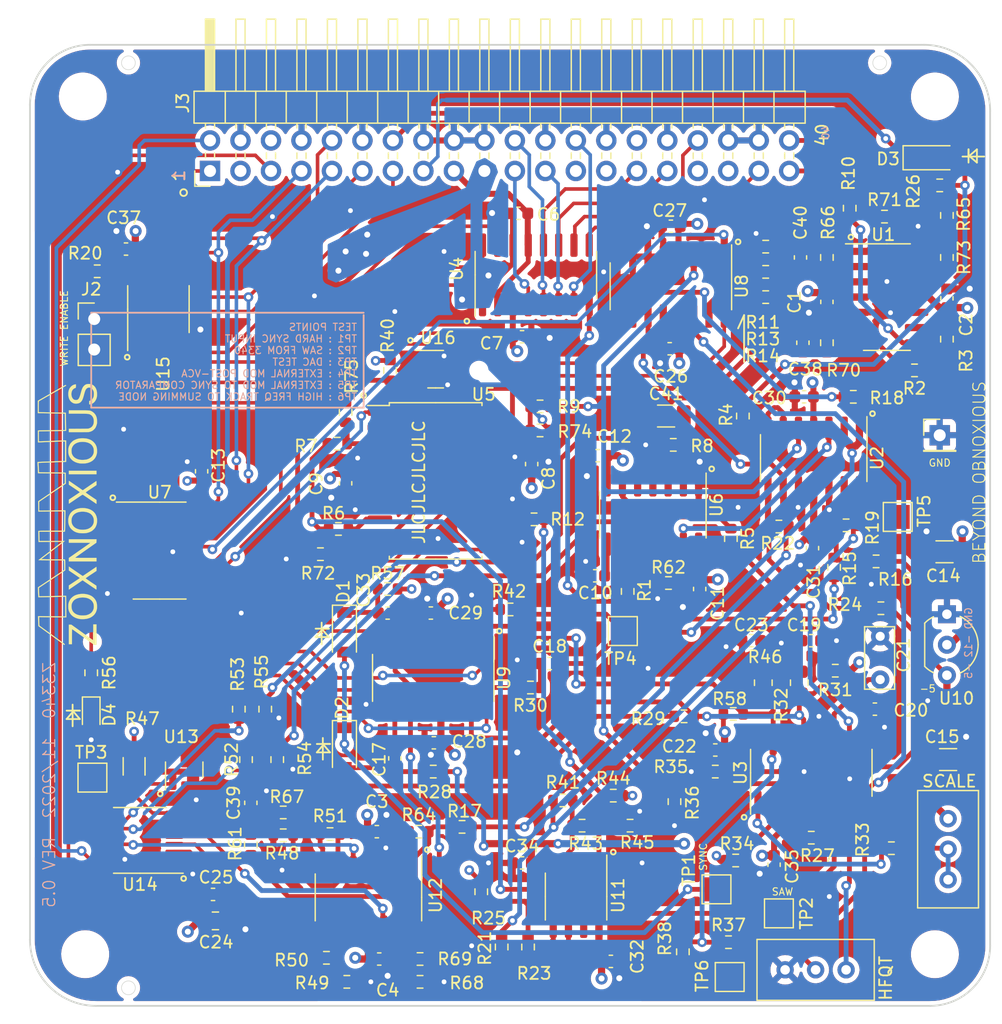
<source format=kicad_pcb>
(kicad_pcb (version 20211014) (generator pcbnew)
  (layers (0 "F.Cu" signal) (1 "In1.Cu" power) (2 "In2.Cu" mixed) (31 "B.Cu" signal) (34 "B.Paste" user) (35 "F.Paste" user) (36 "B.SilkS" user "B.Silkscreen") (37 "F.SilkS" user "F.Silkscreen") (38 "B.Mask" user) (39 "F.Mask" user) (44 "Edge.Cuts" user))
  (net 0 "")
  (net 1 "GND")
  (net 2 "-12V")
  (net 3 "-5V")
  (net 4 "+12V")
  (net 5 "/cem3340/PWM")
  (net 6 "/cem3340/SOFT_SYNC")
  (net 7 "+5V")
  (net 8 "/cem3340/HARD_SYNC")
  (net 9 "/SDA1")
  (net 10 "/SCL1")
  (net 11 "/cem3340/INV_SHIFTED_EXT_MOD")
  (net 12 "/EXT_OSC_MOD")
  (net 13 "Net-(R22-Pad1)")
  (net 14 "/cem3340/LINEAR_FM")
  (net 15 "Net-(R33-Pad1)")
  (net 16 "Net-(R34-Pad1)")
  (net 17 "/cem3340/SUMMING_INPUT")
  (net 18 "/cem3340/HIGH_FREQ_TRACK")
  (net 19 "/MIX1_PULSE_CTRL")
  (net 20 "Net-(C10-Pad1)")
  (net 21 "Net-(C17-Pad2)")
  (net 22 "Net-(C17-Pad1)")
  (net 23 "Net-(C18-Pad1)")
  (net 24 "Net-(C19-Pad1)")
  (net 25 "Net-(C21-Pad1)")
  (net 26 "Net-(C23-Pad1)")
  (net 27 "/GPIO_MODULE_DRIVEN")
  (net 28 "/I2C_ADDR0")
  (net 29 "/I2C_ADDR2")
  (net 30 "/I2C_ADDR1")
  (net 31 "Net-(R1-Pad2)")
  (net 32 "Net-(R15-Pad1)")
  (net 33 "/PWM_DAC")
  (net 34 "Net-(R17-Pad1)")
  (net 35 "/SYNC_LEVEL_DAC")
  (net 36 "/LINEAR_FM_DAC")
  (net 37 "Net-(R33-Pad2)")
  (net 38 "Net-(R35-Pad1)")
  (net 39 "Net-(R37-Pad2)")
  (net 40 "Net-(R48-Pad2)")
  (net 41 "Net-(R49-Pad1)")
  (net 42 "/DAC/OSC_EXT_VCA_FROM_DAC")
  (net 43 "/DAC/LINEAR_FM_FROM_DAC")
  (net 44 "/cem3340/SCALED_EXT_MOD")
  (net 45 "/MIX1_COMP_OSC2_CTRL")
  (net 46 "/MIX2_SAW_CTRL")
  (net 47 "/MIX2_PULSE_CTRL")
  (net 48 "/EXP_FM_EXT_CTRL")
  (net 49 "/LINEAR_FM_EXT_CTRL")
  (net 50 "/EXT_MOD_PW_CTRL")
  (net 51 "/Output Mix/VCA_TRI")
  (net 52 "/DAC/FREQ_CV_FROM_DAC")
  (net 53 "Net-(U6-Pad11)")
  (net 54 "Net-(U6-Pad3)")
  (net 55 "/OSC1_CV_DAC")
  (net 56 "/cem3340/SCALED_MOD_BUFFERED")
  (net 57 "/VCO_PULSE")
  (net 58 "Net-(R5-Pad2)")
  (net 59 "/VCO_SAW")
  (net 60 "/VCO_COMP")
  (net 61 "/EXT_OSC_VCA_AMOUNT")
  (net 62 "/VCO_TRI")
  (net 63 "Net-(R13-Pad1)")
  (net 64 "/DAC/PWM_FROM_DAC")
  (net 65 "Net-(R61-Pad1)")
  (net 66 "/DAC/VREF_2.5V")
  (net 67 "Net-(R14-Pad1)")
  (net 68 "Net-(R65-Pad1)")
  (net 69 "/DAC/TRI_VCA_FROM_DAC")
  (net 70 "/TRI_VC_AMOUNT_DAC")
  (net 71 "/LED_CTRL")
  (net 72 "Net-(D4-Pad1)")
  (net 73 "Net-(C33-Pad1)")
  (net 74 "/SYNC_POS_CTRL")
  (net 75 "/SYNC_NEG_CTRL")
  (net 76 "Net-(C33-Pad2)")
  (net 77 "Net-(R23-Pad1)")
  (net 78 "Net-(R41-Pad1)")
  (net 79 "Net-(D3-Pad2)")
  (net 80 "Net-(R4-Pad1)")
  (net 81 "/THIS_OUT2")
  (net 82 "/THIS_OUT1")
  (net 84 "/CARD6_OUT1")
  (net 86 "/CARD5_OUT1")
  (net 88 "/CARD4_OUT1")
  (net 90 "/CARD3_OUT1")
  (net 92 "/CARD2_OUT1")
  (net 93 "/CARD1_OUT2")
  (net 94 "/CARD1_OUT1")
  (net 95 "/SPI_CLK")
  (net 96 "/SPI_MISO")
  (net 97 "/SPI_MOSI")
  (net 98 "/EXT_MOD_SEL_CTRL1")
  (net 99 "/EXT_MOD_SEL_CTRL2")
  (net 100 "/EXT_MOD_SEL_CTRL0")
  (net 101 "/DAC/SYNC_LEVEL_FROM_DAC")
  (net 102 "/Output Mix/OFFSET_REF-2.5")
  (net 105 "/DAC/DAC_TEST")
  (net 106 "Net-(R10-Pad1)")
  (net 108 "/Output Mix/MIX1_INV")
  (net 109 "Net-(R6-Pad2)")
  (net 110 "Net-(R7-Pad2)")
  (net 111 "Net-(R12-Pad2)")
  (net 112 "Net-(C38-Pad1)")
  (net 113 "/MIX1_SAW_LEVEL_CTRL2")
  (net 114 "/MIX1_SAW_LEVEL_CTRL1")
  (net 115 "Net-(R21-Pad1)")
  (net 116 "Net-(C40-Pad2)")
  (net 117 "Net-(C40-Pad1)")
  (net 118 "Net-(R2-Pad1)")
  (net 119 "Net-(R71-Pad1)")
  (net 120 "Net-(R74-Pad2)")
  (net 121 "Net-(R18-Pad1)")
  (net 122 "Net-(R68-Pad1)")
  (net 123 "Net-(R42-Pad1)")
  (net 124 "Net-(R30-Pad1)")
  (net 125 "/CARD7_OUT1")
  (net 126 "/SPI_CS1")
  (net 127 "/SPI_CS0")
  (net 131 "Net-(U15-Pad7)")
  (footprint "Capacitor_SMD:C_0603_1608Metric" (layer "F.Cu") (at 107.7 39.525 180)
    (fp_text reference "C6")
    (fp_text value "0.1u")
  )
  (footprint "Capacitor_SMD:C_0603_1608Metric" (layer "F.Cu") (at 120.3 50.8 180)
    (fp_text reference "C26")
    (fp_text value "0.1u")
  )
  (footprint "Capacitor_SMD:C_0603_1608Metric" (layer "F.Cu") (at 133.4 46.9 -90)
    (fp_text reference "C1")
    (fp_text value "0.1u")
  )
  (footprint "Package_SO:SOIC-16_3.9x9.9mm_P1.27mm" (layer "F.Cu") (at 132.1 86.1 90)
    (fp_text reference "U3")
    (fp_text value "AS3340")
  )
  (footprint "Capacitor_SMD:C_0603_1608Metric" (layer "F.Cu") (at 132.1 75.1)
    (fp_text reference "C19")
    (fp_text value "10n")
  )
  (footprint "Capacitor_SMD:C_0603_1608Metric" (layer "F.Cu") (at 137.4 80.8)
    (fp_text reference "C20")
    (fp_text value "100n")
  )
  (footprint "Capacitor_SMD:C_0603_1608Metric" (layer "F.Cu") (at 124.1 84.2)
    (fp_text reference "C22")
    (fp_text value "0.1u")
  )
  (footprint "Capacitor_SMD:C_0603_1608Metric" (layer "F.Cu") (at 127.1 75.1 180)
    (fp_text reference "C23")
    (fp_text value "10n")
  )
  (footprint "Resistor_SMD:R_0603_1608Metric" (layer "F.Cu") (at 132.1 91.5 180)
    (fp_text reference "R27")
    (fp_text value "1M")
  )
  (footprint "Resistor_SMD:R_0603_1608Metric" (layer "F.Cu") (at 134.1 77.6 180)
    (fp_text reference "R31")
    (fp_text value "1M5")
  )
  (footprint "Resistor_SMD:R_0805_2012Metric" (layer "F.Cu") (at 131.1 78.6 90)
    (fp_text reference "R32")
    (fp_text value "470")
  )
  (footprint "Resistor_SMD:R_0603_1608Metric" (layer "F.Cu") (at 138.775 92.375)
    (fp_text reference "R33")
    (fp_text value "24k")
  )
  (footprint "Resistor_SMD:R_0603_1608Metric" (layer "F.Cu") (at 125.8 93.4 180)
    (fp_text reference "R34")
    (fp_text value "5k6")
  )
  (footprint "Resistor_SMD:R_0603_1608Metric" (layer "F.Cu") (at 124.1 86 180)
    (fp_text reference "R35")
    (fp_text value "1k8")
  )
  (footprint "Resistor_SMD:R_0603_1608Metric" (layer "F.Cu") (at 120.7 88.5 -90)
    (fp_text reference "R36")
    (fp_text value "51k")
  )
  (footprint "Resistor_SMD:R_0805_2012Metric" (layer "F.Cu") (at 128.1 78.6 90)
    (fp_text reference "R46")
    (fp_text value "470")
  )
  (footprint "Potentiometer_THT:Potentiometer_Bourns_3296W_Vertical" (layer "F.Cu") (at 143.5 95 -90)
    (fp_text reference "RV1" hide)
    (fp_text value "10K")
  )
  (footprint "Potentiometer_THT:Potentiometer_Bourns_3296W_Vertical" (layer "F.Cu") (at 135 102.5)
    (fp_text reference "RV2" hide)
    (fp_text value "20k")
  )
  (footprint "Capacitor_SMD:C_0603_1608Metric" (layer "F.Cu") (at 131.5 54.8 180)
    (fp_text reference "C30")
    (fp_text value "0.1u")
  )
  (footprint "Capacitor_SMD:C_0603_1608Metric" (layer "F.Cu") (at 132.2 67.4 90)
    (fp_text reference "C31")
    (fp_text value "0.1u")
  )
  (footprint "Resistor_SMD:R_0603_1608Metric" (layer "F.Cu") (at 134 69 -90)
    (fp_text reference "R15")
    (fp_text value "68k")
  )
  (footprint "Resistor_SMD:R_0603_1608Metric" (layer "F.Cu") (at 137.5 68.5)
    (fp_text reference "R16")
    (fp_text value "68k")
  )
  (footprint "Resistor_SMD:R_0603_1608Metric" (layer "F.Cu") (at 135 65.5 180)
    (fp_text reference "R19")
    (fp_text value "33k")
  )
  (footprint "Capacitor_SMD:C_0603_1608Metric" (layer "F.Cu") (at 97.4 84.9 90)
    (fp_text reference "C17")
    (fp_text value "10n")
  )
  (footprint "Resistor_SMD:R_0603_1608Metric" (layer "F.Cu") (at 93.4 103.5)
    (fp_text reference "R49")
    (fp_text value "10k .1%")
  )
  (footprint "Resistor_SMD:R_0603_1608Metric" (layer "F.Cu") (at 120.2 70.3)
    (fp_text reference "R62")
    (fp_text value "51k")
  )
  (footprint "Capacitor_SMD:C_0603_1608Metric" (layer "F.Cu") (at 114.1 69.7 180)
    (fp_text reference "C10")
    (fp_text value "4.7n")
  )
  (footprint "Resistor_SMD:R_0603_1608Metric" (layer "F.Cu") (at 135.6 54.8)
    (fp_text reference "R18")
    (fp_text value "82k")
  )
  (footprint "Capacitor_SMD:C_0603_1608Metric" (layer "F.Cu") (at 100.65 83.6 180)
    (fp_text reference "C28")
    (fp_text value "0.1u")
  )
  (footprint "Capacitor_SMD:C_0603_1608Metric" (layer "F.Cu") (at 100.4 72.8)
    (fp_text reference "C29")
    (fp_text value "0.1u")
  )
  (footprint "Capacitor_SMD:C_0603_1608Metric" (layer "F.Cu") (at 122.8 70.8 -90)
    (fp_text reference "C11")
    (fp_text value "0.1u")
  )
  (footprint "Capacitor_SMD:C_0603_1608Metric" (layer "F.Cu") (at 114.3 59.7)
    (fp_text reference "C12")
    (fp_text value "0.1u")
  )
  (footprint "Resistor_SMD:R_0603_1608Metric" (layer "F.Cu") (at 88.1 89.4 180)
    (fp_text reference "R67")
    (fp_text value "51k")
  )
  (footprint "Resistor_SMD:R_0603_1608Metric" (layer "F.Cu") (at 121.5 81.4 180)
    (fp_text reference "R29")
    (fp_text value "1M")
  )
  (footprint "Resistor_SMD:R_0603_1608Metric" (layer "F.Cu") (at 88.1 91.3)
    (fp_text reference "R48")
    (fp_text value "100k")
  )
  (footprint "Resistor_SMD:R_0603_1608Metric" (layer "F.Cu") (at 91.7 101.5)
    (fp_text reference "R50")
    (fp_text value "30k .1%")
  )
  (footprint "Resistor_SMD:R_0603_1608Metric" (layer "F.Cu") (at 92 91.2)
    (fp_text reference "R51")
    (fp_text value "100k")
  )
  (footprint "Resistor_SMD:R_0603_1608Metric" (layer "F.Cu") (at 121.4 101 -90)
    (fp_text reference "R38")
    (fp_text value "100k 0.1%")
  )
  (footprint "Capacitor_SMD:C_0603_1608Metric" (layer "F.Cu") (at 95.9 91)
    (fp_text reference "C3")
    (fp_text value "0.1u")
  )
  (footprint "Capacitor_SMD:C_0603_1608Metric" (layer "F.Cu") (at 96.1 101.6 180)
    (fp_text reference "C4")
    (fp_text value "0.1u")
  )
  (footprint "Resistor_SMD:R_0603_1608Metric" (layer "F.Cu") (at 115.6 88)
    (fp_text reference "R44")
    (fp_text value "18k")
  )
  (footprint "Resistor_SMD:R_0603_1608Metric" (layer "F.Cu") (at 104.6 96 90)
    (fp_text reference "R25")
    (fp_text value "5k6")
  )
  (footprint "Resistor_SMD:R_0603_1608Metric" (layer "F.Cu") (at 113 90.5 180)
    (fp_text reference "R43")
    (fp_text value "1M")
  )
  (footprint "Resistor_SMD:R_0603_1608Metric" (layer "F.Cu") (at 117 90.5 180)
    (fp_text reference "R45")
    (fp_text value "13k")
  )
  (footprint "Capacitor_SMD:C_0603_1608Metric" (layer "F.Cu") (at 115.4 101.8)
    (fp_text reference "C32")
    (fp_text value "0.1u")
  )
  (footprint "Resistor_SMD:R_0603_1608Metric" (layer "F.Cu") (at 103 90.6 180)
    (fp_text reference "R17")
    (fp_text value "56k")
  )
  (footprint "Resistor_SMD:R_0603_1608Metric" (layer "F.Cu") (at 85 85 -90)
    (fp_text reference "R52")
    (fp_text value "8k2")
  )
  (footprint "Resistor_SMD:R_0603_1608Metric" (layer "F.Cu") (at 84.4 80.8 -90)
    (fp_text reference "R53")
    (fp_text value "8k2")
  )
  (footprint "Capacitor_SMD:C_0805_2012Metric" (layer "F.Cu") (at 82.45 98.425)
    (fp_text reference "C24")
    (fp_text value "4.7u")
  )
  (footprint "Capacitor_SMD:C_0603_1608Metric" (layer "F.Cu") (at 82.25 96.225)
    (fp_text reference "C25")
    (fp_text value "0.1u")
  )
  (footprint "Resistor_SMD:R_1206_3216Metric" (layer "F.Cu") (at 75.675 85.5625 -90)
    (fp_text reference "R47")
    (fp_text value "4k7")
  )
  (footprint "Capacitor_SMD:C_0603_1608Metric" (layer "F.Cu") (at 81.3 61 -90)
    (fp_text reference "C13")
    (fp_text value "0.1u")
  )
  (footprint "Resistor_SMD:R_0603_1608Metric" (layer "F.Cu") (at 100.6 86 180)
    (fp_text reference "R28")
    (fp_text value "10k")
  )
  (footprint "Capacitor_SMD:C_0603_1608Metric" (layer "F.Cu") (at 108 49.8)
    (fp_text reference "C7")
    (fp_text value "0.1u")
  )
  (footprint "Resistor_SMD:R_0603_1608Metric" (layer "F.Cu") (at 129.4 65.6)
    (fp_text reference "R22")
    (fp_text value "56k")
  )
  (footprint "Package_SO:SOIC-14_3.9x8.7mm_P1.27mm" (layer "F.Cu") (at 138.4 46.5)
    (fp_text reference "U1")
    (fp_text value "TL074")
  )
  (footprint "Resistor_SMD:R_0603_1608Metric" (layer "F.Cu") (at 85.4 92.1 90)
    (fp_text reference "R61")
    (fp_text value "10k")
  )
  (footprint "Resistor_SMD:R_0603_1608Metric" (layer "F.Cu") (at 99.4 91 180)
    (fp_text reference "R64")
    (fp_text value "15k")
  )
  (footprint "Resistor_SMD:R_0603_1608Metric" (layer "F.Cu") (at 86.6 80.8 90)
    (fp_text reference "R55")
    (fp_text value "33k")
  )
  (footprint "MountingHole:MountingHole_3.2mm_M3" (layer "F.Cu") (at 71.4 29.8)
    (fp_text reference "H1" hide)
    (fp_text value "MountingHole")
  )
  (footprint "MountingHole:MountingHole_3.2mm_M3" (layer "F.Cu") (at 71.6 101.2)
    (fp_text reference "H2" hide)
    (fp_text value "MountingHole")
  )
  (footprint "MountingHole:MountingHole_3.2mm_M3" (layer "F.Cu") (at 142.4 29.8)
    (fp_text reference "H3" hide)
    (fp_text value "MountingHole")
  )
  (footprint "MountingHole:MountingHole_3.2mm_M3" (layer "F.Cu") (at 142.4 101.2)
    (fp_text reference "H4" hide)
    (fp_text value "MountingHole")
  )
  (footprint "Resistor_SMD:R_0603_1608Metric" (layer "F.Cu") (at 111.4 88.4 180)
    (fp_text reference "R41")
    (fp_text value "10k")
  )
  (footprint "Capacitor_SMD:C_1206_3216Metric" (layer "F.Cu") (at 143.2 67.7)
    (fp_text reference "C14")
    (fp_text value "1u")
  )
  (footprint "Package_SO:TSSOP-24_4.4x7.8mm_P0.65mm" (layer "F.Cu") (at 77.8 67.6)
    (fp_text reference "U7")
    (fp_text value "PCA9555D")
  )
  (footprint "Package_SO:TSSOP-16_4.4x5mm_P0.65mm" (layer "F.Cu") (at 76.1625 91.725 180)
    (fp_text reference "U14")
    (fp_text value "AD5328")
  )
  (footprint "Resistor_SMD:R_0603_1608Metric" (layer "F.Cu") (at 87.6 85 90)
    (fp_text reference "R54")
    (fp_text value "33k")
  )
  (footprint "Resistor_SMD:R_0603_1608Metric" (layer "F.Cu") (at 125.2 100.2)
    (fp_text reference "R37")
    (fp_text value "1M")
  )
  (footprint "Resistor_SMD:R_0603_1608Metric" (layer "F.Cu") (at 125.4 66.6 90)
    (fp_text reference "R5")
    (fp_text value "47k")
  )
  (footprint "Resistor_SMD:R_0603_1608Metric" (layer "F.Cu") (at 92.7 65.8)
    (fp_text reference "R6")
    (fp_text value "62k")
  )
  (footprint "Resistor_SMD:R_0603_1608Metric" (layer "F.Cu") (at 120.6 58.8)
    (fp_text reference "R8")
    (fp_text value "47k")
  )
  (footprint "Resistor_SMD:R_0603_1608Metric" (layer "F.Cu") (at 109.5 55.6 180)
    (fp_text reference "R9")
    (fp_text value "91k")
  )
  (footprint "Resistor_SMD:R_0603_1608Metric" (layer "F.Cu") (at 109 65 180)
    (fp_text reference "R12")
    (fp_text value "120k")
  )
  (footprint "Resistor_SMD:R_0603_1608Metric" (layer "F.Cu") (at 128.3 44.4)
    (fp_text reference "R13")
    (fp_text value "150k")
  )
  (footprint "Package_SO:SOIC-14_3.9x8.7mm_P1.27mm" (layer "F.Cu") (at 118.9 64.6 -90)
    (fp_text reference "U6")
    (fp_text value "AS3360")
  )
  (footprint "Package_SO:SOIC-16_3.9x9.9mm_P1.27mm" (layer "F.Cu") (at 100.6 78.2 -90)
    (fp_text reference "U9")
    (fp_text value "DG442CY+")
  )
  (footprint "Resistor_SMD:R_0603_1608Metric" (layer "F.Cu") (at 128.3 46.5)
    (fp_text reference "R14")
    (fp_text value "100k")
  )
  (footprint "Package_SO:SOIC-14_3.9x8.7mm_P1.27mm" (layer "F.Cu") (at 132.3 59.9 -90)
    (fp_text reference "U2")
    (fp_text value "TL074")
  )
  (footprint "Resistor_SMD:R_0603_1608Metric" (layer "F.Cu") (at 92.6 58.7)
    (fp_text reference "R7")
    (fp_text value "120k")
  )
  (footprint "project_footprints:zoxnoxious_small" (layer "F.Cu") (at 70.1 64.6 90)
    (fp_text reference "G***" hide)
    (fp_text value "LOGO" hide)
  )
  (footprint "Capacitor_THT:Nichicon QYX2A102KTP" (layer "F.Cu") (at 135.3 75.8 90)
    (fp_text reference "C21")
    (fp_text value "1000p")
  )
  (footprint "Capacitor_SMD:C_1206_3216Metric" (layer "F.Cu") (at 143.5 85 180)
    (fp_text reference "C15")
    (fp_text value "1u")
  )
  (footprint "Resistor_SMD:R_0603_1608Metric" (layer "F.Cu") (at 72.1 77.775 90)
    (fp_text reference "R56")
    (fp_text value "2k")
  )
  (footprint "LED_SMD:LED_0603_1608Metric" (layer "F.Cu") (at 72.1 81.275 -90)
    (fp_text reference "D4")
    (fp_text value "LED")
  )
  (footprint "Diode_SMD:D_SOD-123" (layer "F.Cu") (at 93.2 84 -90)
    (fp_text reference "D2")
    (fp_text value "1N4148W")
  )
  (footprint "Capacitor_SMD:C_0603_1608Metric" (layer "F.Cu") (at 96.8 72.8)
    (fp_text reference "C33")
    (fp_text value "10n")
  )
  (footprint "Capacitor_SMD:C_0603_1608Metric" (layer "F.Cu") (at 108 93.6)
    (fp_text reference "C34")
    (fp_text value "0.1u")
  )
  (footprint "Resistor_SMD:R_0603_1608Metric" (layer "F.Cu") (at 96.8 70.8)
    (fp_text reference "R57")
    (fp_text value "10k")
  )
  (footprint "TestPoint:TestPoint_Pad_2.0x2.0mm" (layer "F.Cu") (at 129.4 97.8)
    (fp_text reference "TP2")
    (fp_text value "TestPoint")
  )
  (footprint "Resistor_SMD:R_0603_1608Metric" (layer "F.Cu") (at 108.5 100.6 -90)
    (fp_text reference "R23")
    (fp_text value "1M")
  )
  (footprint "Resistor_SMD:R_0603_1608Metric" (layer "F.Cu") (at 106.3 100.6 90)
    (fp_text reference "R21")
    (fp_text value "10k")
  )
  (footprint "Capacitor_SMD:C_0603_1608Metric" (layer "F.Cu") (at 129 93.75 -90)
    (fp_text reference "C35")
    (fp_text value "0.1u")
  )
  (footprint "TestPoint:TestPoint_Pad_2.0x2.0mm" (layer "F.Cu") (at 116.4 74.3)
    (fp_text reference "TP4")
    (fp_text value "TestPoint")
  )
  (footprint "Resistor_SMD:R_0603_1608Metric" (layer "F.Cu") (at 142.8 37.2 180)
    (fp_text reference "R26")
    (fp_text value "510")
  )
  (footprint "Resistor_SMD:R_0603_1608Metric" (layer "F.Cu") (at 125.6 81.2)
    (fp_text reference "R58")
    (fp_text value "300k")
  )
  (footprint "Resistor_SMD:R_0603_1608Metric" (layer "F.Cu") (at 128.3 42.3 180)
    (fp_text reference "R11")
    (fp_text value "100k")
  )
  (footprint "Package_SO:SOIC-16_3.9x9.9mm_P1.27mm" (layer "F.Cu") (at 120.4 45.6 -90)
    (fp_text reference "U8")
    (fp_text value "DG442CY+")
  )
  (footprint "Connector_PinHeader_2.54mm:PinHeader_2x20_P2.54mm_Horizontal" (layer "F.Cu") (at 82 36 90)
    (fp_text reference "J3")
    (fp_text value "Conn_02x20_Odd_Even")
  )
  (footprint "Capacitor_SMD:C_0603_1608Metric" (layer "F.Cu") (at 120.4 40.6)
    (fp_text reference "C27")
    (fp_text value "0.1u")
  )
  (footprint "Capacitor_SMD:C_0603_1608Metric" (layer "F.Cu") (at 75 42.5)
    (fp_text reference "C37")
    (fp_text value "0.1u")
  )
  (footprint "Resistor_SMD:R_0603_1608Metric" (layer "F.Cu") (at 99.5 103.5)
    (fp_text reference "R68")
    (fp_text value "10k")
  )
  (footprint "Resistor_SMD:R_0603_1608Metric" (layer "F.Cu") (at 99.5 101.6 180)
    (fp_text reference "R69")
    (fp_text value "10k")
  )
  (footprint "Package_SO:SOIC-16_3.9x9.9mm_P1.27mm" (layer "F.Cu") (at 109.15 44.65 90)
    (fp_text reference "U4")
    (fp_text value "PS508")
  )
  (footprint "TestPoint:TestPoint_Pad_2.0x2.0mm" (layer "F.Cu") (at 124.2 95.8)
    (fp_text reference "TP1")
    (fp_text value "TestPoint")
  )
  (footprint "Diode_SMD:D_SOD-123" (layer "F.Cu") (at 142 34.9)
    (fp_text reference "D3")
    (fp_text value "1N4148W")
  )
  (footprint "Capacitor_SMD:C_0603_1608Metric" (layer "F.Cu") (at 143.4 46.6 -90)
    (fp_text reference "C2")
    (fp_text value "0.1u")
  )
  (footprint "Resistor_SMD:R_0603_1608Metric" (layer "F.Cu") (at 140.7 52.6 180)
    (fp_text reference "R2")
    (fp_text value "47k")
  )
  (footprint "Resistor_SMD:R_0603_1608Metric" (layer "F.Cu") (at 143.4 50 90)
    (fp_text reference "R3")
    (fp_text value "47k")
  )
  (footprint "Resistor_SMD:R_0603_1608Metric" (layer "F.Cu") (at 135.3 39.1 90)
    (fp_text reference "R10")
    (fp_text value "1k")
  )
  (footprint "Resistor_SMD:R_0603_1608Metric" (layer "F.Cu") (at 116.8 71 90)
    (fp_text reference "R1")
    (fp_text value "47k")
  )
  (footprint "TestPoint:TestPoint_Pad_2.0x2.0mm" (layer "F.Cu") (at 72.2 86.5)
    (fp_text reference "TP3")
    (fp_text value "TestPoint")
  )
  (footprint "Package_TO_SOT_THT:TO-92_Inline_Wide" (layer "F.Cu") (at 143.4 72.9 -90)
    (fp_text reference "U10")
    (fp_text value "LM79L05")
  )
  (footprint "Package_SO:SOIC-14_3.9x8.7mm_P1.27mm" (layer "F.Cu") (at 95.2 96.47 -90)
    (fp_text reference "U12")
    (fp_text value "TL074")
  )
  (footprint "Capacitor_SMD:C_0603_1608Metric" (layer "F.Cu") (at 108.8 60.4 90)
    (fp_text reference "C8")
    (fp_text value "0.1u")
  )
  (footprint "Capacitor_SMD:C_0603_1608Metric" (layer "F.Cu") (at 93.3 62 90)
    (fp_text reference "C9")
    (fp_text value "0.1u")
  )
  (footprint "Capacitor_SMD:C_0603_1608Metric" (layer "F.Cu") (at 131.4 50.3 90)
    (fp_text reference "C38")
    (fp_text value "22p")
  )
  (footprint "Capacitor_SMD:C_0603_1608Metric" (layer "F.Cu") (at 131.2 43.2 -90)
    (fp_text reference "C40")
    (fp_text value "22p")
  )
  (footprint "Resistor_SMD:R_0603_1608Metric" (layer "F.Cu") (at 133.4 43.2 90)
    (fp_text reference "R66")
    (fp_text value "47k")
  )
  (footprint "Resistor_SMD:R_0603_1608Metric" (layer "F.Cu") (at 138.2 39.8 180)
    (fp_text reference "R71")
    (fp_text value "47k")
  )
  (footprint "Resistor_SMD:R_0603_1608Metric" (layer "F.Cu") (at 143.4 43.2 -90)
    (fp_text reference "R73")
    (fp_text value "47k")
  )
  (footprint "Resistor_SMD:R_0603_1608Metric" (layer "F.Cu") (at 143.4 39.7 90)
    (fp_text reference "R65")
    (fp_text value "1k")
  )
  (footprint "TestPoint:TestPoint_Pad_2.0x2.0mm" (layer "F.Cu") (at 139.3 64.8)
    (fp_text reference "TP5")
    (fp_text value "TestPoint")
  )
  (footprint "Resistor_SMD:R_0603_1608Metric" (layer "F.Cu") (at 91.2 67.9)
    (fp_text reference "R72")
    (fp_text value "39k")
  )
  (footprint "Resistor_SMD:R_0603_1608Metric" (layer "F.Cu") (at 109.5 57.6 180)
    (fp_text reference "R74")
    (fp_text value "47k")
  )
  (footprint "Resistor_SMD:R_0603_1608Metric" (layer "F.Cu") (at 93.3 56.1 -90)
    (fp_text reference "R75")
    (fp_text value "75k")
  )
  (footprint "Package_SO:SOIC-20W_7.5x12.8mm_P1.27mm" (layer "F.Cu") (at 100.8 61.8)
    (fp_text reference "U5")
    (fp_text value "MAX333A")
  )
  (footprint "Package_TO_SOT_SMD:SOT-23" (layer "F.Cu") (at 79.85 85.85 90)
    (fp_text reference "U13")
    (fp_text value "LM4040AIM3-2.5")
  )
  (footprint "Package_SO:SOIC-8_3.9x4.9mm_P1.27mm" (layer "F.Cu") (at 112.5 96.4 -90)
    (fp_text reference "U11")
    (fp_text value "LM393")
  )
  (footprint "Resistor_SMD:R_0603_1608Metric" (layer "F.Cu") (at 107 72.5)
    (fp_text reference "R42")
    (fp_text value "200k")
  )
  (footprint "Resistor_SMD:R_0603_1608Metric" (layer "F.Cu") (at 133.4 50.3 -90)
    (fp_text reference "R70")
    (fp_text value "47k")
  )
  (footprint "Resistor_SMD:R_0603_1608Metric" (layer "F.Cu") (at 108.7 79)
    (fp_text reference "R30")
    (fp_text value "1M")
  )
  (footprint "Capacitor_SMD:C_0603_1608Metric" (layer "F.Cu") (at 110.3 77)
    (fp_text reference "C18")
    (fp_text value "10n")
  )
  (footprint "Resistor_SMD:R_0603_1608Metric" (layer "F.Cu") (at 137.9 72.4 180)
    (fp_text reference "R24")
    (fp_text value "10k")
  )
  (footprint "Capacitor_SMD:C_0603_1608Metric" (layer "F.Cu") (at 85.4 88.6 90)
    (fp_text reference "C39")
    (fp_text value "0.1u")
  )
  (footprint "Resistor_SMD:R_0603_1608Metric" (layer "F.Cu") (at 126.4 56.4 90)
    (fp_text reference "R4")
    (fp_text value "5k1")
  )
  (footprint "Diode_SMD:D_SOD-123" (layer "F.Cu") (at 93.2 74.4 -90)
    (fp_text reference "D1")
    (fp_text value "1N4148W")
  )
  (footprint "Package_SO:SOIC-8_3.9x4.9mm_P1.27mm" (layer "F.Cu") (at 77.7 47.5 90)
    (fp_text reference "U15")
    (fp_text value "M24C02-WMN")
  )
  (footprint "Connector_PinHeader_2.54mm:PinHeader_1x02_P2.54mm_Vertical" (layer "F.Cu") (at 72.35 48.325)
    (fp_text reference "J2")
    (fp_text value "Conn_01x02")
  )
  (footprint "Package_TO_SOT_SMD:SOT-23" (layer "F.Cu") (at 100.8 52.5)
    (fp_text reference "U16")
    (fp_text value "LM4040AIM3-2.5")
  )
  (footprint "Resistor_SMD:R_0603_1608Metric" (layer "F.Cu") (at 97 52.6 -90)
    (fp_text reference "R40")
    (fp_text value "39k")
  )
  (footprint "Resistor_SMD:R_0603_1608Metric" (layer "F.Cu") (at 72.6 44.35 180)
    (fp_text reference "R20")
    (fp_text value "5k1")
  )
  (footprint "Connector_PinHeader_2.54mm:PinHeader_1x01_P2.54mm_Vertical" (layer "F.Cu") (at 142.8 58)
    (fp_text reference "J1" hide)
    (fp_text value "Conn_01x01")
  )
  (footprint "TestPoint:TestPoint_Pad_2.0x2.0mm" (layer "F.Cu") (at 125.3 103.1)
    (fp_text reference "TP6")
    (fp_text value "TestPoint")
  )
  (footprint "Capacitor_SMD:C_1206_3216Metric" (layer "F.Cu") (at 120 56.4)
    (fp_text reference "C41")
    (fp_text value "2.2u")
  )
  (gr_line (start 94.8 55.7) (end 94.8 48) (layer "B.SilkS") (width 0.15))
  (gr_line (start 72.1 55.7) (end 94.8 55.7) (layer "B.SilkS") (width 0.15))
  (gr_line (start 72.1 47.8) (end 72.1 55.7) (layer "B.SilkS") (width 0.15))
  (gr_line (start 94.8 47.8) (end 72.1 47.8) (layer "B.SilkS") (width 0.15))
  (gr_circle (center 106.1 74.3) (end 106.1 74.5) (layer "F.SilkS") (width 0.15) (fill none))
  (gr_line (start 91.4 83.2) (end 91.4 85) (layer "F.SilkS") (width 0.15))
  (gr_line (start 90.9 83.7) (end 92 83.7) (layer "F.SilkS") (width 0.15))
  (gr_line (start 91.5 83.7) (end 90.9 84.4) (layer "F.SilkS") (width 0.15))
  (gr_line (start 92 84.4) (end 91.4 83.7) (layer "F.SilkS") (width 0.15))
  (gr_line (start 92 83.7) (end 91.5 83.7) (layer "F.SilkS") (width 0.15))
  (gr_line (start 90.9 84.4) (end 92 84.4) (layer "F.SilkS") (width 0.15))
  (gr_line (start 91.9 74.1) (end 91.4 74.1) (layer "F.SilkS") (width 0.15))
  (gr_line (start 90.8 74.8) (end 91.9 74.8) (layer "F.SilkS") (width 0.15))
  (gr_line (start 91.9 74.8) (end 91.3 74.1) (layer "F.SilkS") (width 0.15))
  (gr_line (start 91.3 73.6) (end 91.3 75.4) (layer "F.SilkS") (width 0.15))
  (gr_line (start 91.4 74.1) (end 90.8 74.8) (layer "F.SilkS") (width 0.15))
  (gr_line (start 90.8 74.1) (end 91.9 74.1) (layer "F.SilkS") (width 0.15))
  (gr_line (start 70.05 81.625) (end 71.15 81.625) (layer "F.SilkS") (width 0.15))
  (gr_line (start 70.05 80.925) (end 71.15 80.925) (layer "F.SilkS") (width 0.15))
  (gr_line (start 71.15 81.625) (end 70.55 80.925) (layer "F.SilkS") (width 0.15))
  (gr_line (start 71.15 80.925) (end 70.65 80.925) (layer "F.SilkS") (width 0.15))
  (gr_line (start 70.65 80.925) (end 70.05 81.625) (layer "F.SilkS") (width 0.15))
  (gr_line (start 70.55 80.425) (end 70.55 82.225) (layer "F.SilkS") (width 0.15))
  (gr_circle (center 94.8 54.7) (end 94.6 54.7) (layer "F.SilkS") (width 0.15) (fill none))
  (gr_line (start 145.2 34.2) (end 145.2 34.7) (layer "F.SilkS") (width 0.15))
  (gr_line (start 145.2 34.7) (end 145.9 35.3) (layer "F.SilkS") (width 0.15))
  (gr_line (start 145.9 34.2) (end 145.2 34.8) (layer "F.SilkS") (width 0.15))
  (gr_line (start 145.9 35.3) (end 145.9 34.2) (layer "F.SilkS") (width 0.15))
  (gr_line (start 144.7 34.8) (end 146.5 34.8) (layer "F.SilkS") (width 0.15))
  (gr_line (start 145.2 35.3) (end 145.2 34.2) (layer "F.SilkS") (width 0.15))
  (gr_circle (center 126.5 89.8) (end 126.5 89.6) (layer "F.SilkS") (width 0.15) (fill none))
  (gr_circle (center 75.1 51.5) (end 75.1 51.7) (layer "F.SilkS") (width 0.15) (fill none))
  (gr_line (start 126.5 51.9) (end 126.5 48) (layer "F.SilkS") (width 0.15))
  (gr_circle (center 79.8 94.9) (end 79.8 95.1) (layer "F.SilkS") (width 0.15) (fill none))
  (gr_circle (center 137.2 56.2) (end 137.4 56.2) (layer "F.SilkS") (width 0.15) (fill none))
  (gr_circle (center 123.8 60.8) (end 123.8 60.6) (layer "F.SilkS") (width 0.15) (fill none))
  (gr_circle (center 126 41.9) (end 126.2 41.9) (layer "F.SilkS") (width 0.15) (fill none))
  (gr_circle (center 79.8 37.8) (end 80 38) (layer "F.SilkS") (width 0.15) (fill none))
  (gr_circle (center 100.1 92.5) (end 100.1 92.3) (layer "F.SilkS") (width 0.15) (fill none))
  (gr_circle (center 103.4 48.5) (end 103.4 48.7) (layer "F.SilkS") (width 0.15) (fill none))
  (gr_circle (center 115.6 92.7) (end 115.6 92.5) (layer "F.SilkS") (width 0.15) (fill none))
  (gr_circle (center 135.4 41.5) (end 135.6 41.5) (layer "F.SilkS") (width 0.15) (fill none))
  (gr_circle (center 73.9 63.2) (end 73.7 63.2) (layer "F.SilkS") (width 0.15) (fill none))
  (gr_circle (center 77.85 87.85) (end 77.85 87.65) (layer "F.SilkS") (width 0.15) (fill none))
  (gr_line (start 126.5 48) (end 126 49.1) (layer "F.SilkS") (width 0.15))
  (gr_circle (center 98.7 50.1) (end 98.5 50.1) (layer "F.SilkS") (width 0.15) (fill none))
  (gr_arc (start 141.5 25.5) (mid 145.389087 27.110913) (end 147 31) (layer "Edge.Cuts") (width 0.15))
  (gr_arc (start 67 30.5) (mid 68.464466 26.964466) (end 72 25.5) (layer "Edge.Cuts") (width 0.15))
  (gr_line (start 72 25.5) (end 141.5 25.5) (layer "Edge.Cuts") (width 0.15))
  (gr_arc (start 147 100.5) (mid 145.535534 104.035534) (end 142 105.5) (layer "Edge.Cuts") (width 0.15))
  (gr_arc (start 72.5 105.5) (mid 68.610913 103.889087) (end 67 100) (layer "Edge.Cuts") (width 0.15))
  (gr_line (start 142 105.5) (end 72.5 105.5) (layer "Edge.Cuts") (width 0.15))
  (gr_line (start 67 30.5) (end 67 100) (layer "Edge.Cuts") (width 0.15))
  (gr_line (start 147 100.5) (end 147 31) (layer "Edge.Cuts") (width 0.15))
  (gr_circle (center 137.8 27) (end 138.376 27) (layer "Edge.Cuts") (width 0.05) (fill none))
  (gr_circle (center 75.2 104) (end 75.776 104) (layer "Edge.Cuts") (width 0.05) (fill none))
  (gr_circle (center 75.2 27) (end 75.776 27) (layer "Edge.Cuts") (width 0.05) (fill none))
  (gr_text "Z3340  11/2022  REV 0.5" (at 68.6 87.1 90) (layer "B.SilkS") (effects (font (size 1 1) (thickness 0.1)) (justify mirror)))
  (gr_text "TEST POINTS\nTP1 : HARD SYNC INPUT\nTP2 : SAW FROM 3340\nTP3 : DAC TEST\nTP4 : EXTERNAL MOD POST-VCA\nTP5 : EXTERNAL MOD TO SYNC COMPARATOR\nTP6 : HIGH FREQ TRACK TO SUMMING NODE\n" (at 94.3 51.9) (layer "B.SilkS") (effects (font (size 0.6 0.6) (thickness 0.09)) (justify left mirror)))
  (gr_text "40" (at 133.3 32.8 90) (layer "B.SilkS") (effects (font (size 0.6 0.6) (thickness 0.09)) (justify mirror)))
  (gr_text "1" (at 79.4 36.4 90) (layer "B.SilkS") (effects (font (size 1 1)) (justify mirror)))
  (gr_text "GND -12 -5" (at 145.2 75.3 90) (layer "B.SilkS") (effects (font (size 0.6 0.6) (thickness 0.09)) (justify mirror)))
  (gr_text "SAW" (at 129.7 96) (layer "F.SilkS") (effects (font (size 0.6 0.6) (thickness 0.09))))
  (gr_text "SYNC" (at 123.1 93.1 90) (layer "F.SilkS") (effects (font (size 0.6 0.6) (thickness 0.09))))
  (gr_text "SCALE" (at 143.6 86.8) (layer "F.SilkS") (effects (font (size 1 1))))
  (gr_text "40" (at 133 33 90) (layer "F.SilkS") (effects (font (size 1 1))))
  (gr_text "-5" (at 141.8 79.1) (layer "F.SilkS") (effects (font (size 0.6 0.6) (thickness 0.09))))
  (gr_text "BEYOND OBNOXIOUS" (at 146.1 61.1 90) (layer "F.SilkS") (effects (font (size 1 1) (thickness 0.09))))
  (gr_text "WRITE ENABLE" (at 69.85 49.1 90) (layer "F.SilkS") (effects (font (size 0.6 0.6) (thickness 0.09))))
  (gr_text "HFQT" (at 138.3 103.2 90) (layer "F.SilkS") (effects (font (size 1 1))))
  (gr_text "1" (at 79.4 36.4 90) (layer "F.SilkS") (effects (font (size 1 1))))
  (gr_text "GND" (at 142.8 60.3) (layer "F.SilkS") (effects (font (size 0.6 0.6) (thickness 0.09))))
  (gr_text "JLCJLCJLCJLC" (at 99.4 61.9 90) (layer "F.SilkS") (effects (font (size 1 1))))
  (segment (start 88.875 85.825) (end 88.9 85.8) (width 0.4) (layer "F.Cu") (net 1))
  (segment (start 87.6 85.825) (end 88.875 85.825) (width 0.4) (layer "F.Cu") (net 1))
  (segment (start 74.9375 71.175) (end 73.44999 71.175) (width 0.4) (layer "F.Cu") (net 1))
  (segment (start 99.625 72.075) (end 99.625 72.8) (width 0.6) (layer "F.Cu") (net 1))
  (segment (start 131.825 68.175) (end 131.2 68.8) (width 0.6) (layer "F.Cu") (net 1))
  (segment (start 120.7 89.325) (end 120.7 90.5) (width 0.4) (layer "F.Cu") (net 1))
  (segment (start 80.7 48.7) (end 81.2 49.2) (width 0.5) (layer "F.Cu") (net 1))
  (segment (start 106.795 63.705) (end 107.2 63.3) (width 0.4) (layer "F.Cu") (net 1))
  (segment (start 94.3 59.9) (end 94.305 59.895) (width 0.4) (layer "F.Cu") (net 1))
  (segment (start 80.0375 94) (end 80.5625 94.525) (width 0.3) (layer "F.Cu") (net 1))
  (segment (start 138.175 82.275) (end 138.2 82.3) (width 0.4) (layer "F.Cu") (net 1))
  (segment (start 107.225 93.6) (end 105.2 93.6) (width 0.5) (layer "F.Cu") (net 1))
  (segment (start 113.325 68.525) (end 113.3 68.5) (width 0.4) (layer "F.Cu") (net 1))
  (segment (start 133.57 62.375) (end 133.57 64.17) (width 0.4) (layer "F.Cu") (net 1))
  (segment (start 79.605 48.895) (end 79.8 48.7) (width 0.5) (layer "F.Cu") (net 1))
  (segment (start 138.73 47.77) (end 140.875 47.77) (width 0.4) (layer "F.Cu") (net 1))
  (segment (start 135.925 45.23) (end 138.37 45.23) (width 0.4) (layer "F.Cu") (net 1))
  (segment (start 130.725 53.625) (end 130.7 53.6) (width 0.5) (layer "F.Cu") (net 1))
  (segment (start 96.47 92.53) (end 96.65 92.35) (width 0.4) (layer "F.Cu") (net 1))
  (segment (start 100.1 71.6) (end 99.625 72.075) (width 0.6) (layer "F.Cu") (net 1))
  (segment (start 96.675 91) (end 96.675 89.625) (width 0.6) (layer "F.Cu") (net 1))
  (segment (start 122.71 62.125) (end 122.71 60.29) (width 0.6) (layer "F.Cu") (net 1))
  (segment (start 93.125 62.775) (end 92.8 63.1) (width 0.5) (layer "F.Cu") (net 1))
  (segment (start 108.8 59.625) (end 109.625 59.625) (width 0.6) (layer "F.Cu") (net 1))
  (segment (start 94.865 62.435) (end 94.525 62.775) (width 0.5) (layer "F.Cu") (net 1))
  (segment (start 144.975 83.125) (end 145 83.1) (width 0.6) (layer "F.Cu") (net 1))
  (segment (start 119.765 41.765) (end 119.625 41.625) (width 0.5) (layer "F.Cu") (net 1))
  (segment (start 105.525 39.525) (end 105.5 39.5) (width 0.5) (layer "F.Cu") (net 1))
  (segment (start 96.15 62.435) (end 94.865 62.435) (width 0.5) (layer "F.Cu") (net 1))
  (segment (start 99.875 84.075) (end 100.4 84.6) (width 0.6) (layer "F.Cu") (net 1))
  (segment (start 105.45 63.705) (end 106.795 63.705) (width 0.4) (layer "F.Cu") (net 1))
  (segment (start 92.8 63.1) (end 92.2 63.1) (width 0.5) (layer "F.Cu") (net 1))
  (segment (start 119.765 43.125) (end 119.765 41.765) (width 0.5) (layer "F.Cu") (net 1))
  (segment (start 83.4 96.6) (end 83.4 98.425) (width 0.5) (layer "F.Cu") (net 1))
  (segment (start 116.175 103.125) (end 116.1 103.2) (width 0.6) (layer "F.Cu") (net 1))
  (segment (start 108.625 59.8) (end 108.8 59.625) (width 0.6) (layer "F.Cu") (net 1))
  (segment (start 99.8625 51.55) (end 101.35 51.55) (width 0.4) (layer "F.Cu") (net 1))
  (segment (start 80.8 86.7875) (end 80.8 88.3) (width 0.4) (layer "F.Cu") (net 1))
  (segment (start 116.175 101.8) (end 116.175 103.125) (width 0.6) (layer "F.Cu") (net 1))
  (segment (start 133.4 47.675) (end 132.025 47.675) (width 0.6) (layer "F.Cu") (net 1))
  (segment (start 101.35 51.55) (end 101.5 51.4) (width 0.4) (layer "F.Cu") (net 1))
  (segment (start 96.799992 103) (end 96.799992 101.675008) (width 0.6) (layer "F.Cu") (net 1))
  (segment (start 119.5 52.000004) (end 119.525 51.225004) (width 0.6) (layer "F.Cu") (net 1))
  (segment (start 110.2 49.8) (end 110.3 49.9) (width 0.5) (layer "F.Cu") (net 1))
  (segment (start 122.71 60.29) (end 122.8 60.2) (width 0.6) (layer "F.Cu") (net 1))
  (segment (start 99.625 73.625) (end 99.625 72.8) (width 0.6) (layer "F.Cu") (net 1))
  (segment (start 145.275 45.825) (end 145.3 45.8) (width 0.6) (layer "F.Cu") (net 1))
  (segment (start 94.305 59.895) (end 96.15 59.895) (width 0.4) (layer "F.Cu") (net 1))
  (segment (start 123.275 86) (end 122.1 86) (width 0.4) (layer "F.Cu") (net 1))
  (segment (start 100.325 103.5) (end 101.5 103.5) (width 0.4) (layer "F.Cu") (net 1))
  (segment (start 119.625 41.625) (end 119.625 40.6) (width 0.5) (layer "F.Cu") (net 1))
  (segment (start 138.175 80.8) (end 138.175 82.275) (width 0.4) (layer "F.Cu") (net 1))
  (segment (start 113.525 59.7) (end 113.525 61.275) (width 0.6) (layer "F.Cu") (net 1))
  (segment (start 108.775 49.8) (end 110.2 49.8) (width 0.5) (layer "F.Cu") (net 1))
  (segment (start 79.025 94) (end 80.0375 94) (width 0.3) (layer "F.Cu") (net 1))
  (segment (start 85.4 87.825) (end 86.475 87.825) (width 0.4) (layer "F.Cu") (net 1))
  (segment (start 99.965 75.725) (end 99.965 73.965) (width 0.6) (layer "F.Cu") (net 1))
  (segment (start 123.3 82.8) (end 123.325 82.825) (width 0.6) (layer "F.Cu") (net 1))
  (segment (start 113.525 61.275) (end 113.4 61.4) (width 0.6) (layer "F.Cu") (net 1))
  (segment (start 132.025 47.675) (end 131.9 47.8) (width 0.6) (layer "F.Cu") (net 1))
  (segment (start 143.4 45.825) (end 142.805 45.23) (width 0.4) (layer "F.Cu") (net 1))
  (segment (start 83.4 98.425) (end 84.25 98.425) (width 0.6) (layer "F.Cu") (net 1))
  (segment (start 133.4 47.675) (end 133.495 47.77) (width 0.4) (layer "F.Cu") (net 1))
  (segment (start 127.825 94.525) (end 127.8 94.5) (width 0.6) (layer "F.Cu") (net 1))
  (segment (start 79.8 48.7) (end 80.7 48.7) (width 0.5) (layer "F.Cu") (net 1))
  (segment (start 127.475 42.3) (end 127.475 41.225) (width 0.4) (layer "F.Cu") (net 1))
  (segment (start 94.595 63.705) (end 96.15 63.705) (width 0.3) (layer "F.Cu") (net 1))
  (segment (start 87.643612 81.625) (end 87.734306 81.534306) (width 0.4) (layer "F.Cu") (net 1))
  (segment (start 107.305 59.895) (end 107.4 59.8) (width 0.6) (layer "F.Cu") (net 1))
  (segment (start 74.225 41.025) (end 74.2 41) (width 0.6) (layer "F.Cu") (net 1))
  (segment (start 87.275 91.3) (end 87.275 93.475) (width 0.4) (layer "F.Cu") (net 1))
  (segment (start 142.805 45.23) (end 140.875 45.23) (width 0.4) (layer "F.Cu") (net 1))
  (segment (start 141.725 66.025) (end 141.7 66) (width 0.6) (layer "F.Cu") (net 1))
  (segment (start 80.8 88.3) (end 80.85 88.35) (width 0.4) (layer "F.Cu") (net 1))
  (segment (start 87.275 93.475) (end 88 94.2) (width 0.4) (layer "F.Cu") (net 1))
  (segment (start 84.25 98.425) (end 84.95 99.125) (width 0.6) (layer "F.Cu") (net 1))
  (segment (start 131.03 63.97) (end 131 64) (width 0.4) (layer "F.Cu") (net 1))
  (segment (start 132.2 68.175) (end 131.825 68.175) (width 0.6) (layer "F.Cu") (net 1))
  (segment (start 107.245 39.845) (end 107.245 42.175) (width 0.5) (layer "F.Cu") (net 1))
  (segment (start 79.605 49.975) (end 79.605 48.895) (width 0.5) (layer "F.Cu") (net 1))
  (segment (start 96.799992 101.675008) (end 96.875 101.6) (width 0.6) (layer "F.Cu") (net 1))
  (segment (start 138.37 45.23) (end 138.4 45.2) (width 0.4) (layer "F.Cu") (net 1))
  (segment (start 130.725 54.8) (end 130.725 53.625) (width 0.5) (layer "F.Cu") (net 1))
  (segment (start 94.225 103.5) (end 95.4 103.5) (width 0.4) (layer "F.Cu") (net 1))
  (segment (start 80.125 60.225) (end 81.3 60.225) (width 0.5) (layer "F.Cu") (net 1))
  (segment (start 113.325 69.7) (end 113.325 68.525) (width 0.4) (layer "F.Cu") (net 1))
  (segment (start 132.735 83.625) (end 132.735 81.4) (width 0.6) (layer "F.Cu") (net 1))
  (segment (start 118.4 40.6) (end 119.625 40.6) (width 0.5) (layer "F.Cu") (net 1))
  (segment (start 99.965 73.965) (end 99.625 73.625) (width 0.6) (layer "F.Cu") (net 1))
  (segment (start 94.1 64.2) (end 94.595 63.705) (width 0.3) (layer "F.Cu") (net 1))
  (segment (start 123.325 82.825) (end 123.325 84.2) (width 0.6) (layer "F.Cu") (net 1))
  (segment (start 125.500004 75.1) (end 125 75.600004) (width 0.4) (layer "F.Cu") (net 1))
  (segment (start 105.45 59.895) (end 107.305 59.895) (width 0.6) (layer "F.Cu") (net 1))
  (segment (start 138.7 47.8) (end 138.73 47.77) (width 0.4) (layer "F.Cu") (net 1))
  (segment (start 141.725 67.7) (end 141.725 66.025) (width 0.6) (layer "F.Cu") (net 1))
  (segment (start 129 94.525) (end 127.825 94.525) (width 0.6) (layer "F.Cu") (net 1))
  (segment (start 135.925 47.77) (end 138.67 47.77) (width 0.4) (layer "F.Cu") (net 1))
  (segment (start 74.9 93.3) (end 74.3 92.7) (width 0.4) (layer "F.Cu") (net 1))
  (segment (start 144.975 85) (end 144.975 83.125) (width 0.6) (layer "F.Cu") (net 1))
  (segment (start 109.625 59.625) (end 110.2 60.2) (width 0.6) (layer "F.Cu") (net 1))
  (segment (start 107.4 59.8) (end 108.625 59.8) (width 0.6) (layer "F.Cu") (net 1))
  (segment (start 92.2 63.1) (end 92.1 63.2) (width 0.5) (layer "F.Cu") (net 1))
  (segment (start 99.875 83.6) (end 99.875 84.075) (width 0.6) (layer "F.Cu") (net 1))
  (segment (start 127.475 41.225) (end 127.5 41.2) (width 0.4) (layer "F.Cu") (net 1))
  (segment (start 96.675 89.625) (end 96.7 89.6) (width 0.6) (layer "F.Cu") (net 1))
  (segment (start 74.3 92.7) (end 73.3 92.7) (width 0.4) (layer "F.Cu") (net 1))
  (segment (start 132.875 75.1) (end 134.200002 75.1) (width 0.4) (layer "F.Cu") (net 1))
  (segment (start 138.67 47.77) (end 138.7 47.8) (width 0.4) (layer "F.Cu") (net 1))
  (segment (start 83.025 96.225) (end 83.4 96.6) (width 0.5) (layer "F.Cu") (net 1))
  (segment (start 86.475 87.825) (end 86.7 87.6) (width 0.4) (layer "F.Cu") (net 1))
  (segment (start 119.775 58.8) (end 118.3 58.8) (width 0.4) (layer "F.Cu") (net 1))
  (segment (start 140.875 45.23) (end 138.43 45.23) (width 0.4) (layer "F.Cu") (net 1))
  (segment (start 126.325 75.1) (end 125.500004 75.1) (width 0.4) (layer "F.Cu") (net 1))
  (segment (start 118.495 43.125) (end 116.075 43.125) (width 0.4) (layer "F.Cu") (net 1))
  (segment (start 143.4 45.825) (end 145.275 45.825) (width 0.6) (layer "F.Cu") (net 1))
  (segment (start 86.6 81.625) (end 87.643612 81.625) (width 0.4) (layer "F.Cu") (net 1))
  (segment (start 132.735 84.765) (end 131.5 86) (width 0.4) (layer "F.Cu") (net 1))
  (segment (start 119.375 71.525) (end 119.3 71.6) (width 0.4) (layer "F.Cu") (net 1))
  (segment (start 117.8 89.3) (end 117.825 89.325) (width 0.4) (layer "F.Cu") (net 1))
  (segment (start 132.735 83.625) (end 132.735 84.765) (width 0.4) (layer "F.Cu") (net 1))
  (segment (start 93.3 62.775) (end 93.125 62.775) (width 0.5) (layer "F.Cu") (net 1))
  (segment (start 122.125 71.575) (end 122.8 71.575) (width 0.6) (layer "F.Cu") (net 1))
  (segment (start 116.075 43.125) (end 114.8 44.4) (width 0.4) (layer "F.Cu") (net 1))
  (segment (start 119.525 51.225004) (end 119.525 50.8) (width 0.6) (layer "F.Cu") (net 1))
  (segment (start 80.1 60.2) (end 80.125 60.225) (width 0.5) (layer "F.Cu") (net 1))
  (segment (start 119.375 70.3) (end 119.375 71.525) (width 0.4) (layer "F.Cu") (net 1))
  (segment (start 106.925 39.525) (end 107.245 39.845) (width 0.5) (layer "F.Cu") (net 1))
  (segment (start 138.43 45.23) (end 138.4 45.2) (width 0.4) (layer "F.Cu") (net 1))
  (segment (start 94.525 62.775) (end 93.3 62.775) (width 0.5) (layer "F.Cu") (net 1))
  (segment (start 117.825 89.325) (end 117.825 90.5) (width 0.4) (layer "F.Cu") (net 1))
  (segment (start 133.495 47.77) (end 135.925 47.77) (width 0.4) (layer "F.Cu") (net 1))
  (segment (start 131.03 62.375) (end 131.03 63.97) (width 0.4) (layer "F.Cu") (net 1))
  (segment (start 133.57 64.17) (end 133.6 64.2) (width 0.4) (layer "F.Cu") (net 1))
  (segment (start 121.4 72.3) (end 122.125 71.575) (width 0.6) (layer "F.Cu") (net 1))
  (segment (start 96.47 93.995) (end 96.47 92.53) (width 0.4) (layer "F.Cu") (net 1))
  (segment (start 106.925 39.525) (end 105.525 39.525) (width 0.5) (layer "F.Cu") (net 1))
  (segment (start 74.225 42.5) (end 74.225 41.025) (width 0.6) (layer "F.Cu") (net 1))
  (via (at 103.8 71.3) (size 0.8) (drill 0.4) (layers "F.Cu" "B.Cu") (net 1))
  (via (at 95 80.4) (size 0.8) (drill 0.4) (layers "F.Cu" "B.Cu") (net 1))
  (via (at 118.5 77.4) (size 0.8) (drill 0.4) (layers "F.Cu" "B.Cu") (net 1))
  (via (at 133.6 96.4) (size 0.8) (drill 0.4) (layers "F.Cu" "B.Cu") (net 1))
  (via (at 84.6 72.8) (size 0.8) (drill 0.4) (layers "F.Cu" "B.Cu") (net 1))
  (via (at 118 93.6) (size 0.8) (drill 0.4) (layers "F.Cu" "B.Cu") (net 1))
  (via (at 95.4 103.5) (size 0.8) (drill 0.4) (layers "F.Cu" "B.Cu") (net 1))
  (via (at 129.6 75.3) (size 0.8) (drill 0.4) (layers "F.Cu" "B.Cu") (net 1))
  (via (at 110.3 49.9) (size 1) (drill 0.5) (layers "F.Cu" "B.Cu") (net 1))
  (via (at 86.7 87.6) (size 0.8) (drill 0.4) (layers "F.Cu" "B.Cu") (net 1))
  (via (at 118.3 58.8) (size 0.8) (drill 0.4) (layers "F.Cu" "B.Cu") (net 1))
  (via (at 138.4 45.2) (size 0.8) (drill 0.4) (layers "F.Cu" "B.Cu") (net 1))
  (via (at 132.735 81.4) (size 0.8) (drill 0.4) (layers "F.Cu" "B.Cu") (net 1))
  (via (at 88.35 68.3) (size 0.8) (drill 0.4) (layers "F.Cu" "B.Cu") (net 1))
  (via (at 110.2 60.2) (size 1) (drill 0.5) (layers "F.Cu" "B.Cu") (net 1))
  (via (at 101.5 103.5) (size 0.8) (drill 0.4) (layers "F.Cu" "B.Cu") (net 1))
  (via (at 107.2 63.3) (size 0.8) (drill 0.4) (layers "F.Cu" "B.Cu") (net 1))
  (via (at 130.7 53.6) (size 1) (drill 0.5) (layers "F.Cu" "B.Cu") (net 1))
  (via (at 131.9 47.8) (size 1) (drill 0.5) (layers "F.Cu" "B.Cu") (net 1))
  (via (at 138.7 47.8) (size 0.8) (drill 0.4) (layers "F.Cu" "B.Cu") (net 1))
  (via (at 94.1 64.2) (size 0.8) (drill 0.4) (layers "F.Cu" "B.Cu") (net 1))
  (via (at 80.85 88.35) (size 0.8) (drill 0.4) (layers "F.Cu" "B.Cu") (net 1))
  (via (at 87.734306 81.534306) (size 0.8) (drill 0.4) (layers "F.Cu" "B.Cu") (net 1))
  (via (at 97.4 47.7) (size 0.8) (drill 0.4) (layers "F.Cu" "B.Cu") (net 1))
  (via (at 118.4 40.6) (size 1) (drill 0.5) (layers "F.Cu" "B.Cu") (net 1))
  (via (at 107.6 76.7) (size 0.8) (drill 0.4) (layers "F.Cu" "B.Cu") (net 1))
  (via (at 74.3 36.1) (size 0.8) (drill 0.4) (layers "F.Cu" "B.Cu") (net 1))
  (via (at 88.9 85.8) (size 0.8) (drill 0.4) (layers "F.Cu" "B.Cu") (net 1))
  (via (at 120.7 90.5) (size 0.8) (drill 0.4) (layers "F.Cu" "B.Cu") (net 1))
  (via (at 141.7 66) (size 1) (drill 0.5) (layers "F.Cu" "B.Cu") (net 1))
  (via (at 80.5625 94.525) (size 0.8) (drill 0.4) (layers "F.Cu" "B.Cu") (net 1))
  (via (at 96.799992 103) (size 1) (drill 0.5) (layers "F.Cu" "B.Cu") (net 1))
  (via (at 105.5 39.5) (size 1) (drill 0.5) (layers "F.Cu" "B.Cu") (net 1))
  (via (at 135.3 86.6) (size 0.8) (drill 0.4) (layers "F.Cu" "B.Cu") (net 1))
  (via (at 131.2 68.8) (size 0.8) (drill 0.4) (layers "F.Cu" "B.Cu") (net 1))
  (via (at 114.8 44.4) (size 0.8) (drill 0.4) (layers "F.Cu" "B.Cu") (net 1))
  (via (at 93.7 39.3) (size 0.8) (drill 0.4) (layers "F.Cu" "B.Cu") (net 1))
  (via (at 101.5 51.4) (size 0.8) (drill 0.4) (layers "F.Cu" "B.Cu") (net 1))
  (via (at 100.4 84.6) (size 1) (drill 0.5) (layers "F.Cu" "B.Cu") (net 1))
  (via (at 105.2 93.6) (size 0.8) (drill 0.4) (layers "F.Cu" "B.Cu") (net 1))
  (via (at 107.6 84.4) (size 1) (drill 0.5) (layers "F.Cu" "B.Cu") (net 1))
  (via (at 138.2 82.3) (size 0.8) (drill 0.4) (layers "F.Cu" "B.Cu") (net 1))
  (via (at 145.3 45.8) (size 1) (drill 0.5) (layers "F.Cu" "B.Cu") (net 1))
  (via (at 131.5 86) (size 0.8) (drill 0.4) (layers "F.Cu" "B.Cu") (net 1))
  (via (at 122.1 86) (size 0.8) (drill 0.4) (layers "F.Cu" "B.Cu") (net 1))
  (via (at 100.1 71.6) (size 1) (drill 0.5) (layers "F.Cu" "B.Cu") (net 1))
  (via (at 101 66.6) (size 0.8) (drill 0.4) (layers "F.Cu" "B.Cu") (net 1))
  (via (at 117.8 89.3) (size 0.8) (drill 0.4) (layers "F.Cu" "B.Cu") (net 1))
  (via (at 126 64) (size 0.8) (drill 0.4) (layers "F.Cu" "B.Cu") (net 1))
  (via (at 103.8 100.5) (size 0.8) (drill 0.4) (layers "F.Cu" "B.Cu") (net 1))
  (via (at 134.200002 75.1) (size 0.8) (drill 0.4) (layers "F.Cu" "B.Cu") (net 1))
  (via (at 74.9 93.3) (size 0.8) (drill 0.4) (layers "F.Cu" "B.Cu") (net 1))
  (via (at 137.1 70.4) (size 0.8) (drill 0.4) (layers "F.Cu" "B.Cu") (net 1))
  (via (at 84.95 99.125) (size 1) (drill 0.5) (layers "F.Cu" "B.Cu") (net 1))
  (via (at 108 66.9) (size 0.8) (drill 0.4) (layers "F.Cu" "B.Cu") (net 1))
  (via (at 88 94.2) (size 0.8) (drill 0.4) (layers "F.Cu" "B.Cu") (net 1))
  (via (at 116.1 103.2) (size 1) (drill 0.5) (layers "F.Cu" "B.Cu") (net 1))
  (via (at 94.3 59.9) (size 0.8) (drill 0.4) (layers "F.Cu" "B.Cu") (net 1))
  (via (at 80.1 60.2) (size 0.8) (drill 0.4) (layers "F.Cu" "B.Cu") (net 1))
  (via (at 145 83.1) (size 1) (drill 0.5) (layers "F.Cu" "B.Cu") (net 1))
  (via (at 121.4 72.3) (size 1) (drill 0.5) (layers "F.Cu" "B.Cu") (net 1))
  (via (at 123.3 82.8) (size 1) (drill 0.5) (layers "F.Cu" "B.Cu") (net 1))
  (via (at 90.7 46.4) (size 0.8) (drill 0.4) (layers "F.Cu" "B.Cu") (net 1))
  (via (at 92.1 63.2) (size 1) (drill 0.5) (layers "F.Cu" "B.Cu") (net 1))
  (via (at 96.7 89.6) (size 1) (drill 0.5) (layers "F.Cu" "B.Cu") (net 1))
  (via (at 119.3 71.6) (size 0.8) (drill 0.4) (layers "F.Cu" "B.Cu") (net 1))
  (via (at 122.8 60.2) (size 1) (drill 0.5) (layers "F.Cu" "B.Cu") (net 1))
  (via (at 81.2 49.2) (size 1) (drill 0.5) (layers "F.Cu" "B.Cu") (net 1))
  (via (at 87.2 39.8) (size 0.8) (drill 0.4) (layers "F.Cu" "B.Cu") (net 1))
  (via (at 74.8 57.5) (size 0.8) (drill 0.4) (layers "F.Cu" "B.Cu") (net 1))
  (via (at 73.44999 71.175) (size 0.8) (drill 0.4) (layers "F.Cu" "B.Cu") (net 1))
  (via (at 141 40.6) (size 0.8) (drill 0.4) (layers "F.Cu" "B.Cu") (net 1))
  (via (at 141.8 80.1) (size 0.8) (drill 0.4) (layers "F.Cu" "B.Cu") (net 1))
  (via (at 101.5 42.7) (size 0.8) (drill 0.4) (layers "F.Cu" "B.Cu") (net 1))
  (via (at 96.65 92.35) (size 0.8) (drill 0.4) (layers "F.Cu" "B.Cu") (net 1))
  (via (at 127.8 94.5) (size 1) (drill 0.5) (layers "F.Cu" "B.Cu") (net 1))
  (via (at 127.5 41.2) (size 0.8) (drill 0.4) (layers "F.Cu" "B.Cu") (net 1))
  (via (at 107.4 59.8) (size 0.8) (drill 0.4) (layers "F.Cu" "B.Cu") (net 1))
  (via (at 123.2 38.4) (size 0.8) (drill 0.4) (layers "F.Cu" "B.Cu") (net 1))
  (via (at 125 75.600004) (size 0.8) (drill 0.4) (layers "F.Cu" "B.Cu") (net 1))
  (via (at 74.2 41) (size 1) (drill 0.5) (layers "F.Cu" "B.Cu") (net 1))
  (via (at 113.3 68.5) (size 0.8) (drill 0.4) (layers "F.Cu" "B.Cu") (net 1))
  (via (at 78.9 67.7) (size 0.8) (drill 0.4) (layers "F.Cu" "B.Cu") (net 1))
  (via (at 113.4 61.4) (size 1) (drill 0.5) (layers "F.Cu" "B.Cu") (net 1))
  (via (at 131 64) (size 0.8) (drill 0.4) (layers "F.Cu" "B.Cu") (net 1))
  (via (at 133.6 64.2) (size 0.8) (drill 0.4) (layers "F.Cu" "B.Cu") (net 1))
  (via (at 119.5 52.000004) (size 1) (drill 0.5) (layers "F.Cu" "B.Cu") (net 1))
  (segment (start 101.175 75.665) (end 101.235 75.725) (width 0.6) (layer "F.Cu") (net 2))
  (segment (start 93.3 61.225) (end 92.375 61.225) (width 0.5) (layer "F.Cu") (net 2))
  (segment (start 132.3 62.375) (end 132.3 66.525) (width 0.6) (layer "F.Cu") (net 2))
  (segment (start 101.175 72.8) (end 101.175 75.665) (width 0.6) (layer "F.Cu") (net 2))
  (segment (start 95.2 98.945) (end 95.2 101.475) (width 0.6) (layer "F.Cu") (net 2))
  (segment (start 97 51.775) (end 95.825 51.775) (width 0.4) (layer "F.Cu") (net 2))
  (segment (start 144.675 66.025) (end 144.7 66) (width 0.6) (layer "F.Cu") (net 2))
  (segment (start 107.225 49.8) (end 107.225 47.145) (width 0.5) (layer "F.Cu") (net 2))
  (segment (start 107.225 49.8) (end 107.225 50.625) (width 0.5) (layer "F.Cu") (net 2))
  (segment (start 143.66 75.44) (end 143.4 75.44) (width 0.6) (layer "F.Cu") (net 2))
  (segment (start 144.675 67.7) (end 144.675 66.025) (width 0.6) (layer "F.Cu") (net 2))
  (segment (start 145.1 74) (end 143.66 75.44) (width 0.6) (layer "F.Cu") (net 2))
  (segment (start 140.875 46.5) (end 141.9 46.5) (width 0.6) (layer "F.Cu") (net 2))
  (segment (start 144.675 67.7) (end 145.1 68.125) (width 0.6) (layer "F.Cu") (net 2))
  (segment (start 96.15 61.165) (end 93.36 61.165) (width 0.5) (layer "F.Cu") (net 2))
  (segment (start 145.1 68.125) (end 145.1 74) (width 0.6) (layer "F.Cu") (net 2))
  (segment (start 141.9 46.5) (end 142.8 47.4) (width 0.6) (layer "F.Cu") (net 2))
  (segment (start 115.075 59.7) (end 116 59.7) (width 0.6) (layer "F.Cu") (net 2))
  (segment (start 115.09 62.125) (end 115.09 59.715) (width 0.6) (layer "F.Cu") (net 2))
  (segment (start 132.2 66.625) (end 131.575004 66.625) (width 0.6) (layer "F.Cu") (net 2))
  (segment (start 121.035 40.74) (end 121.175 40.6) (width 0.5) (layer "F.Cu") (net 2))
  (segment (start 142.8 47.4) (end 143.375 47.4) (width 0.6) (layer "F.Cu") (net 2))
  (segment (start 93.36 61.165) (end 93.3 61.225) (width 0.5) (layer "F.Cu") (net 2))
  (segment (start 101.175 72.225) (end 101.175 72.8) (width 0.6) (layer "F.Cu") (net 2))
  (segment (start 116 59.7) (end 116.4 60.1) (width 0.6) (layer "F.Cu") (net 2))
  (segment (start 94.1 101.5) (end 94.2 101.6) (width 0.6) (layer "F.Cu") (net 2))
  (segment (start 145.075 47.375) (end 145.1 47.4) (width 0.6) (layer "F.Cu") (net 2))
  (segment (start 132.3 66.525) (end 132.2 66.625) (width 0.6) (layer "F.Cu") (net 2))
  (segment (start 107.225 47.145) (end 107.245 47.125) (width 0.5) (layer "F.Cu") (net 2))
  (segment (start 121.375 40.4) (end 121.175 40.6) (width 0.5) (layer "F.Cu") (net 2))
  (segment (start 115.09 59.715) (end 115.075 59.7) (width 0.6) (layer "F.Cu") (net 2))
  (segment (start 95.2 101.475) (end 95.325 101.6) (width 0.6) (layer "F.Cu") (net 2))
  (segment (start 92.375 61.225) (end 92 61.6) (width 0.5) (layer "F.Cu") (net 2))
  (segment (start 95.825 51.775) (end 95.8 51.8) (width 0.4) (layer "F.Cu") (net 2))
  (segment (start 94.2 101.6) (end 95.325 101.6) (width 0.6) (layer "F.Cu") (net 2))
  (segment (start 131.575004 66.625) (end 131.100002 67.100002) (width 0.6) (layer "F.Cu") (net 2))
  (segment (start 143.4 47.375) (end 145.075 47.375) (width 0.6) (layer "F.Cu") (net 2))
  (segment (start 101.8 71.6) (end 101.175 72.225) (width 0.6) (layer "F.Cu") (net 2))
  (segment (start 107.225 50.625) (end 107.6 51) (width 0.5) (layer "F.Cu") (net 2))
  (segment (start 122.6 40.4) (end 121.375 40.4) (width 0.5) (layer "F.Cu") (net 2))
  (segment (start 121.035 43.125) (end 121.035 40.74) (width 0.5) (layer "F.Cu") (net 2))
  (segment (start 143.375 47.4) (end 143.4 47.375) (width 0.6) (layer "F.Cu") (net 2))
  (via (at 93.3 42.7) (size 1) (drill 0.5) (layers "F.Cu" "B.Cu") (net 2))
  (via (at 122.6 40.4) (size 1) (drill 0.5) (layers "F.Cu" "B.Cu") (net 2))
  (via (at 116.4 60.1) (size 1) (drill 0.5) (layers "F.Cu" "B.Cu") (net 2))
  (via (at 103 46.7) (size 1) (drill 0.5) (layers "F.Cu" "B.Cu") (net 2))
  (via (at 107.6 51) (size 1) (drill 0.5) (layers "F.Cu" "B.Cu") (net 2))
  (via (at 94.1 101.5) (size 1) (drill 0.5) (layers "F.Cu" "B.Cu") (net 2))
  (via (at 95.1 41.3) (size 1) (drill 0.5) (layers "F.Cu" "B.Cu") (net 2))
  (via (at 145.1 47.4) (size 1) (drill 0.5) (layers "F.Cu" "B.Cu") (net 2))
  (via (at 92.7 44.3) (size 1) (drill 0.5) (layers "F.Cu" "B.Cu") (net 2))
  (via (at 95 42.9) (size 1) (drill 0.5) (layers "F.Cu" "B.Cu") (net 2))
  (via (at 131.100002 67.100002) (size 0.8) (drill 0.4) (layers "F.Cu" "B.Cu") (net 2))
  (via (at 144.7 66) (size 1) (drill 0.5) (layers "F.Cu" "B.Cu") (net 2))
  (via (at 101.8 71.6) (size 1) (drill 0.5) (layers "F.Cu" "B.Cu") (net 2))
  (via (at 92 61.6) (size 1) (drill 0.5) (layers "F.Cu" "B.Cu") (net 2))
  (via (at 105.2 44.7) (size 1) (drill 0.5) (layers "F.Cu" "B.Cu") (net 2))
  (via (at 95.8 51.8) (size 0.8) (drill 0.4) (layers "F.Cu" "B.Cu") (net 2))
  (segment (start 104.86 36) (end 104.86 37.74) (width 1) (layer "B.Cu") (net 2))
  (segment (start 104.86 37.74) (end 104.2 38.4) (width 1) (layer "B.Cu") (net 2))
  (segment (start 104.2 38.4) (end 104.2 43.8) (width 1) (layer "B.Cu") (net 2))
  (segment (start 111 92.000006) (end 108.800006 92.000006) (width 0.6) (layer "F.Cu") (net 3))
  (segment (start 101.425 86) (end 102.6 86) (width 0.4) (layer "F.Cu") (net 3))
  (segment (start 130.195 88.575) (end 130.195 90.305) (width 0.5) (layer "F.Cu") (net 3))
  (segment (start 141.8 70.6) (end 141.8 76.38) (width 0.4) (layer "F.Cu") (net 3))
  (segment (start 128.025 92.975) (end 128 93) (width 0.6) (layer "F.Cu") (net 3))
  (segment (start 129 91.5) (end 129 92.975) (width 0.5) (layer "F.Cu") (net 3))
  (segment (start 124.6 93.4) (end 124.2 93) (width 0.6) (layer "F.Cu") (net 3))
  (segment (start 108.775 92.025012) (end 108.800006 92.000006) (width 0.6) (layer "F.Cu") (net 3))
  (segment (start 143.4 80.68) (end 143.4 77.98) (width 0.6) (layer "F.Cu") (net 3))
  (segment (start 142.025 85) (end 142.025 82.055) (width 0.6) (layer "F.Cu") (net 3))
  (segment (start 129 92.975) (end 128.025 92.975) (width 0.6) (layer "F.Cu") (net 3))
  (segment (start 124.975 93.4) (end 124.6 93.4) (width 0.6) (layer "F.Cu") (net 3))
  (segment (start 104.8 92.2) (end 104.999994 92.000006) (width 0.6) (layer "F.Cu") (net 3))
  (segment (start 108.775 93.6) (end 108.775 92.025012) (width 0.6) (layer "F.Cu") (net 3))
  (segment (start 110.27 93.6) (end 110.595 93.925) (width 0.6) (layer "F.Cu") (net 3))
  (segment (start 108.775 93.6) (end 110.27 93.6) (width 0.6) (layer "F.Cu") (net 3))
  (segment (start 142.025 88.445) (end 142.025 85) (width 0.6) (layer "F.Cu") (net 3))
  (segment (start 142.025 88.445) (end 143.5 89.92) (width 0.6) (layer "F.Cu") (net 3))
  (segment (start 139.7 68.5) (end 138.325 68.5) (width 0.4) (layer "F.Cu") (net 3))
  (segment (start 141.8 76.38) (end 143.4 77.98) (width 0.4) (layer "F.Cu") (net 3))
  (segment (start 142.025 82.055) (end 143.4 80.68) (width 0.6) (layer "F.Cu") (net 3))
  (segment (start 141.8 70.6) (end 139.7 68.5) (width 0.4) (layer "F.Cu") (net 3))
  (segment (start 130.195 90.305) (end 129 91.5) (width 0.5) (layer "F.Cu") (net 3))
  (segment (start 104.999994 92.000006) (end 108.800006 92.000006) (width 0.6) (layer "F.Cu") (net 3))
  (via (at 102.6 86) (size 0.8) (drill 0.4) (layers "F.Cu" "B.Cu") (net 3))
  (via (at 121.5 92) (size 1) (drill 0.5) (layers "F.Cu" "B.Cu") (net 3))
  (via (at 128 93) (size 1) (drill 0.5) (layers "F.Cu" "B.Cu") (net 3))
  (via (at 111 92.000006) (size 0.8) (drill 0.4) (layers "F.Cu" "B.Cu") (net 3))
  (via (at 124.2 93) (size 0.8) (drill 0.4) (layers "F.Cu" "B.Cu") (net 3))
  (via (at 104.8 92.2) (size 0.8) (drill 0.4) (layers "F.Cu" "B.Cu") (net 3))
  (segment (start 104.8 92.2) (end 104.8 90) (width 0.4) (layer "B.Cu") (net 3))
  (segment (start 111 92.000006) (end 121.499994 92.000006) (width 0.6) (layer "B.Cu") (net 3))
  (segment (start 102.6 87.8) (end 102.6 86) (width 0.4) (layer "B.Cu") (net 3))
  (segment (start 121.499994 92.000006) (end 121.5 92) (width 0.6) (layer "B.Cu") (net 3))
  (segment (start 104.8 90) (end 102.6 87.8) (width 0.4) (layer "B.Cu") (net 3))
  (segment (start 108.8 61.175) (end 108.8 62.399998) (width 0.6) (layer "F.Cu") (net 4))
  (segment (start 127.655 83.645) (end 127.655 83.625) (width 0.6) (layer "F.Cu") (net 4))
  (segment (start 114.405 101.58) (end 114.625 101.8) (width 0.6) (layer "F.Cu") (net 4))
  (segment (start 104.22 37.9) (end 106.85 37.9) (width 0.5) (layer "F.Cu") (net 4))
  (segment (start 105.46 61.175) (end 105.45 61.165) (width 0.6) (layer "F.Cu") (net 4))
  (segment (start 106.85 37.9) (end 108.475 39.525) (width 0.5) (layer "F.Cu") (net 4))
  (segment (start 135.925 46.5) (end 134.6 46.5) (width 0.6) (layer "F.Cu") (net 4))
  (segment (start 105.975 46.125) (end 108.515 43.585) (width 0.4) (layer "F.Cu") (net 4))
  (segment (start 124.3 70) (end 124.275 70.025) (width 0.6) (layer "F.Cu") (net 4))
  (segment (start 124.9 82.7) (end 124.875 82.725) (width 0.6) (layer "F.Cu") (net 4))
  (segment (start 135.400004 77.6) (end 136.1 76.900004) (width 0.6) (layer "F.Cu") (net 4))
  (segment (start 134.925 77.6) (end 135.400004 77.6) (width 0.6) (layer "F.Cu") (net 4))
  (segment (start 131.925 46.125) (end 131.8 46) (width 0.6) (layer "F.Cu") (net 4))
  (segment (start 102.4 84.575) (end 102.4 84.6) (width 0.6) (layer "F.Cu") (net 4))
  (segment (start 108.475 42.135) (end 108.515 42.175) (width 0.5) (layer "F.Cu") (net 4))
  (segment (start 132.275 54.8) (end 132.275 53.675) (width 0.5) (layer "F.Cu") (net 4))
  (segment (start 95.2 91.075) (end 95.125 91) (width 0.6) (layer "F.Cu") (net 4))
  (segment (start 124.275 70.025) (end 122.8 70.025) (width 0.6) (layer "F.Cu") (net 4))
  (segment (start 95.2 93.995) (end 95.2 91.075) (width 0.6) (layer "F.Cu") (net 4))
  (segment (start 132.275 54.8) (end 132.275 57.4) (width 0.5) (layer "F.Cu") (net 4))
  (segment (start 121.1 52) (end 121.1 50.825) (width 0.6) (layer "F.Cu") (net 4))
  (segment (start 134.225 46.125) (end 133.4 46.125) (width 0.6) (layer "F.Cu") (net 4))
  (segment (start 121.075 48.115) (end 121.035 48.075) (width 0.6) (layer "F.Cu") (net 4))
  (segment (start 114.405 98.875) (end 114.405 101.58) (width 0.6) (layer "F.Cu") (net 4))
  (segment (start 127.1 84.2) (end 127.655 83.645) (width 0.6) (layer "F.Cu") (net 4))
  (segment (start 133.4 46.125) (end 131.925 46.125) (width 0.6) (layer "F.Cu") (net 4))
  (segment (start 114.625 101.8) (end 114.625 103.22493) (width 0.6) (layer "F.Cu") (net 4))
  (segment (start 101.425 83.6) (end 102.4 84.575) (width 0.6) (layer "F.Cu") (net 4))
  (segment (start 116.425 88) (end 117.2 88) (width 0.6) (layer "F.Cu") (net 4))
  (segment (start 124.875 82.725) (end 124.875 84.2) (width 0.6) (layer "F.Cu") (net 4))
  (segment (start 114.625 103.22493) (end 114.62497 103.22496) (width 0.6) (layer "F.Cu") (net 4))
  (segment (start 108.515 43.585) (end 108.515 42.175) (width 0.4) (layer "F.Cu") (net 4))
  (segment (start 132.275 53.675) (end 132.2 53.6) (width 0.5) (layer "F.Cu") (net 4))
  (segment (start 124.775 82.575) (end 124.775 81.2) (width 0.4) (layer "F.Cu") (net 4))
  (segment (start 124.9 82.7) (end 124.775 82.575) (width 0.4) (layer "F.Cu") (net 4))
  (segment (start 121.075 50.8) (end 121.075 48.115) (width 0.6) (layer "F.Cu") (net 4))
  (segment (start 108.8 61.175) (end 105.46 61.175) (width 0.6) (layer "F.Cu") (net 4))
  (segment (start 101.235 83.41) (end 101.425 83.6) (width 0.6) (layer "F.Cu") (net 4))
  (segment (start 95.125 89.625) (end 95.1 89.6) (width 0.6) (layer "F.Cu") (net 4))
  (segment (start 122.71 69.935) (end 122.8 70.025) (width 0.6) (layer "F.Cu") (net 4))
  (segment (start 132.275 57.4) (end 132.3 57.425) (width 0.5) (layer "F.Cu") (net 4))
  (segment (start 108.475 39.525) (end 108.475 42.135) (width 0.5) (layer "F.Cu") (net 4))
  (segment (start 124.875 84.2) (end 127.1 84.2) (width 0.6) (layer "F.Cu") (net 4))
  (segment (start 97.625 70.8) (end 98.8 70.8) (width 0.4) (layer "F.Cu") (net 4))
  (segment (start 104.6 95.175) (end 104.575 95.175) (width 0.4) (layer "F.Cu") (net 4))
  (segment (start 134.6 46.5) (end 134.225 46.125) (width 0.6) (layer "F.Cu") (net 4))
  (segment (start 105.975 47.125) (end 105.975 46.125) (width 0.4) (layer "F.Cu") (net 4))
  (segment (start 104.575 95.175) (end 103.6 94.2) (width 0.4) (layer "F.Cu") (net 4))
  (segment (start 101.235 80.675) (end 101.235 83.41) (width 0.6) (layer "F.Cu") (net 4))
  (segment (start 102.32 36) (end 104.22 37.9) (width 0.5) (layer "F.Cu") (net 4))
  (segment (start 95.125 91) (end 95.125 89.625) (width 0.6) (layer "F.Cu") (net 4))
  (segment (start 122.71 67.075) (end 122.71 69.935) (width 0.6) (layer "F.Cu") (net 4))
  (via (at 132.2 53.6) (size 1) (drill 0.5) (layers "F.Cu" "B.Cu") (net 4))
  (via (at 95.1 89.6) (size 1) (drill 0.5) (layers "F.Cu" "B.Cu") (net 4))
  (via (at 124.3 70) (size 1) (drill 0.5) (layers "F.Cu" "B.Cu") (net 4))
  (via (at 131.8 46) (size 1) (drill 0.5) (layers "F.Cu" "B.Cu") (net 4))
  (via (at 117.2 88) (size 0.8) (drill 0.4) (layers "F.Cu" "B.Cu") (net 4))
  (via (at 124.9 82.7) (size 1) (drill 0.5) (layers "F.Cu" "B.Cu") (net 4))
  (via (at 136.1 76.900004) (size 1) (drill 0.5) (layers "F.Cu" "B.Cu") (net 4))
  (via (at 108.8 62.399998) (size 1) (drill 0.5) (layers "F.Cu" "B.Cu") (net 4))
  (via (at 102.4 84.6) (size 1) (drill 0.5) (layers "F.Cu" "B.Cu") (net 4))
  (via (at 121.1 52) (size 1) (drill 0.5) (layers "F.Cu" "B.Cu") (net 4))
  (via (at 114.62497 103.22496) (size 1) (drill 0.5) (layers "F.Cu" "B.Cu") (net 4))
  (via (at 103.6 94.2) (size 0.8) (drill 0.4) (layers "F.Cu" "B.Cu") (net 4))
  (via (at 98.8 70.8) (size 0.8) (drill 0.4) (layers "F.Cu" "B.Cu") (net 4))
  (segment (start 140.6 84.3) (end 140.6 74.275) (width 0.4) (layer "F.Cu") (net 5))
  (segment (start 140.6 74.275) (end 138.725 72.4) (width 0.4) (layer "F.Cu") (net 5))
  (segment (start 132.735 87.065) (end 134.2 85.6) (width 0.4) (layer "F.Cu") (net 5))
  (segment (start 134.2 85.6) (end 139.3 85.6) (width 0.4) (layer "F.Cu") (net 5))
  (segment (start 132.735 88.575) (end 132.735 91.31) (width 0.4) (layer "F.Cu") (net 5))
  (segment (start 132.735 88.575) (end 132.735 87.065) (width 0.4) (layer "F.Cu") (net 5))
  (segment (start 139.3 85.6) (end 140.6 84.3) (width 0.4) (layer "F.Cu") (net 5))
  (segment (start 132.735 91.31) (end 132.925 91.5) (width 0.4) (layer "F.Cu") (net 5))
  (segment (start 136.625 83.545) (end 136.545 83.625) (width 0.4) (layer "F.Cu") (net 6))
  (segment (start 136.625 80.8) (end 136.625 83.545) (width 0.4) (layer "F.Cu") (net 6))
  (segment (start 81.3 63.3875) (end 81.3 61.775) (width 0.5) (layer "F.Cu") (net 7))
  (segment (start 75.675 84.1) (end 75.675 82.6625) (width 0.4) (layer "F.Cu") (net 7))
  (segment (start 80.3 92.7) (end 81.475 93.875) (width 0.4) (layer "F.Cu") (net 7))
  (segment (start 79.025 92.7) (end 80.3 92.7) (width 0.4) (layer "F.Cu") (net 7))
  (segment (start 80.6625 64.025) (end 81.3 63.3875) (width 0.5) (layer "F.Cu") (net 7))
  (segment (start 81.5 98.425) (end 81.05 98.425) (width 0.6) (layer "F.Cu") (net 7))
  (segment (start 81.5 98.425) (end 81.5 96.25) (width 0.6) (layer "F.Cu") (net 7))
  (segment (start 140.35 34.9) (end 139.9 34.9) (width 0.4) (layer "F.Cu") (net 7))
  (segment (start 75.795 42.52) (end 75.775 42.5) (width 0.6) (layer "F.Cu") (net 7))
  (segment (start 80.1 61.8) (end 80.125 61.775) (width 0.5) (layer "F.Cu") (net 7))
  (segment (start 80.125 61.775) (end 81.3 61.775) (width 0.5) (layer "F.Cu") (net 7))
  (segment (start 75.8 41) (end 75.775 41.025) (width 0.6) (layer "F.Cu") (net 7))
  (segment (start 81.5 96.25) (end 81.475 96.225) (width 0.6) (layer "F.Cu") (net 7))
  (segment (start 75.775 41.025) (end 75.775 42.5) (width 0.6) (layer "F.Cu") (net 7))
  (segment (start 72.1 82.0625) (end 72.1 83.35) (width 0.3) (layer "F.Cu") (net 7))
  (segment (start 81.05 98.425) (end 80.15 99.325) (width 0.6) (layer "F.Cu") (net 7))
  (segment (start 139.9 34.9) (end 138.3 33.3) (width 0.4) (layer "F.Cu") (net 7))
  (segment (start 75.795 45.025) (end 75.795 42.52) (width 0.6) (layer "F.Cu") (net 7))
  (segment (start 81.475 93.875) (end 81.475 96.225) (width 0.4) (layer "F.Cu") (net 7))
  (via (at 75.8 41) (size 1) (drill 0.5) (layers "F.Cu" "B.Cu") (net 7))
  (via (at 138.3 33.3) (size 0.8) (drill 0.4) (layers "F.Cu" "B.Cu") (net 7))
  (via (at 80.15 99.325) (size 1) (drill 0.5) (layers "F.Cu" "B.Cu") (net 7))
  (via (at 72.1 83.35) (size 0.8) (drill 0.4) (layers "F.Cu" "B.Cu") (net 7))
  (via (at 80.1 61.8) (size 0.8) (drill 0.4) (layers "F.Cu" "B.Cu") (net 7))
  (via (at 75.675 82.6625) (size 0.8) (drill 0.4) (layers "F.Cu" "B.Cu") (net 7))
  (segment (start 100.98 34.8) (end 99.78 36) (width 0.3) (layer "B.Cu") (net 7))
  (segment (start 138.3 33.3) (end 135.1 30.1) (width 0.4) (layer "B.Cu") (net 7))
  (segment (start 135.1 30.1) (end 101.7 30.1) (width 0.4) (layer "B.Cu") (net 7))
  (segment (start 101.3 30.1) (end 100.98 30.42) (width 0.3) (layer "B.Cu") (net 7))
  (segment (start 100.98 30.42) (end 100.98 34.8) (width 0.3) (layer "B.Cu") (net 7))
  (segment (start 101.7 30.1) (end 101.3 30.1) (width 0.3) (layer "B.Cu") (net 7))
  (segment (start 134.005 93.895) (end 132.1 95.8) (width 0.4) (layer "F.Cu") (net 8))
  (segment (start 93.2 82.35) (end 93.2 83.7) (width 0.4) (layer "F.Cu") (net 8))
  (segment (start 132.1 95.8) (end 121.8 95.8) (width 0.4) (layer "F.Cu") (net 8))
  (segment (start 93.2 76.05) (end 93.2 77.2) (width 0.4) (layer "F.Cu") (net 8))
  (segment (start 134.005 88.575) (end 134.005 93.895) (width 0.4) (layer "F.Cu") (net 8))
  (via (at 93.2 77.2) (size 0.8) (drill 0.4) (layers "F.Cu" "B.Cu") (net 8))
  (via (at 93.2 83.7) (size 0.8) (drill 0.4) (layers "F.Cu" "B.Cu") (net 8))
  (via (at 121.8 95.8) (size 0.8) (drill 0.4) (layers "F.Cu" "B.Cu") (net 8))
  (segment (start 99.9 90.9) (end 93.2 84.2) (width 0.4) (layer "B.Cu") (net 8))
  (segment (start 121.8 95.8) (end 118.2 99.4) (width 0.4) (layer "B.Cu") (net 8))
  (segment (start 118.2 99.4) (end 104.7 99.4) (width 0.4) (layer "B.Cu") (net 8))
  (segment (start 93.2 84.2) (end 93.2 83.7) (width 0.4) (layer "B.Cu") (net 8))
  (segment (start 104.7 99.4) (end 99.9 94.6) (width 0.4) (layer "B.Cu") (net 8))
  (segment (start 99.9 94.6) (end 99.9 90.9) (width 0.4) (layer "B.Cu") (net 8))
  (segment (start 93.2 77.2) (end 93.2 83.7) (width 0.4) (layer "B.Cu") (net 8))
  (segment (start 80.6625 64.675) (end 81.4 64.675) (width 0.4) (layer "F.Cu") (net 9))
  (segment (start 80.2 42.8) (end 79.605 43.395) (width 0.3) (layer "F.Cu") (net 9))
  (segment (start 82.7 63.375) (end 82.7 62.7) (width 0.3) (layer "F.Cu") (net 9))
  (segment (start 81.4 64.675) (end 82.7 63.375) (width 0.3) (layer "F.Cu") (net 9))
  (segment (start 79.605 43.395) (end 79.605 45.025) (width 0.3) (layer "F.Cu") (net 9))
  (segment (start 82.7 42.8) (end 80.2 42.8) (width 0.3) (layer "F.Cu") (net 9))
  (via (at 82.7 62.7) (size 0.8) (drill 0.4) (layers "F.Cu" "B.Cu") (net 9))
  (via (at 82.7 42.8) (size 0.8) (drill 0.4) (layers "F.Cu" "B.Cu") (net 9))
  (segment (start 89.62 36) (end 85.52 40.1) (width 0.3) (layer "B.Cu") (net 9))
  (segment (start 83.7 40.1) (end 82.7 41.1) (width 0.3) (layer "B.Cu") (net 9))
  (segment (start 82.7 42.8) (end 82.7 62.7) (width 0.3) (layer "B.Cu") (net 9))
  (segment (start 85.52 40.1) (end 83.7 40.1) (width 0.3) (layer "B.Cu") (net 9))
  (segment (start 82.7 41.1) (end 82.7 42.8) (width 0.3) (layer "B.Cu") (net 9))
  (segment (start 84.2 60.1) (end 84.2 62.8) (width 0.3) (layer "F.Cu") (net 10))
  (segment (start 78.335 43.065) (end 78.335 45.025) (width 0.3) (layer "F.Cu") (net 10))
  (segment (start 84.2 62.8) (end 81.675 65.325) (width 0.3) (layer "F.Cu") (net 10))
  (segment (start 86.1 41.6) (end 79.8 41.6) (width 0.3) (layer "F.Cu") (net 10))
  (segment (start 86.3 41.8) (end 86.1 41.6) (width 0.3) (layer "F.Cu") (net 10))
  (segment (start 79.8 41.6) (end 78.335 43.065) (width 0.3) (layer "F.Cu") (net 10))
  (segment (start 81.675 65.325) (end 80.6625 65.325) (width 0.3) (layer "F.Cu") (net 10))
  (via (at 84.2 60.1) (size 0.8) (drill 0.4) (layers "F.Cu" "B.Cu") (net 10))
  (via (at 86.3 41.8) (size 0.8) (drill 0.4) (layers "F.Cu" "B.Cu") (net 10))
  (segment (start 84.2 43.9) (end 84.2 60.1) (width 0.3) (layer "B.Cu") (net 10))
  (segment (start 86.36 41.8) (end 92.16 36) (width 0.3) (layer "B.Cu") (net 10))
  (segment (start 86.3 41.8) (end 86.36 41.8) (width 0.3) (layer "B.Cu") (net 10))
  (segment (start 86.3 41.8) (end 84.2 43.9) (width 0.3) (layer "B.Cu") (net 10))
  (segment (start 136.11 62.375) (end 136.11 65.215) (width 0.4) (layer "F.Cu") (net 11))
  (segment (start 136.11 65.215) (end 135.825 65.5) (width 0.4) (layer "F.Cu") (net 11))
  (segment (start 106.3 99.3) (end 106.3 99.775) (width 0.4) (layer "F.Cu") (net 11))
  (segment (start 110.575 88.4) (end 110.575 90.575) (width 0.4) (layer "F.Cu") (net 11))
  (segment (start 110.575 90.575) (end 110.633999 90.633999) (width 0.4) (layer "F.Cu") (net 11))
  (segment (start 139.3 64.8) (end 138.6 65.5) (width 0.4) (layer "F.Cu") (net 11))
  (segment (start 107.2 98.4) (end 106.3 99.3) (width 0.4) (layer "F.Cu") (net 11))
  (segment (start 135.6 65.725) (end 135.825 65.5) (width 0.4) (layer "F.Cu") (net 11))
  (segment (start 135.6 66.6) (end 135.6 65.725) (width 0.4) (layer "F.Cu") (net 11))
  (segment (start 138.6 65.5) (end 135.825 65.5) (width 0.4) (layer "F.Cu") (net 11))
  (via (at 107.2 98.4) (size 0.8) (drill 0.4) (layers "F.Cu" "B.Cu") (net 11))
  (via (at 110.633999 90.633999) (size 0.8) (drill 0.4) (layers "F.Cu" "B.Cu") (net 11))
  (via (at 135.6 66.6) (size 0.8) (drill 0.4) (layers "F.Cu" "B.Cu") (net 11))
  (segment (start 115.167998 86.1) (end 116.1 86.1) (width 0.4) (layer "B.Cu") (net 11))
  (segment (start 107.2 98.4) (end 107.8 97.8) (width 0.4) (layer "B.Cu") (net 11))
  (segment (start 116.1 86.1) (end 135.6 66.6) (width 0.4) (layer "B.Cu") (net 11))
  (segment (start 107.8 93.467998) (end 110.633999 90.633999) (width 0.4) (layer "B.Cu") (net 11))
  (segment (start 107.8 97.8) (end 107.8 93.467998) (width 0.4) (layer "B.Cu") (net 11))
  (segment (start 110.633999 90.633999) (end 115.167998 86.1) (width 0.4) (layer "B.Cu") (net 11))
  (segment (start 113.125002 71.825) (end 111.800008 70.500006) (width 0.4) (layer "F.Cu") (net 12))
  (segment (start 134 69.825) (end 134 70.800006) (width 0.4) (layer "F.Cu") (net 12))
  (segment (start 113.6 47.13) (end 113.595 47.125) (width 0.4) (layer "F.Cu") (net 12))
  (segment (start 113.6 49.7) (end 113.6 47.13) (width 0.4) (layer "F.Cu") (net 12))
  (segment (start 117.275 71.825) (end 118.75 73.3) (width 0.4) (layer "F.Cu") (net 12))
  (segment (start 116.8 71.825) (end 117.275 71.825) (width 0.4) (layer "F.Cu") (net 12))
  (segment (start 118.75 73.3) (end 133.9 73.3) (width 0.4) (layer "F.Cu") (net 12))
  (segment (start 116.8 71.825) (end 113.125002 71.825) (width 0.4) (layer "F.Cu") (net 12))
  (via (at 111.800008 70.500006) (size 0.8) (drill 0.4) (layers "F.Cu" "B.Cu") (net 12))
  (via (at 134 70.800006) (size 0.8) (drill 0.4) (layers "F.Cu" "B.Cu") (net 12))
  (via (at 113.6 49.7) (size 0.8) (drill 0.4) (layers "F.Cu" "B.Cu") (net 12))
  (via (at 133.9 73.3) (size 0.8) (drill 0.4) (layers "F.Cu" "B.Cu") (net 12))
  (segment (start 134 73.2) (end 133.9 73.3) (width 0.4) (layer "B.Cu") (net 12))
  (segment (start 111.8 51.5) (end 111.8 70.499998) (width 0.4) (layer "B.Cu") (net 12))
  (segment (start 111.8 70.499998) (end 111.800008 70.500006) (width 0.4) (layer "B.Cu") (net 12))
  (segment (start 113.6 49.7) (end 111.8 51.5) (width 0.4) (layer "B.Cu") (net 12))
  (segment (start 134 70.800006) (end 134 73.2) (width 0.4) (layer "B.Cu") (net 12))
  (segment (start 132.257998 71) (end 131.2 71) (width 0.4) (layer "F.Cu") (net 13))
  (segment (start 137.075 72.4) (end 133.657998 72.4) (width 0.4) (layer "F.Cu") (net 13))
  (segment (start 133.657998 72.4) (end 132.257998 71) (width 0.4) (layer "F.Cu") (net 13))
  (segment (start 128.49 62.375) (end 128.49 65.515) (width 0.5) (layer "F.Cu") (net 13))
  (segment (start 128.575 68.375) (end 128.575 65.6) (width 0.4) (layer "F.Cu") (net 13))
  (segment (start 131.2 71) (end 128.575 68.375) (width 0.4) (layer "F.Cu") (net 13))
  (segment (start 128.49 65.515) (end 128.575 65.6) (width 0.5) (layer "F.Cu") (net 13))
  (segment (start 132.2875 79.5125) (end 133.275 78.525) (width 0.4) (layer "F.Cu") (net 14))
  (segment (start 131.465 81.665) (end 131.1 81.3) (width 0.4) (layer "F.Cu") (net 14))
  (segment (start 131.1 79.5125) (end 132.2875 79.5125) (width 0.4) (layer "F.Cu") (net 14))
  (segment (start 103.775 80.675) (end 103.775 82.975) (width 0.4) (layer "F.Cu") (net 14))
  (segment (start 112.7 80.2) (end 121.1 80.2) (width 0.4) (layer "F.Cu") (net 14))
  (segment (start 104.000001 83.200001) (end 109.699999 83.200001) (width 0.4) (layer "F.Cu") (net 14))
  (segment (start 103.775 82.975) (end 104.000001 83.200001) (width 0.4) (layer "F.Cu") (net 14))
  (segment (start 121.1 80.2) (end 122.3 81.4) (width 0.4) (layer "F.Cu") (net 14))
  (segment (start 131.1 81.3) (end 131.1 79.5125) (width 0.4) (layer "F.Cu") (net 14))
  (segment (start 122.3 81.4) (end 123.4 81.4) (width 0.4) (layer "F.Cu") (net 14))
  (segment (start 109.699999 83.200001) (end 112.7 80.2) (width 0.4) (layer "F.Cu") (net 14))
  (segment (start 131.465 83.625) (end 131.465 81.665) (width 0.4) (layer "F.Cu") (net 14))
  (segment (start 133.275 78.525) (end 133.275 77.6) (width 0.4) (layer "F.Cu") (net 14))
  (segment (start 122.325 81.4) (end 123.4 81.4) (width 0.4) (layer "F.Cu") (net 14))
  (via (at 123.4 81.4) (size 0.8) (drill 0.4) (layers "F.Cu" "B.Cu") (net 14))
  (via (at 131.1 81.3) (size 0.8) (drill 0.4) (layers "F.Cu" "B.Cu") (net 14))
  (segment (start 131 81.4) (end 131.1 81.3) (width 0.4) (layer "B.Cu") (net 14))
  (segment (start 123.4 81.4) (end 131 81.4) (width 0.4) (layer "B.Cu") (net 14))
  (segment (start 127.655 88.575) (end 127.655 90.245) (width 0.4) (layer "F.Cu") (net 15))
  (segment (start 127.655 90.245) (end 127.6 90.3) (width 0.4) (layer "F.Cu") (net 15))
  (segment (start 137.95 93.65) (end 137.9 93.7) (width 0.4) (layer "F.Cu") (net 15))
  (segment (start 137.95 92.375) (end 137.95 93.65) (width 0.4) (layer "F.Cu") (net 15))
  (via (at 127.6 90.3) (size 0.8) (drill 0.4) (layers "F.Cu" "B.Cu") (net 15))
  (via (at 137.9 93.7) (size 0.8) (drill 0.4) (layers "F.Cu" "B.Cu") (net 15))
  (segment (start 137.9 93.7) (end 131 93.7) (width 0.4) (layer "B.Cu") (net 15))
  (segment (start 131 93.7) (end 127.6 90.3) (width 0.4) (layer "B.Cu") (net 15))
  (segment (start 126.625 92.559002) (end 128.925 90.259002) (width 0.4) (layer "F.Cu") (net 16))
  (segment (start 126.625 93.4) (end 126.625 92.559002) (width 0.4) (layer "F.Cu") (net 16))
  (segment (start 128.925 90.259002) (end 128.925 88.575) (width 0.4) (layer "F.Cu") (net 16))
  (segment (start 103.775 75.725) (end 103.775 74.425) (width 0.4) (layer "F.Cu") (net 17))
  (segment (start 122.975 100.175) (end 123 100.2) (width 0.4) (layer "F.Cu") (net 17))
  (segment (start 128.925 83.625) (end 128.925 81.525) (width 0.4) (layer "F.Cu") (net 17))
  (segment (start 128.65 81.2) (end 128.925 80.925) (width 0.4) (layer "F.Cu") (net 17))
  (segment (start 112.5 78.7) (end 123.925 78.7) (width 0.4) (layer "F.Cu") (net 17))
  (segment (start 108.2 74.9) (end 112.5 74.9) (width 0.4) (layer "F.Cu") (net 17))
  (segment (start 128.925 81.525) (end 128.925 80.925) (width 0.4) (layer "F.Cu") (net 17))
  (segment (start 127.2 81.2) (end 128.6 81.2) (width 0.4) (layer "F.Cu") (net 17))
  (segment (start 128.925 80.3375) (end 128.1 79.5125) (width 0.4) (layer "F.Cu") (net 17))
  (segment (start 107.2 73.9) (end 108.2 74.9) (width 0.4) (layer "F.Cu") (net 17))
  (segment (start 128.925 84.875) (end 128.8 85) (width 0.4) (layer "F.Cu") (net 17))
  (segment (start 128.925 83.625) (end 128.925 84.875) (width 0.4) (layer "F.Cu") (net 17))
  (segment (start 126.425 81.2) (end 127.2 81.2) (width 0.4) (layer "F.Cu") (net 17))
  (segment (start 123 100.2) (end 124.375 100.2) (width 0.4) (layer "F.Cu") (net 17))
  (segment (start 104.3 73.9) (end 107.2 73.9) (width 0.4) (layer "F.Cu") (net 17))
  (segment (start 128.6 81.2) (end 128.925 81.525) (width 0.4) (layer "F.Cu") (net 17))
  (segment (start 103.775 74.425) (end 104.3 73.9) (width 0.4) (layer "F.Cu") (net 17))
  (segment (start 123.925 78.7) (end 126.425 81.2) (width 0.4) (layer "F.Cu") (net 17))
  (segment (start 121.4 100.175) (end 122.975 100.175) (width 0.4) (layer "F.Cu") (net 17))
  (segment (start 128.925 80.925) (end 128.925 80.3375) (width 0.4) (layer "F.Cu") (net 17))
  (via (at 112.5 78.7) (size 0.8) (drill 0.4) (layers "F.Cu" "B.Cu") (net 17))
  (via (at 128.8 85) (size 0.8) (drill 0.4) (layers "F.Cu" "B.Cu") (net 17))
  (via (at 123 100.2) (size 0.8) (drill 0.4) (layers "F.Cu" "B.Cu") (net 17))
  (via (at 112.5 74.9) (size 0.8) (drill 0.4) (layers "F.Cu" "B.Cu") (net 17))
  (segment (start 128.8 86.4) (end 128.8 85) (width 0.4) (layer "B.Cu") (net 17))
  (segment (start 112.5 74.9) (end 112.5 78.7) (width 0.4) (layer "B.Cu") (net 17))
  (segment (start 123 100.2) (end 123 92.2) (width 0.4) (layer "B.Cu") (net 17))
  (segment (start 123 92.2) (end 128.8 86.4) (width 0.4) (layer "B.Cu") (net 17))
  (segment (start 135.275 95.225) (end 135 95.5) (width 0.4) (layer "F.Cu") (net 18))
  (segment (start 135.275 88.575) (end 135.275 95.225) (width 0.4) (layer "F.Cu") (net 18))
  (via (at 135 95.5) (size 0.8) (drill 0.4) (layers "F.Cu" "B.Cu") (net 18))
  (segment (start 135 102.5) (end 135 95.5) (width 0.4) (layer "B.Cu") (net 18))
  (segment (start 94.75 68.45) (end 92.675 70.525) (width 0.3) (layer "F.Cu") (net 19))
  (segment (start 97.35 68.45) (end 94.75 68.45) (width 0.3) (layer "F.Cu") (net 19))
  (segment (start 101.3 57.7) (end 101.3 64.5) (width 0.3) (layer "F.Cu") (net 19))
  (segment (start 102.915 56.085) (end 101.3 57.7) (width 0.3) (layer "F.Cu") (net 19))
  (segment (start 101.3 64.5) (end 97.35 68.45) (width 0.3) (layer "F.Cu") (net 19))
  (segment (start 92.675 70.525) (end 80.6625 70.525) (width 0.3) (layer "F.Cu") (net 19))
  (segment (start 105.45 56.085) (end 102.915 56.085) (width 0.3) (layer "F.Cu") (net 19))
  (segment (start 115.09 69.485) (end 114.875 69.7) (width 0.4) (layer "F.Cu") (net 20))
  (segment (start 115.09 67.075) (end 115.09 69.485) (width 0.4) (layer "F.Cu") (net 20))
  (segment (start 97.4 80.7) (end 97.425 80.675) (width 0.4) (layer "F.Cu") (net 21))
  (segment (start 97.4 84.125) (end 97.4 80.7) (width 0.4) (layer "F.Cu") (net 21))
  (segment (start 97.725 86) (end 97.4 85.675) (width 0.4) (layer "F.Cu") (net 22))
  (segment (start 99.775 86) (end 97.725 86) (width 0.4) (layer "F.Cu") (net 22))
  (segment (start 93.225 85.675) (end 93.2 85.65) (width 0.4) (layer "F.Cu") (net 22))
  (segment (start 97.4 85.675) (end 93.225 85.675) (width 0.4) (layer "F.Cu") (net 22))
  (segment (start 109.525 77) (end 109.525 79) (width 0.4) (layer "F.Cu") (net 23))
  (segment (start 131.1 75.325) (end 131.325 75.1) (width 0.4) (layer "F.Cu") (net 24))
  (segment (start 131.1 77.6875) (end 131.1 75.325) (width 0.4) (layer "F.Cu") (net 24))
  (segment (start 134.005 81.195) (end 136.86 78.34) (width 0.4) (layer "F.Cu") (net 25))
  (segment (start 134.005 83.625) (end 134.005 81.195) (width 0.4) (layer "F.Cu") (net 25))
  (segment (start 136.86 78.34) (end 137.84 78.34) (width 0.4) (layer "F.Cu") (net 25))
  (segment (start 128.1 77.6875) (end 128.1 75.325) (width 0.4) (layer "F.Cu") (net 26))
  (segment (start 128.1 75.325) (end 127.875 75.1) (width 0.4) (layer "F.Cu") (net 26))
  (segment (start 97.24 33.46) (end 99.5 31.2) (width 0.4) (layer "F.Cu") (net 27))
  (segment (start 133.8 31.2) (end 139.8 37.2) (width 0.4) (layer "F.Cu") (net 27))
  (segment (start 99.5 31.2) (end 133.8 31.2) (width 0.4) (layer "F.Cu") (net 27))
  (segment (start 139.8 37.2) (end 141.975 37.2) (width 0.4) (layer "F.Cu") (net 27))
  (segment (start 90.96 34.66) (end 92.16 33.46) (width 0.3) (layer "F.Cu") (net 28))
  (segment (start 77.827893 46.5) (end 75.795 48.532893) (width 0.3) (layer "F.Cu") (net 28))
  (segment (start 75.795 48.532893) (end 75.795 49.975) (width 0.3) (layer "F.Cu") (net 28))
  (segment (start 90.96 40.74) (end 90.96 34.66) (width 0.3) (layer "F.Cu") (net 28))
  (segment (start 85.2 46.5) (end 90.96 40.74) (width 0.3) (layer "F.Cu") (net 28))
  (segment (start 85.2 46.5) (end 77.827893 46.5) (width 0.3) (layer "F.Cu") (net 28))
  (segment (start 82.025 65.975) (end 80.6625 65.975) (width 0.3) (layer "F.Cu") (net 28))
  (segment (start 85.2 61.2) (end 85.2 62.8) (width 0.3) (layer "F.Cu") (net 28))
  (segment (start 85.2 62.8) (end 82.025 65.975) (width 0.3) (layer "F.Cu") (net 28))
  (via (at 85.2 46.5) (size 0.8) (drill 0.4) (layers "F.Cu" "B.Cu") (net 28))
  (via (at 85.2 61.2) (size 0.8) (drill 0.4) (layers "F.Cu" "B.Cu") (net 28))
  (segment (start 85.2 46.5) (end 85.2 61.2) (width 0.3) (layer "B.Cu") (net 28))
  (segment (start 76.075 65.325) (end 74.9375 65.325) (width 0.3) (layer "F.Cu") (net 29))
  (segment (start 79.5 52.5) (end 79.3 52.7) (width 0.3) (layer "F.Cu") (net 29))
  (segment (start 78.335 51.735) (end 79.05 52.45) (width 0.3) (layer "F.Cu") (net 29))
  (segment (start 79.05 52.45) (end 79.1 52.5) (width 0.3) (layer "F.Cu") (net 29))
  (segment (start 79.1 52.9) (end 79.05 52.95) (width 0.3) (layer "F.Cu") (net 29))
  (segment (start 78.335 49.975) (end 78.335 51.735) (width 0.3) (layer "F.Cu") (net 29))
  (segment (start 79.1 52.5) (end 79.5 52.5) (width 0.3) (layer "F.Cu") (net 29))
  (segment (start 79.3 52.7) (end 79.05 52.95) (width 0.3) (layer "F.Cu") (net 29))
  (segment (start 79.1 52.5) (end 79.1 52.9) (width 0.3) (layer "F.Cu") (net 29))
  (segment (start 79.05 52.95) (end 76.4 55.6) (width 0.3) (layer "F.Cu") (net 29))
  (segment (start 80.9 51.1) (end 79.3 52.7) (width 0.3) (layer "F.Cu") (net 29))
  (segment (start 97.24 36) (end 97.24 37.36) (width 0.3) (layer "F.Cu") (net 29))
  (segment (start 97.24 37.36) (end 83.5 51.1) (width 0.3) (layer "F.Cu") (net 29))
  (segment (start 79.05 52.45) (end 79.3 52.7) (width 0.3) (layer "F.Cu") (net 29))
  (segment (start 83.5 51.1) (end 80.9 51.1) (width 0.3) (layer "F.Cu") (net 29))
  (segment (start 76.4 55.6) (end 76.4 65) (width 0.3) (layer "F.Cu") (net 29))
  (segment (start 76.4 65) (end 76.075 65.325) (width 0.3) (layer "F.Cu") (net 29))
  (segment (start 92.6 40.6) (end 85.5 47.7) (width 0.3) (layer "F.Cu") (net 30))
  (segment (start 77.9 47.7) (end 77.065 48.535) (width 0.3) (layer "F.Cu") (net 30))
  (segment (start 92.6 38.1) (end 92.6 40.6) (width 0.3) (layer "F.Cu") (net 30))
  (segment (start 77.065 48.535) (end 77.065 49.975) (width 0.3) (layer "F.Cu") (net 30))
  (segment (start 73.4 64.2) (end 73.875 64.675) (width 0.3) (layer "F.Cu") (net 30))
  (segment (start 77.065 52.635) (end 77.065 49.975) (width 0.3) (layer "F.Cu") (net 30))
  (segment (start 85.5 47.7) (end 77.9 47.7) (width 0.3) (layer "F.Cu") (net 30))
  (segment (start 94.7 36) (end 92.6 38.1) (width 0.3) (layer "F.Cu") (net 30))
  (segment (start 73.4 56.3) (end 73.4 64.2) (width 0.3) (layer "F.Cu") (net 30))
  (segment (start 73.875 64.675) (end 74.9375 64.675) (width 0.3) (layer "F.Cu") (net 30))
  (segment (start 73.4 56.3) (end 77.065 52.635) (width 0.3) (layer "F.Cu") (net 30))
  (segment (start 116.36 67.075) (end 116.36 69.735) (width 0.4) (layer "F.Cu") (net 31))
  (segment (start 116.36 69.735) (end 116.8 70.175) (width 0.4) (layer "F.Cu") (net 31))
  (segment (start 134.175 65.5) (end 134.175 68) (width 0.4) (layer "F.Cu") (net 32))
  (segment (start 136.575 68.4) (end 136.675 68.5) (width 0.4) (layer "F.Cu") (net 32))
  (segment (start 134.175 65.5) (end 134.175 64.825) (width 0.4) (layer "F.Cu") (net 32))
  (segment (start 134 68.175) (end 134.225 68.4) (width 0.4) (layer "F.Cu") (net 32))
  (segment (start 134.175 64.825) (end 134.84 64.16) (width 0.4) (layer "F.Cu") (net 32))
  (segment (start 134.84 64.16) (end 134.84 62.375) (width 0.4) (layer "F.Cu") (net 32))
  (segment (start 134.225 68.4) (end 136.575 68.4) (width 0.4) (layer "F.Cu") (net 32))
  (segment (start 134.175 68) (end 134 68.175) (width 0.4) (layer "F.Cu") (net 32))
  (segment (start 100.625 90.6) (end 100.225 91) (width 0.4) (layer "F.Cu") (net 33))
  (segment (start 102.175 90.6) (end 100.625 90.6) (width 0.4) (layer "F.Cu") (net 33))
  (segment (start 99.01 93.995) (end 99.01 93.19) (width 0.4) (layer "F.Cu") (net 33))
  (segment (start 99.01 93.19) (end 100.225 91.975) (width 0.4) (layer "F.Cu") (net 33))
  (segment (start 100.225 91.975) (end 100.225 91) (width 0.4) (layer "F.Cu") (net 33))
  (segment (start 118.495 49.705) (end 118.495 48.075) (width 0.4) (layer "F.Cu") (net 34))
  (segment (start 130.225 64.825) (end 130.225 65.6) (width 0.5) (layer "F.Cu") (net 34))
  (segment (start 130.225 65.6) (end 130 65.825) (width 0.4) (layer "F.Cu") (net 34))
  (segment (start 129.76 61.4) (end 129.76 62.375) (width 0.4) (layer "F.Cu") (net 34))
  (segment (start 118.1 50.1) (end 118.495 49.705) (width 0.4) (layer "F.Cu") (net 34))
  (segment (start 118.1 52) (end 118.1 50.1) (width 0.4) (layer "F.Cu") (net 34))
  (segment (start 130 65.825) (end 130 68) (width 0.4) (layer "F.Cu") (net 34))
  (segment (start 130 68) (end 130.000002 68.000002) (width 0.4) (layer "F.Cu") (net 34))
  (segment (start 126.2 60.4) (end 128.76 60.4) (width 0.4) (layer "F.Cu") (net 34))
  (segment (start 128.76 60.4) (end 129.76 61.4) (width 0.4) (layer "F.Cu") (net 34))
  (segment (start 129.76 62.375) (end 129.76 64.36) (width 0.5) (layer "F.Cu") (net 34))
  (segment (start 108.2 90.6) (end 103.825 90.6) (width 0.4) (layer "F.Cu") (net 34))
  (segment (start 129.76 64.36) (end 130.225 64.825) (width 0.5) (layer "F.Cu") (net 34))
  (via (at 108.2 90.6) (size 0.8) (drill 0.4) (layers "F.Cu" "B.Cu") (net 34))
  (via (at 126.2 60.4) (size 0.8) (drill 0.4) (layers "F.Cu" "B.Cu") (net 34))
  (via (at 130.000002 68.000002) (size 0.8) (drill 0.4) (layers "F.Cu" "B.Cu") (net 34))
  (via (at 118.1 52) (size 0.8) (drill 0.4) (layers "F.Cu" "B.Cu") (net 34))
  (segment (start 119.7 78.300004) (end 130.000002 68.000002) (width 0.4) (layer "B.Cu") (net 34))
  (segment (start 119.7 79.1) (end 119.7 78.300004) (width 0.4) (layer "B.Cu") (net 34))
  (segment (start 118.1 52.3) (end 126.2 60.4) (width 0.4) (layer "B.Cu") (net 34))
  (segment (start 108.2 90.6) (end 119.7 79.1) (width 0.4) (layer "B.Cu") (net 34))
  (segment (start 118.1 52) (end 118.1 52.3) (width 0.4) (layer "B.Cu") (net 34))
  (segment (start 110.4 102.8) (end 102.8 102.8) (width 0.4) (layer "F.Cu") (net 35))
  (segment (start 99.01 99.91) (end 100.325 101.225) (width 0.4) (layer "F.Cu") (net 35))
  (segment (start 111.865 98.875) (end 111.865 101.335) (width 0.4) (layer "F.Cu") (net 35))
  (segment (start 111.865 101.335) (end 110.4 102.8) (width 0.4) (layer "F.Cu") (net 35))
  (segment (start 101.6 101.6) (end 102.8 102.8) (width 0.4) (layer "F.Cu") (net 35))
  (segment (start 100.325 101.225) (end 100.325 101.6) (width 0.4) (layer "F.Cu") (net 35))
  (segment (start 99.01 98.945) (end 99.01 99.91) (width 0.4) (layer "F.Cu") (net 35))
  (segment (start 100.325 101.6) (end 101.6 101.6) (width 0.4) (layer "F.Cu") (net 35))
  (segment (start 108.4 87.2) (end 114.2 81.4) (width 0.4) (layer "F.Cu") (net 36))
  (segment (start 91.39 92.39) (end 91.175 92.175) (width 0.4) (layer "F.Cu") (net 36))
  (segment (start 91.39 93.995) (end 91.39 92.39) (width 0.4) (layer "F.Cu") (net 36))
  (segment (start 114.2 81.4) (end 120.675 81.4) (width 0.4) (layer "F.Cu") (net 36))
  (segment (start 91.175 92.175) (end 91.175 91.2) (width 0.4) (layer "F.Cu") (net 36))
  (segment (start 91.175 90.025) (end 94 87.2) (width 0.4) (layer "F.Cu") (net 36))
  (segment (start 94 87.2) (end 108.4 87.2) (width 0.4) (layer "F.Cu") (net 36))
  (segment (start 91.175 91.2) (end 91.175 90.025) (width 0.4) (layer "F.Cu") (net 36))
  (segment (start 143.415 92.375) (end 143.5 92.46) (width 0.4) (layer "F.Cu") (net 37))
  (segment (start 139.6 92.375) (end 143.415 92.375) (width 0.4) (layer "F.Cu") (net 37))
  (segment (start 143.5 95) (end 143.5 92.46) (width 0.4) (layer "B.Cu") (net 37))
  (segment (start 129.4 86) (end 130.195 85.205) (width 0.4) (layer "F.Cu") (net 38))
  (segment (start 124.925 86) (end 129.4 86) (width 0.4) (layer "F.Cu") (net 38))
  (segment (start 130.195 85.205) (end 130.195 83.625) (width 0.4) (layer "F.Cu") (net 38))
  (segment (start 130.16 100.2) (end 132.46 102.5) (width 0.4) (layer "F.Cu") (net 39))
  (segment (start 126.025 102.375) (end 125.3 103.1) (width 0.4) (layer "F.Cu") (net 39))
  (segment (start 126.025 100.2) (end 126.025 102.375) (width 0.4) (layer "F.Cu") (net 39))
  (segment (start 126.025 100.2) (end 130.16 100.2) (width 0.4) (layer "F.Cu") (net 39))
  (segment (start 92.66 95.155) (end 92.66 93.995) (width 0.4) (layer "F.Cu") (net 40))
  (segment (start 92.66 91.365) (end 92.825 91.2) (width 0.4) (layer "F.Cu") (net 40))
  (segment (start 88.925 93.925) (end 90.5 95.5) (width 0.4) (layer "F.Cu") (net 40))
  (segment (start 88.925 91.3) (end 88.925 89.4) (width 0.4) (layer "F.Cu") (net 40))
  (segment (start 88.925 91.3) (end 88.925 93.925) (width 0.4) (layer "F.Cu") (net 40))
  (segment (start 90.5 95.5) (end 92.315 95.5) (width 0.4) (layer "F.Cu") (net 40))
  (segment (start 92.315 95.5) (end 92.66 95.155) (width 0.4) (layer "F.Cu") (net 40))
  (segment (start 92.66 93.995) (end 92.66 91.365) (width 0.4) (layer "F.Cu") (net 40))
  (segment (start 92.66 101.365) (end 92.525 101.5) (width 0.4) (layer "F.Cu") (net 41))
  (segment (start 92.575 101.55) (end 92.525 101.5) (width 0.4) (layer "F.Cu") (net 41))
  (segment (start 92.66 98.945) (end 92.66 101.365) (width 0.4) (layer "F.Cu") (net 41))
  (segment (start 92.575 103.5) (end 92.575 101.55) (width 0.4) (layer "F.Cu") (net 41))
  (segment (start 75.55 90.75) (end 73.3 90.75) (width 0.3) (layer "F.Cu") (net 42))
  (segment (start 75.6 90.8) (end 75.55 90.75) (width 0.3) (layer "F.Cu") (net 42))
  (segment (start 84.925 85.9) (end 85 85.825) (width 0.3) (layer "F.Cu") (net 42))
  (segment (start 83.6 85.9) (end 84.925 85.9) (width 0.3) (layer "F.Cu") (net 42))
  (via (at 75.6 90.8) (size 0.8) (drill 0.4) (layers "F.Cu" "B.Cu") (net 42))
  (via (at 83.6 85.9) (size 0.8) (drill 0.4) (layers "F.Cu" "B.Cu") (net 42))
  (segment (start 82.530331 86.969669) (end 80.030331 86.969669) (width 0.3) (layer "B.Cu") (net 42))
  (segment (start 80.030331 86.969669) (end 76.2 90.8) (width 0.3) (layer "B.Cu") (net 42))
  (segment (start 83.6 85.9) (end 82.530331 86.969669) (width 0.3) (layer "B.Cu") (net 42))
  (segment (start 76.2 90.8) (end 75.6 90.8) (width 0.3) (layer "B.Cu") (net 42))
  (segment (start 93.93 93.995) (end 93.93 92.469996) (width 0.4) (layer "F.Cu") (net 43))
  (segment (start 93.93 92.469996) (end 94 92.399996) (width 0.4) (layer "F.Cu") (net 43))
  (segment (start 75.55 92.05) (end 75.6 92.1) (width 0.3) (layer "F.Cu") (net 43))
  (segment (start 73.3 92.05) (end 75.55 92.05) (width 0.3) (layer "F.Cu") (net 43))
  (via (at 94 92.399996) (size 0.8) (drill 0.4) (layers "F.Cu" "B.Cu") (net 43))
  (via (at 75.6 92.1) (size 0.8) (drill 0.4) (layers "F.Cu" "B.Cu") (net 43))
  (segment (start 93.700004 92.1) (end 94 92.399996) (width 0.3) (layer "B.Cu") (net 43))
  (segment (start 75.6 92.1) (end 93.700004 92.1) (width 0.3) (layer "B.Cu") (net 43))
  (segment (start 121.44 65.760004) (end 121.439998 65.760002) (width 0.4) (layer "F.Cu") (net 44))
  (segment (start 133.57 58.83) (end 133.4 59) (width 0.4) (layer "F.Cu") (net 44))
  (segment (start 133.57 57.425) (end 133.57 58.83) (width 0.4) (layer "F.Cu") (net 44))
  (segment (start 121.44 69.26) (end 121.025 69.675) (width 0.4) (layer "F.Cu") (net 44))
  (segment (start 121.44 67.075) (end 121.44 65.760004) (width 0.4) (layer "F.Cu") (net 44))
  (segment (start 121.025 69.675) (end 121.025 70.3) (width 0.4) (layer "F.Cu") (net 44))
  (segment (start 121.44 67.075) (end 121.44 69.26) (width 0.4) (layer "F.Cu") (net 44))
  (via (at 121.439998 65.760002) (size 0.8) (drill 0.4) (layers "F.Cu" "B.Cu") (net 44))
  (via (at 133.4 59) (size 0.8) (drill 0.4) (layers "F.Cu" "B.Cu") (net 44))
  (segment (start 126.639998 65.760002) (end 121.439998 65.760002) (width 0.4) (layer "B.Cu") (net 44))
  (segment (start 133.4 59) (end 126.639998 65.760002) (width 0.4) (layer "B.Cu") (net 44))
  (segment (start 98.09 69.25) (end 99.825 67.515) (width 0.3) (layer "F.Cu") (net 45))
  (segment (start 81.475 71.175) (end 81.9 71.6) (width 0.3) (layer "F.Cu") (net 45))
  (segment (start 99.825 67.515) (end 105.45 67.515) (width 0.3) (layer "F.Cu") (net 45))
  (segment (start 80.6625 71.175) (end 81.475 71.175) (width 0.3) (layer "F.Cu") (net 45))
  (segment (start 81.9 71.6) (end 93.2 71.6) (width 0.3) (layer "F.Cu") (net 45))
  (segment (start 95.55 69.25) (end 98.09 69.25) (width 0.3) (layer "F.Cu") (net 45))
  (segment (start 93.2 71.6) (end 95.55 69.25) (width 0.3) (layer "F.Cu") (net 45))
  (segment (start 95.9 50.4) (end 103.7 50.4) (width 0.3) (layer "F.Cu") (net 46))
  (segment (start 106.35 53.05) (end 122.4 53.05) (width 0.3) (layer "F.Cu") (net 46))
  (segment (start 80.6625 68.575) (end 82.325 68.575) (width 0.3) (layer "F.Cu") (net 46))
  (segment (start 122.4 53.05) (end 124.845 50.605) (width 0.3) (layer "F.Cu") (net 46))
  (segment (start 87.9 63) (end 87.9 58.4) (width 0.3) (layer "F.Cu") (net 46))
  (segment (start 82.325 68.575) (end 87.9 63) (width 0.3) (layer "F.Cu") (net 46))
  (segment (start 103.7 50.4) (end 106.35 53.05) (width 0.3) (layer "F.Cu") (net 46))
  (segment (start 87.9 58.4) (end 95.9 50.4) (width 0.3) (layer "F.Cu") (net 46))
  (segment (start 124.845 50.605) (end 124.845 48.075) (width 0.3) (layer "F.Cu") (net 46))
  (segment (start 124.845 43.125) (end 124.845 41.345) (width 0.6) (layer "F.Cu") (net 47))
  (segment (start 124.845 41.345) (end 124.8 41.3) (width 0.6) (layer "F.Cu") (net 47))
  (segment (start 81.975 67.275) (end 82.2 67.5) (width 0.3) (layer "F.Cu") (net 47))
  (segment (start 80.6625 67.275) (end 81.975 67.275) (width 0.3) (layer "F.Cu") (net 47))
  (via (at 124.8 41.3) (size 0.8) (drill 0.4) (layers "F.Cu" "B.Cu") (net 47))
  (via (at 82.2 67.5) (size 0.8) (drill 0.4) (layers "F.Cu" "B.Cu") (net 47))
  (segment (start 119.9 41.3) (end 124.8 41.3) (width 0.3) (layer "B.Cu") (net 47))
  (segment (start 112.650001 48.549999) (end 119.9 41.3) (width 0.3) (layer "B.Cu") (net 47))
  (segment (start 101.150001 48.549999) (end 112.650001 48.549999) (width 0.3) (layer "B.Cu") (net 47))
  (segment (start 82.2 67.5) (end 101.150001 48.549999) (width 0.3) (layer "B.Cu") (net 47))
  (segment (start 81.2 76) (end 90.4 76) (width 0.3) (layer "F.Cu") (net 48))
  (segment (start 104.000002 77.999998) (end 103.85 77.999998) (width 0.3) (layer "F.Cu") (net 48))
  (segment (start 90.4 76) (end 92.6 78.2) (width 0.3) (layer "F.Cu") (net 48))
  (segment (start 78.6 73.4) (end 81.2 76) (width 0.3) (layer "F.Cu") (net 48))
  (segment (start 92.6 78.2) (end 96.2 78.2) (width 0.3) (layer "F.Cu") (net 48))
  (segment (start 96.2 78.2) (end 96.4 78) (width 0.3) (layer "F.Cu") (net 48))
  (segment (start 105.045 75.725) (end 105.045 76.955) (width 0.3) (layer "F.Cu") (net 48))
  (segment (start 74.9375 69.225) (end 77.225 69.225) (width 0.3) (layer "F.Cu") (net 48))
  (segment (start 105.045 76.955) (end 104.000002 77.999998) (width 0.3) (layer "F.Cu") (net 48))
  (segment (start 77.225 69.225) (end 78.6 70.6) (width 0.3) (layer "F.Cu") (net 48))
  (segment (start 78.6 70.6) (end 78.6 73.4) (width 0.3) (layer "F.Cu") (net 48))
  (via (at 103.85 77.999998) (size 0.8) (drill 0.4) (layers "F.Cu" "B.Cu") (net 48))
  (via (at 96.4 78) (size 0.8) (drill 0.4) (layers "F.Cu" "B.Cu") (net 48))
  (segment (start 96.4 78) (end 103.849998 78) (width 0.3) (layer "B.Cu") (net 48))
  (segment (start 103.849998 78) (end 103.85 77.999998) (width 0.3) (layer "B.Cu") (net 48))
  (segment (start 105.045 82.355) (end 105 82.4) (width 0.3) (layer "F.Cu") (net 49))
  (segment (start 90.8 81) (end 87.8 78) (width 0.3) (layer "F.Cu") (net 49))
  (segment (start 95.2 82.2) (end 94 81) (width 0.3) (layer "F.Cu") (net 49))
  (segment (start 75.925 70.525) (end 74.9375 70.525) (width 0.3) (layer "F.Cu") (net 49))
  (segment (start 105.045 80.675) (end 105.045 82.355) (width 0.3) (layer "F.Cu") (net 49))
  (segment (start 94 81) (end 90.8 81) (width 0.3) (layer "F.Cu") (net 49))
  (segment (start 76.2 74.4) (end 76.2 70.8) (width 0.3) (layer "F.Cu") (net 49))
  (segment (start 76.2 70.8) (end 75.925 70.525) (width 0.3) (layer "F.Cu") (net 49))
  (segment (start 79.8 78) (end 76.2 74.4) (width 0.3) (layer "F.Cu") (net 49))
  (segment (start 87.8 78) (end 79.8 78) (width 0.3) (layer "F.Cu") (net 49))
  (segment (start 95.2 82.4) (end 95.2 82.2) (width 0.3) (layer "F.Cu") (net 49))
  (via (at 95.2 82.4) (size 0.8) (drill 0.4) (layers "F.Cu" "B.Cu") (net 49))
  (via (at 105 82.4) (size 0.8) (drill 0.4) (layers "F.Cu" "B.Cu") (net 49))
  (segment (start 104.6 82.4) (end 105 82.4) (width 0.3) (layer "B.Cu") (net 49))
  (segment (start 95.2 82.4) (end 104.6 82.4) (width 0.3) (layer "B.Cu") (net 49))
  (segment (start 115.955 49.445) (end 115.955 48.075) (width 0.3) (layer "F.Cu") (net 50))
  (segment (start 81.425 66.6) (end 82.5 66.6) (width 0.3) (layer "F.Cu") (net 50))
  (segment (start 113.4 52) (end 115.955 49.445) (width 0.3) (layer "F.Cu") (net 50))
  (segment (start 86.6 58.2) (end 95.3 49.5) (width 0.3) (layer "F.Cu") (net 50))
  (segment (start 95.3 49.5) (end 104.3 49.5) (width 0.3) (layer "F.Cu") (net 50))
  (segment (start 106.8 52) (end 113.4 52) (width 0.3) (layer "F.Cu") (net 50))
  (segment (start 80.6625 66.625) (end 81.4 66.625) (width 0.3) (layer "F.Cu") (net 50))
  (segment (start 86.6 62.5) (end 86.6 58.2) (width 0.3) (layer "F.Cu") (net 50))
  (segment (start 81.4 66.625) (end 81.425 66.6) (width 0.3) (layer "F.Cu") (net 50))
  (segment (start 82.5 66.6) (end 86.6 62.5) (width 0.3) (layer "F.Cu") (net 50))
  (segment (start 104.3 49.5) (end 106.8 52) (width 0.3) (layer "F.Cu") (net 50))
  (segment (start 121.44 58.815) (end 121.425 58.8) (width 0.4) (layer "F.Cu") (net 51))
  (segment (start 121.425 58.8) (end 121.425 56.45) (width 0.4) (layer "F.Cu") (net 51))
  (segment (start 121.44 62.125) (end 121.44 58.815) (width 0.4) (layer "F.Cu") (net 51))
  (segment (start 121.425 56.45) (end 121.475 56.4) (width 0.4) (layer "F.Cu") (net 51))
  (segment (start 88 97.4) (end 93.36 97.4) (width 0.4) (layer "F.Cu") (net 52))
  (segment (start 79.025 92.05) (end 80.75 92.05) (width 0.3) (layer "F.Cu") (net 52))
  (segment (start 86.1 97.4) (end 88 97.4) (width 0.3) (layer "F.Cu") (net 52))
  (segment (start 93.93 97.97) (end 93.93 98.945) (width 0.4) (layer "F.Cu") (net 52))
  (segment (start 93.36 97.4) (end 93.93 97.97) (width 0.4) (layer "F.Cu") (net 52))
  (segment (start 80.75 92.05) (end 86.1 97.4) (width 0.3) (layer "F.Cu") (net 52))
  (segment (start 120.17 68.33) (end 120.17 67.075) (width 0.4) (layer "F.Cu") (net 53))
  (segment (start 118.9 67.075) (end 118.9 68.4) (width 0.4) (layer "F.Cu") (net 53))
  (segment (start 119.1 68.6) (end 119.9 68.6) (width 0.4) (layer "F.Cu") (net 53))
  (segment (start 118.9 68.4) (end 119.1 68.6) (width 0.4) (layer "F.Cu") (net 53))
  (segment (start 119.9 68.6) (end 120.17 68.33) (width 0.4) (layer "F.Cu") (net 53))
  (segment (start 118.9 60.7) (end 119.2 60.4) (width 0.4) (layer "F.Cu") (net 54))
  (segment (start 120.17 62.125) (end 120.17 60.77) (width 0.4) (layer "F.Cu") (net 54))
  (segment (start 118.9 62.125) (end 118.9 60.7) (width 0.4) (layer "F.Cu") (net 54))
  (segment (start 120.17 60.77) (end 119.8 60.4) (width 0.4) (layer "F.Cu") (net 54))
  (segment (start 119.8 60.4) (end 119.2 60.4) (width 0.4) (layer "F.Cu") (net 54))
  (segment (start 90.875 100.825) (end 90.875 101.5) (width 0.4) (layer "F.Cu") (net 55))
  (segment (start 117.3 104.6) (end 91.6 104.6) (width 0.4) (layer "F.Cu") (net 55))
  (segment (start 121.325 101.9) (end 120 101.9) (width 0.4) (layer "F.Cu") (net 55))
  (segment (start 91.6 104.6) (end 90.8 103.8) (width 0.4) (layer "F.Cu") (net 55))
  (segment (start 121.4 101.825) (end 121.325 101.9) (width 0.4) (layer "F.Cu") (net 55))
  (segment (start 90.8 101.575) (end 90.875 101.5) (width 0.4) (layer "F.Cu") (net 55))
  (segment (start 91.39 100.31) (end 90.875 100.825) (width 0.4) (layer "F.Cu") (net 55))
  (segment (start 91.39 98.945) (end 91.39 100.31) (width 0.4) (layer "F.Cu") (net 55))
  (segment (start 90.8 103.8) (end 90.8 101.575) (width 0.4) (layer "F.Cu") (net 55))
  (segment (start 120 101.9) (end 117.3 104.6) (width 0.4) (layer "F.Cu") (net 55))
  (segment (start 108.225 72.9) (end 115 72.9) (width 0.4) (layer "F.Cu") (net 56))
  (segment (start 115 72.9) (end 116.4 74.3) (width 0.4) (layer "F.Cu") (net 56))
  (segment (start 113.7 77) (end 116.4 74.3) (width 0.4) (layer "F.Cu") (net 56))
  (segment (start 122.1 74.4) (end 116.5 74.4) (width 0.4) (layer "F.Cu") (net 56))
  (segment (start 111.075 77) (end 113.7 77) (width 0.4) (layer "F.Cu") (net 56))
  (segment (start 135.5 59.1) (end 135.3 58.9) (width 0.4) (layer "F.Cu") (net 56))
  (segment (start 134.84 57.425) (end 134.84 58.44) (width 0.6) (layer "F.Cu") (net 56))
  (segment (start 136.11 58.59) (end 136.11 57.425) (width 0.6) (layer "F.Cu") (net 56))
  (segment (start 136.425 55.675) (end 136.425 54.8) (width 0.4) (layer "F.Cu") (net 56))
  (segment (start 107.825 72.5) (end 108.225 72.9) (width 0.4) (layer "F.Cu") (net 56))
  (segment (start 135.8 58.9) (end 136.11 58.59) (width 0.6) (layer "F.Cu") (net 56))
  (segment (start 136.11 57.425) (end 136.11 55.99) (width 0.4) (layer "F.Cu") (net 56))
  (segment (start 134.84 58.44) (end 135.3 58.9) (width 0.6) (layer "F.Cu") (net 56))
  (segment (start 116.5 74.4) (end 116.4 74.3) (width 0.4) (layer "F.Cu") (net 56))
  (segment (start 135.3 58.9) (end 135.8 58.9) (width 0.6) (layer "F.Cu") (net 56))
  (segment (start 136.11 55.99) (end 136.425 55.675) (width 0.4) (layer "F.Cu") (net 56))
  (segment (start 135.5 59.5) (end 135.5 59.1) (width 0.4) (layer "F.Cu") (net 56))
  (via (at 122.1 74.4) (size 0.8) (drill 0.4) (layers "F.Cu" "B.Cu") (net 56))
  (via (at 135.5 59.5) (size 0.8) (drill 0.4) (layers "F.Cu" "B.Cu") (net 56))
  (segment (start 122.1 74.4) (end 135.5 61) (width 0.4) (layer "B.Cu") (net 56))
  (segment (start 135.5 61) (end 135.5 59.5) (width 0.4) (layer "B.Cu") (net 56))
  (segment (start 114.8 82.6) (end 119.875 87.675) (width 0.4) (layer "F.Cu") (net 57))
  (segment (start 122.305 44.695006) (end 122.300006 44.7) (width 0.5) (layer "F.Cu") (net 57))
  (segment (start 126.5 87) (end 125.825 87.675) (width 0.4) (layer "F.Cu") (net 57))
  (segment (start 119.875 87.675) (end 120.7 87.675) (width 0.4) (layer "F.Cu") (net 57))
  (segment (start 131.465 87.465) (end 131 87) (width 0.4) (layer "F.Cu") (net 57))
  (segment (start 131.465 88.575) (end 131.465 87.465) (width 0.4) (layer "F.Cu") (net 57))
  (segment (start 131 87) (end 126.5 87) (width 0.4) (layer "F.Cu") (net 57))
  (segment (start 131.465 91.31) (end 131.275 91.5) (width 0.4) (layer "F.Cu") (net 57))
  (segment (start 125.825 87.675) (end 120.7 87.675) (width 0.4) (layer "F.Cu") (net 57))
  (segment (start 131.03 58.97) (end 130.9 59.1) (width 0.4) (layer "F.Cu") (net 57))
  (segment (start 122.305 43.125) (end 122.305 44.695006) (width 0.5) (layer "F.Cu") (net 57))
  (segment (start 131.03 57.425) (end 131.03 58.97) (width 0.4) (layer "F.Cu") (net 57))
  (segment (start 131.465 88.575) (end 131.465 91.31) (width 0.4) (layer "F.Cu") (net 57))
  (segment (start 110.325 55.6) (end 113.5 55.6) (width 0.4) (layer "F.Cu") (net 57))
  (via (at 122.300006 44.7) (size 0.8) (drill 0.4) (layers "F.Cu" "B.Cu") (net 57))
  (via (at 114.8 82.6) (size 0.8) (drill 0.4) (layers "F.Cu" "B.Cu") (net 57))
  (via (at 130.9 59.1) (size 0.8) (drill 0.4) (layers "F.Cu" "B.Cu") (net 57))
  (via (at 113.5 55.6) (size 0.8) (drill 0.4) (layers "F.Cu" "B.Cu") (net 57))
  (segment (start 113.5 55.6) (end 114.3 55.6) (width 0.4) (layer "B.Cu") (net 57))
  (segment (start 114.8 63) (end 114.8 62.7) (width 0.4) (layer "B.Cu") (net 57))
  (segment (start 115.1 62.7) (end 114.8 62.4) (width 0.4) (layer "B.Cu") (net 57))
  (segment (start 114.8 67.6) (end 114.8 63) (width 0.4) (layer "B.Cu") (net 57))
  (segment (start 115.3 62.7) (end 114.8 62.7) (width 0.4) (layer "B.Cu") (net 57))
  (segment (start 114.8 55.8) (end 114.8 55.2) (width 0.4) (layer "B.Cu") (net 57))
  (segment (start 130.9 59.1) (end 127.300001 62.699999) (width 0.4) (layer "B.Cu") (net 57))
  (segment (start 121.900007 45.099999) (end 122.300006 44.7) (width 0.4) (layer "B.Cu") (net 57))
  (segment (start 115.3 62.7) (end 115.1 62.7) (width 0.4) (layer "B.Cu") (net 57))
  (segment (start 114.6 55.6) (end 114.8 55.8) (width 0.4) (layer "B.Cu") (net 57))
  (segment (start 114.8 62.4) (end 114.8 62.3) (width 0.4) (layer "B.Cu") (net 57))
  (segment (start 114.8 52.200006) (end 121.900007 45.099999) (width 0.4) (layer "B.Cu") (net 57))
  (segment (start 114.8 71.6) (end 114.8 70.4) (width 0.4) (layer "B.Cu") (net 57))
  (segment (start 114.8 55.2) (end 114.8 52.200006) (width 0.4) (layer "B.Cu") (net 57))
  (segment (start 115.1 62.7) (end 114.8 63) (width 0.4) (layer "B.Cu") (net 57))
  (segment (start 114.8 62.7) (end 114.8 62.3) (width 0.4) (layer "B.Cu") (net 57))
  (segment (start 114.8 71.6) (end 114.8 82.6) (width 0.4) (layer "B.Cu") (net 57))
  (segment (start 127.300001 62.699999) (end 115.3 62.7) (width 0.4) (layer "B.Cu") (net 57))
  (segment (start 114.8 57.4) (end 114.8 55.8) (width 0.4) (layer "B.Cu") (net 57))
  (segment (start 114.3 55.6) (end 114.6 55.6) (width 0.4) (layer "B.Cu") (net 57))
  (segment (start 114.8 62.3) (end 114.8 57.4) (width 0.4) (layer "B.Cu") (net 57))
  (segment (start 114.8 70.4) (end 114.8 67.6) (width 0.4) (layer "B.Cu") (net 57))
  (segment (start 114.3 55.6) (end 114.7 55.2) (width 0.4) (layer "B.Cu") (net 57))
  (segment (start 114.7 55.2) (end 114.8 55.2) (width 0.4) (layer "B.Cu") (net 57))
  (segment (start 125.4 65.775) (end 124.425 64.8) (width 0.4) (layer "F.Cu") (net 58))
  (segment (start 116.36 63.1) (end 116.36 62.125) (width 0.4) (layer "F.Cu") (net 58))
  (segment (start 118.06 64.8) (end 116.36 63.1) (width 0.4) (layer "F.Cu") (net 58))
  (segment (start 124.425 64.8) (end 118.06 64.8) (width 0.4) (layer "F.Cu") (net 58))
  (segment (start 113.8 95.8) (end 113.4 95.8) (width 0.4) (layer "F.Cu") (net 59))
  (segment (start 116 95.8) (end 113.8 95.8) (width 0.4) (layer "F.Cu") (net 59))
  (segment (start 136.545 88.575) (end 136.545 95.555) (width 0.4) (layer "F.Cu") (net 59))
  (segment (start 106.2 95.8) (end 112.8 95.8) (width 0.4) (layer "F.Cu") (net 59))
  (segment (start 113.135 95.465) (end 113.135 95.535) (width 0.4) (layer "F.Cu") (net 59))
  (segment (start 90.5 65.2) (end 91.1 65.8) (width 0.4) (layer "F.Cu") (net 59))
  (segment (start 134.3 97.8) (end 118 97.8) (width 0.4) (layer "F.Cu") (net 59))
  (segment (start 136.545 88.575) (end 136.545 87.755) (width 0.4) (layer "F.Cu") (net 59))
  (segment (start 91.1 65.8) (end 91.875 65.8) (width 0.4) (layer "F.Cu") (net 59))
  (segment (start 122.305 49.404998) (end 123.125001 50.224999) (width 0.4) (layer "F.Cu") (net 59))
  (segment (start 122.305 48.075) (end 122.305 49.404998) (width 0.4) (layer "F.Cu") (net 59))
  (segment (start 90.5 59.975) (end 91.775 58.7) (width 0.4) (layer "F.Cu") (net 59))
  (segment (start 113.135 95.465) (end 112.8 95.8) (width 0.4) (layer "F.Cu") (net 59))
  (segment (start 90.5 65.2) (end 90.5 59.975) (width 0.4) (layer "F.Cu") (net 59))
  (segment (start 136.545 87.755) (end 137.4 86.9) (width 0.4) (layer "F.Cu") (net 59))
  (segment (start 118 97.8) (end 116 95.8) (width 0.4) (layer "F.Cu") (net 59))
  (segment (start 136.545 95.555) (end 134.3 97.8) (width 0.4) (layer "F.Cu") (net 59))
  (segment (start 113.4 95.8) (end 112.8 95.8) (width 0.4) (layer "F.Cu") (net 59))
  (segment (start 137.4 86.9) (end 137.7 86.9) (width 0.4) (layer "F.Cu") (net 59))
  (segment (start 113.135 95.535) (end 113.4 95.8) (width 0.4) (layer "F.Cu") (net 59))
  (segment (start 113.135 93.925) (end 113.135 95.465) (width 0.4) (layer "F.Cu") (net 59))
  (via (at 123.125001 50.224999) (size 0.8) (drill 0.4) (layers "F.Cu" "B.Cu") (net 59))
  (via (at 137.7 86.9) (size 0.8) (drill 0.4) (layers "F.Cu" "B.Cu") (net 59))
  (via (at 90.5 65.2) (size 0.8) (drill 0.4) (layers "F.Cu" "B.Cu") (net 59))
  (via (at 106.2 95.8) (size 0.8) (drill 0.4) (layers "F.Cu" "B.Cu") (net 59))
  (segment (start 106.2 70.1) (end 101.3 65.2) (width 0.4) (layer "B.Cu") (net 59))
  (segment (start 106.2 95.8) (end 106.2 70.1) (width 0.4) (layer "B.Cu") (net 59))
  (segment (start 137.7 86.9) (end 139.800001 84.799999) (width 0.4) (layer "B.Cu") (net 59))
  (segment (start 129.100002 56.2) (end 123.125001 50.224999) (width 0.4) (layer "B.Cu") (net 59))
  (segment (start 139.800001 61.900001) (end 134.1 56.2) (width 0.4) (layer "B.Cu") (net 59))
  (segment (start 139.800001 84.799999) (end 139.800001 61.900001) (width 0.4) (layer "B.Cu") (net 59))
  (segment (start 101.3 65.2) (end 90.5 65.2) (width 0.4) (layer "B.Cu") (net 59))
  (segment (start 134.1 56.2) (end 129.100002 56.2) (width 0.4) (layer "B.Cu") (net 59))
  (segment (start 113.825 88.95) (end 114.775 88) (width 0.4) (layer "F.Cu") (net 60))
  (segment (start 114.405 93.925) (end 114.405 91.08) (width 0.4) (layer "F.Cu") (net 60))
  (segment (start 112 85.2) (end 113.675 86.875) (width 0.4) (layer "F.Cu") (net 60))
  (segment (start 116.175 89.4) (end 114.775 88) (width 0.4) (layer "F.Cu") (net 60))
  (segment (start 113.675 86.9) (end 114.775 88) (width 0.4) (layer "F.Cu") (net 60))
  (segment (start 113.675 86.875) (end 113.675 86.9) (width 0.4) (layer "F.Cu") (net 60))
  (segment (start 109.825 66.075) (end 109.8 66.1) (width 0.4) (layer "F.Cu") (net 60))
  (segment (start 114.405 91.08) (end 113.825 90.5) (width 0.4) (layer "F.Cu") (net 60))
  (segment (start 109.825 65) (end 109.825 66.075) (width 0.4) (layer "F.Cu") (net 60))
  (segment (start 116.175 90.5) (end 116.175 89.4) (width 0.4) (layer "F.Cu") (net 60))
  (segment (start 113.825 90.5) (end 113.825 88.95) (width 0.4) (layer "F.Cu") (net 60))
  (via (at 109.8 66.1) (size 0.8) (drill 0.4) (layers "F.Cu" "B.Cu") (net 60))
  (via (at 112 85.2) (size 0.8) (drill 0.4) (layers "F.Cu" "B.Cu") (net 60))
  (segment (start 112 84.4) (end 109.8 82.2) (width 0.4) (layer "B.Cu") (net 60))
  (segment (start 112 85.2) (end 112 84.4) (width 0.4) (layer "B.Cu") (net 60))
  (segment (start 109.8 82.2) (end 109.8 66.1) (width 0.4) (layer "B.Cu") (net 60))
  (segment (start 114.1 65.2) (end 109.600002 69.699998) (width 0.4) (layer "F.Cu") (net 61))
  (segment (start 116.73 65.2) (end 114.1 65.2) (width 0.4) (layer "F.Cu") (net 61))
  (segment (start 117.63 66.1) (end 116.73 65.2) (width 0.4) (layer "F.Cu") (net 61))
  (segment (start 109.600002 69.699998) (end 100.7 69.699998) (width 0.4) (layer "F.Cu") (net 61))
  (segment (start 87.6 84.175) (end 88.775002 82.999998) (width 0.4) (layer "F.Cu") (net 61))
  (segment (start 88.775002 82.999998) (end 89 82.999998) (width 0.4) (layer "F.Cu") (net 61))
  (segment (start 117.63 67.075) (end 117.63 66.1) (width 0.4) (layer "F.Cu") (net 61))
  (segment (start 85 84.175) (end 87.6 84.175) (width 0.4) (layer "F.Cu") (net 61))
  (via (at 100.7 69.699998) (size 0.8) (drill 0.4) (layers "F.Cu" "B.Cu") (net 61))
  (via (at 89 82.999998) (size 0.8) (drill 0.4) (layers "F.Cu" "B.Cu") (net 61))
  (segment (start 89 79.3) (end 98.600002 69.699998) (width 0.4) (layer "B.Cu") (net 61))
  (segment (start 98.600002 69.699998) (end 100.7 69.699998) (width 0.4) (layer "B.Cu") (net 61))
  (segment (start 89 82.999998) (end 89 79.3) (width 0.4) (layer "B.Cu") (net 61))
  (segment (start 135.275 81.874996) (end 135.2 81.799996) (width 0.4) (layer "F.Cu") (net 62))
  (segment (start 130.6 72.2) (end 132 72.2) (width 0.4) (layer "F.Cu") (net 62))
  (segment (start 125.4 67.425) (end 125.825 67.425) (width 0.4) (layer "F.Cu") (net 62))
  (segment (start 125.825 67.425) (end 130.6 72.2) (width 0.4) (layer "F.Cu") (net 62))
  (segment (start 135.275 83.625) (end 135.275 81.874996) (width 0.4) (layer "F.Cu") (net 62))
  (via (at 132 72.2) (size 0.8) (drill 0.4) (layers "F.Cu" "B.Cu") (net 62))
  (via (at 135.2 81.799996) (size 0.8) (drill 0.4) (layers "F.Cu" "B.Cu") (net 62))
  (segment (start 132 78.599996) (end 135.2 81.799996) (width 0.4) (layer "B.Cu") (net 62))
  (segment (start 132 72.2) (end 132 78.599996) (width 0.4) (layer "B.Cu") (net 62))
  (segment (start 126.775 45.1) (end 127.475 44.4) (width 0.4) (layer "F.Cu") (net 63))
  (segment (start 123.575 43.125) (end 123.575 44.375) (width 0.4) (layer "F.Cu") (net 63))
  (segment (start 124.3 45.1) (end 126.775 45.1) (width 0.4) (layer "F.Cu") (net 63))
  (segment (start 123.575 44.375) (end 124.3 45.1) (width 0.4) (layer "F.Cu") (net 63))
  (segment (start 82.4 90.1) (end 83.575 91.275) (width 0.3) (layer "F.Cu") (net 64))
  (segment (start 79.025 90.1) (end 82.4 90.1) (width 0.3) (layer "F.Cu") (net 64))
  (segment (start 83.575 91.275) (end 85.4 91.275) (width 0.3) (layer "F.Cu") (net 64))
  (segment (start 88.5 96.4) (end 96.8 96.4) (width 0.4) (layer "F.Cu") (net 65))
  (segment (start 85.4 93.3) (end 88.5 96.4) (width 0.4) (layer "F.Cu") (net 65))
  (segment (start 98.575 92.185) (end 98.575 91) (width 0.4) (layer "F.Cu") (net 65))
  (segment (start 85.4 92.925) (end 85.4 93.3) (width 0.4) (layer "F.Cu") (net 65))
  (segment (start 96.8 96.4) (end 97.74 95.46) (width 0.4) (layer "F.Cu") (net 65))
  (segment (start 97.74 95.46) (end 97.74 93.995) (width 0.4) (layer "F.Cu") (net 65))
  (segment (start 97.74 93.995) (end 97.74 93.02) (width 0.4) (layer "F.Cu") (net 65))
  (segment (start 97.74 93.02) (end 98.575 92.185) (width 0.4) (layer "F.Cu") (net 65))
  (segment (start 75.675 87.025) (end 75.675 87.9125) (width 0.3) (layer "F.Cu") (net 66))
  (segment (start 78.6625 87.025) (end 78.9 86.7875) (width 0.3) (layer "F.Cu") (net 66))
  (segment (start 75.675 87.9125) (end 74.1375 89.45) (width 0.3) (layer "F.Cu") (net 66))
  (segment (start 79.025 89.45) (end 85.325 89.45) (width 0.3) (layer "F.Cu") (net 66))
  (segment (start 75.675 87.025) (end 78.6625 87.025) (width 0.3) (layer "F.Cu") (net 66))
  (segment (start 77.2125 89.45) (end 75.675 87.9125) (width 0.3) (layer "F.Cu") (net 66))
  (segment (start 74.1375 89.45) (end 73.3 89.45) (width 0.3) (layer "F.Cu") (net 66))
  (segment (start 87.25 89.375) (end 87.275 89.4) (width 0.3) (layer "F.Cu") (net 66))
  (segment (start 79.025 89.45) (end 77.2125 89.45) (width 0.3) (layer "F.Cu") (net 66))
  (segment (start 85.4 89.375) (end 87.25 89.375) (width 0.3) (layer "F.Cu") (net 66))
  (segment (start 75.75 86.95) (end 75.675 87.025) (width 0.3) (layer "F.Cu") (net 66))
  (segment (start 127.475 46.4) (end 124.275 46.4) (width 0.4) (layer "F.Cu") (net 67))
  (segment (start 123.575 47.1) (end 123.575 48.075) (width 0.4) (layer "F.Cu") (net 67))
  (segment (start 124.275 46.4) (end 123.575 47.1) (width 0.4) (layer "F.Cu") (net 67))
  (segment (start 142.11 42.69) (end 142.425 42.375) (width 0.4) (layer "F.Cu") (net 68))
  (segment (start 143.4 42.375) (end 143.4 40.525) (width 0.4) (layer "F.Cu") (net 68))
  (segment (start 140.875 42.69) (end 142.11 42.69) (width 0.4) (layer "F.Cu") (net 68))
  (segment (start 142.425 42.375) (end 143.4 42.375) (width 0.4) (layer "F.Cu") (net 68))
  (segment (start 74.9 90.1) (end 75.6 89.4) (width 0.3) (layer "F.Cu") (net 69))
  (segment (start 84.4 81.625) (end 84.4 82.6) (width 0.4) (layer "F.Cu") (net 69))
  (segment (start 73.3 90.1) (end 74.9 90.1) (width 0.3) (layer "F.Cu") (net 69))
  (via (at 75.6 89.4) (size 0.8) (drill 0.4) (layers "F.Cu" "B.Cu") (net 69))
  (via (at 84.4 82.6) (size 0.8) (drill 0.4) (layers "F.Cu" "B.Cu") (net 69))
  (segment (start 82.4 82.6) (end 82.9 82.6) (width 0.3) (layer "B.Cu") (net 69))
  (segment (start 75.6 89.4) (end 82.4 82.6) (width 0.3) (layer "B.Cu") (net 69))
  (segment (start 84.4 82.6) (end 82.9 82.6) (width 0.4) (layer "B.Cu") (net 69))
  (segment (start 117.63 59.73) (end 116.150001 58.250001) (width 0.4) (layer "F.Cu") (net 70))
  (segment (start 117.63 62.125) (end 117.63 59.73) (width 0.4) (layer "F.Cu") (net 70))
  (segment (start 84.4 79.975) (end 86.6 79.975) (width 0.4) (layer "F.Cu") (net 70))
  (segment (start 116.150001 58.250001) (end 112.934314 58.250001) (width 0.4) (layer "F.Cu") (net 70))
  (segment (start 111.200002 66.199998) (end 108.85 68.55) (width 0.4) (layer "F.Cu") (net 70))
  (segment (start 111.200002 59.984313) (end 111.200002 66.199998) (width 0.4) (layer "F.Cu") (net 70))
  (segment (start 112.934314 58.250001) (end 111.200002 59.984313) (width 0.4) (layer "F.Cu") (net 70))
  (segment (start 108.85 68.55) (end 102.55 68.55) (width 0.4) (layer "F.Cu") (net 70))
  (segment (start 87.2 79.375) (end 87.2 79) (width 0.4) (layer "F.Cu") (net 70))
  (segment (start 86.6 79.975) (end 87.2 79.375) (width 0.4) (layer "F.Cu") (net 70))
  (via (at 87.2 79) (size 0.8) (drill 0.4) (layers "F.Cu" "B.Cu") (net 70))
  (via (at 102.55 68.55) (size 0.8) (drill 0.4) (layers "F.Cu" "B.Cu") (net 70))
  (segment (start 97.65 68.55) (end 102.55 68.55) (width 0.4) (layer "B.Cu") (net 70))
  (segment (start 87.2 79) (end 97.65 68.55) (width 0.4) (layer "B.Cu") (net 70))
  (segment (start 74.9375 67.925) (end 73.775 67.925) (width 0.3) (layer "F.Cu") (net 71))
  (segment (start 72.1 69.6) (end 72.1 76.95) (width 0.3) (layer "F.Cu") (net 71))
  (segment (start 73.775 67.925) (end 72.1 69.6) (width 0.3) (layer "F.Cu") (net 71))
  (segment (start 72.1 78.6) (end 72.1 80.4875) (width 0.3) (layer "F.Cu") (net 72))
  (segment (start 95.975 72.75) (end 96.025 72.8) (width 0.4) (layer "F.Cu") (net 73))
  (segment (start 95.975 70.8) (end 95.975 72.75) (width 0.4) (layer "F.Cu") (net 73))
  (segment (start 93.2 72.75) (end 95.975 72.75) (width 0.4) (layer "F.Cu") (net 73))
  (segment (start 77.6 71) (end 77.6 73.8) (width 0.3) (layer "F.Cu") (net 74))
  (segment (start 80.8 77) (end 89.4 77) (width 0.3) (layer "F.Cu") (net 74))
  (segment (start 96.155 79.555) (end 96.155 80.675) (width 0.3) (layer "F.Cu") (net 74))
  (segment (start 76.475 69.875) (end 77.6 71) (width 0.3) (layer "F.Cu") (net 74))
  (segment (start 91.6 79.2) (end 95.8 79.2) (width 0.3) (layer "F.Cu") (net 74))
  (segment (start 74.9375 69.875) (end 76.475 69.875) (width 0.3) (layer "F.Cu") (net 74))
  (segment (start 95.8 79.2) (end 96.155 79.555) (width 0.3) (layer "F.Cu") (net 74))
  (segment (start 77.6 73.8) (end 80.8 77) (width 0.3) (layer "F.Cu") (net 74))
  (segment (start 89.4 77) (end 91.6 79.2) (width 0.3) (layer "F.Cu") (net 74))
  (segment (start 96.155 74.755) (end 96.155 75.725) (width 0.3) (layer "F.Cu") (net 75))
  (segment (start 78.175 68.575) (end 79.4 69.8) (width 0.3) (layer "F.Cu") (net 75))
  (segment (start 79.4 72.6) (end 81.1 74.3) (width 0.3) (layer "F.Cu") (net 75))
  (segment (start 95.7 74.3) (end 96.155 74.755) (width 0.3) (layer "F.Cu") (net 75))
  (segment (start 81.1 74.3) (end 95.7 74.3) (width 0.3) (layer "F.Cu") (net 75))
  (segment (start 74.9375 68.575) (end 78.175 68.575) (width 0.3) (layer "F.Cu") (net 75))
  (segment (start 79.4 69.8) (end 79.4 72.6) (width 0.3) (layer "F.Cu") (net 75))
  (segment (start 98.695 73.92) (end 97.575 72.8) (width 0.3) (layer "F.Cu") (net 76))
  (segment (start 98.695 75.725) (end 98.695 73.92) (width 0.3) (layer "F.Cu") (net 76))
  (segment (start 98.7 84.8) (end 98.7 80.68) (width 0.4) (layer "F.Cu") (net 77))
  (segment (start 108.5 99.775) (end 108.5 97.1) (width 0.4) (layer "F.Cu") (net 77))
  (segment (start 108.200002 96.799998) (end 108.200002 96.800002) (width 0.4) (layer "F.Cu") (net 77))
  (segment (start 113.135 97.635) (end 112.299998 96.799998) (width 0.4) (layer "F.Cu") (net 77))
  (segment (start 108.200002 96.800002) (end 108.5 97.1) (width 0.4) (layer "F.Cu") (net 77))
  (segment (start 97.425 77.625) (end 98.695 78.895) (width 0.4) (layer "F.Cu") (net 77))
  (segment (start 108.500002 96.799998) (end 108.200002 96.799998) (width 0.4) (layer "F.Cu") (net 77))
  (segment (start 109.300002 96.799998) (end 108.799998 96.799998) (width 0.4) (layer "F.Cu") (net 77))
  (segment (start 104.625002 96.799998) (end 104.6 96.825) (width 0.4) (layer "F.Cu") (net 77))
  (segment (start 108.5 96.8) (end 108.500002 96.799998) (width 0.4) (layer "F.Cu") (net 77))
  (segment (start 98.7 80.68) (end 98.695 80.675) (width 0.4) (layer "F.Cu") (net 77))
  (segment (start 98.695 78.895) (end 98.695 80.675) (width 0.4) (layer "F.Cu") (net 77))
  (segment (start 104.6 96.825) (end 104.6 96.8) (width 0.4) (layer "F.Cu") (net 77))
  (segment (start 112.299998 96.799998) (end 109.300002 96.799998) (width 0.4) (layer "F.Cu") (net 77))
  (segment (start 108.200002 96.799998) (end 104.625002 96.799998) (width 0.4) (layer "F.Cu") (net 77))
  (segment (start 104.6 96.8) (end 101.1 93.3) (width 0.4) (layer "F.Cu") (net 77))
  (segment (start 108.799998 96.799998) (end 108.500002 96.799998) (width 0.4) (layer "F.Cu") (net 77))
  (segment (start 113.135 98.875) (end 113.135 97.635) (width 0.4) (layer "F.Cu") (net 77))
  (segment (start 108.799998 96.799998) (end 108.799998 96.800002) (width 0.4) (layer "F.Cu") (net 77))
  (segment (start 108.5 97.1) (end 108.5 96.8) (width 0.4) (layer "F.Cu") (net 77))
  (segment (start 101.1 93.3) (end 101.1 92.3) (width 0.4) (layer "F.Cu") (net 77))
  (segment (start 97.425 75.725) (end 97.425 77.625) (width 0.4) (layer "F.Cu") (net 77))
  (segment (start 108.799998 96.800002) (end 108.5 97.1) (width 0.4) (layer "F.Cu") (net 77))
  (via (at 98.7 84.8) (size 0.8) (drill 0.4) (layers "F.Cu" "B.Cu") (net 77))
  (via (at 101.1 92.3) (size 0.8) (drill 0.4) (layers "F.Cu" "B.Cu") (net 77))
  (segment (start 101 89.8) (end 98.695 87.495) (width 0.4) (layer "B.Cu") (net 77))
  (segment (start 98.695 87.495) (end 98.695 84.805) (width 0.4) (layer "B.Cu") (net 77))
  (segment (start 98.695 84.805) (end 98.7 84.8) (width 0.4) (layer "B.Cu") (net 77))
  (segment (start 101.1 92.3) (end 101 92.2) (width 0.4) (layer "B.Cu") (net 77))
  (segment (start 101 92.2) (end 101 89.8) (width 0.4) (layer "B.Cu") (net 77))
  (segment (start 112.175 92.425) (end 111.865 92.735) (width 0.4) (layer "F.Cu") (net 78))
  (segment (start 112.175 90.5) (end 112.175 92.425) (width 0.4) (layer "F.Cu") (net 78))
  (segment (start 112.175 90.5) (end 112.175 88.45) (width 0.4) (layer "F.Cu") (net 78))
  (segment (start 111.865 92.735) (end 111.865 93.925) (width 0.4) (layer "F.Cu") (net 78))
  (segment (start 112.175 88.45) (end 112.225 88.4) (width 0.4) (layer "F.Cu") (net 78))
  (segment (start 144.9 37.2) (end 143.625 37.2) (width 0.4) (layer "F.Cu") (net 79))
  (segment (start 144.9 36.15) (end 143.65 34.9) (width 0.4) (layer "F.Cu") (net 79))
  (segment (start 126.425 55.575) (end 126.4 55.575) (width 0.4) (layer "F.Cu") (net 79))
  (segment (start 129.9 52.1) (end 126.425 55.575) (width 0.4) (layer "F.Cu") (net 79))
  (segment (start 144.9 37.2) (end 144.9 36.15) (width 0.4) (layer "F.Cu") (net 79))
  (via (at 144.9 37.2) (size 0.8) (drill 0.4) (layers "F.Cu" "B.Cu") (net 79))
  (via (at 129.9 52.1) (size 0.8) (drill 0.4) (layers "F.Cu" "B.Cu") (net 79))
  (segment (start 129.9 52.1) (end 137.3 52.1) (width 0.4) (layer "B.Cu") (net 79))
  (segment (start 144.9 44.5) (end 144.9 37.2) (width 0.4) (layer "B.Cu") (net 79))
  (segment (start 137.3 52.1) (end 144.9 44.5) (width 0.4) (layer "B.Cu") (net 79))
  (segment (start 129.3 55.7) (end 129 55.7) (width 0.4) (layer "F.Cu") (net 80))
  (segment (start 128.49 57.425) (end 128.49 58.71) (width 0.4) (layer "F.Cu") (net 80))
  (segment (start 129 55.7) (end 128.49 56.21) (width 0.4) (layer "F.Cu") (net 80))
  (segment (start 128.49 56.21) (end 128.49 57.425) (width 0.4) (layer "F.Cu") (net 80))
  (segment (start 129.76 57.425) (end 129.76 56.16) (width 0.4) (layer "F.Cu") (net 80))
  (segment (start 127.3 59.1) (end 126.4 58.2) (width 0.4) (layer "F.Cu") (net 80))
  (segment (start 128.49 58.71) (end 128.1 59.1) (width 0.4) (layer "F.Cu") (net 80))
  (segment (start 128.1 59.1) (end 127.3 59.1) (width 0.4) (layer "F.Cu") (net 80))
  (segment (start 126.4 58.2) (end 126.4 57.225) (width 0.4) (layer "F.Cu") (net 80))
  (segment (start 129.76 56.16) (end 129.3 55.7) (width 0.4) (layer "F.Cu") (net 80))
  (segment (start 130.26 33.46) (end 134.46 33.46) (width 0.4) (layer "F.Cu") (net 81))
  (segment (start 139.875 38.875) (end 143.4 38.875) (width 0.4) (layer "F.Cu") (net 81))
  (segment (start 134.46 33.46) (end 139.875 38.875) (width 0.4) (layer "F.Cu") (net 81))
  (segment (start 135.3 38.275) (end 133.025 36) (width 0.4) (layer "F.Cu") (net 82))
  (segment (start 133.025 36) (end 130.26 36) (width 0.4) (layer "F.Cu") (net 82))
  (segment (start 120.6 38.3) (end 121.4 37.5) (width 0.3) (layer "F.Cu") (net 84))
  (segment (start 121.4 37.5) (end 121.4 34.7) (width 0.3) (layer "F.Cu") (net 84))
  (segment (start 112.4 40.6) (end 113.2 39.8) (width 0.3) (layer "F.Cu") (net 84))
  (segment (start 121.4 34.7) (end 122.64 33.46) (width 0.3) (layer "F.Cu") (net 84))
  (segment (start 116 39.8) (end 117.5 38.3) (width 0.3) (layer "F.Cu") (net 84))
  (segment (start 117.5 38.3) (end 120.6 38.3) (width 0.3) (layer "F.Cu") (net 84))
  (segment (start 112.4 42.1) (end 112.4 40.6) (width 0.3) (layer "F.Cu") (net 84))
  (segment (start 112.325 42.175) (end 112.4 42.1) (width 0.3) (layer "F.Cu") (net 84))
  (segment (start 113.2 39.8) (end 116 39.8) (width 0.3) (layer "F.Cu") (net 84))
  (segment (start 116 38.7) (end 112.3 38.7) (width 0.3) (layer "F.Cu") (net 86))
  (segment (start 117.3 37.4) (end 116 38.7) (width 0.3) (layer "F.Cu") (net 86))
  (segment (start 111.055 39.945) (end 111.055 42.175) (width 0.3) (layer "F.Cu") (net 86))
  (segment (start 118.7 37.4) (end 117.3 37.4) (width 0.3) (layer "F.Cu") (net 86))
  (segment (start 112.3 38.7) (end 111.055 39.945) (width 0.3) (layer "F.Cu") (net 86))
  (segment (start 120.1 36) (end 118.7 37.4) (width 0.3) (layer "F.Cu") (net 86))
  (segment (start 117.56 36) (end 116.06 37.5) (width 0.3) (layer "F.Cu") (net 88))
  (segment (start 109.785 39.315) (end 109.785 42.175) (width 0.3) (layer "F.Cu") (net 88))
  (segment (start 116.06 37.5) (end 111.6 37.5) (width 0.3) (layer "F.Cu") (net 88))
  (segment (start 111.6 37.5) (end 109.785 39.315) (width 0.3) (layer "F.Cu") (net 88))
  (segment (start 112.3 45.6) (end 112.3 47.1) (width 0.3) (layer "F.Cu") (net 90))
  (segment (start 112.3 47.1) (end 112.325 47.125) (width 0.3) (layer "F.Cu") (net 90))
  (via (at 112.3 45.6) (size 0.8) (drill 0.4) (layers "F.Cu" "B.Cu") (net 90))
  (segment (start 113.68 44.22) (end 112.3 45.6) (width 0.3) (layer "B.Cu") (net 90))
  (segment (start 113.68 34.66) (end 113.68 44.22) (width 0.3) (layer "B.Cu") (net 90))
  (segment (start 112.48 33.46) (end 113.68 34.66) (width 0.3) (layer "B.Cu") (net 90))
  (segment (start 111 45.6) (end 111 47.07) (width 0.3) (layer "F.Cu") (net 92))
  (segment (start 111 47.07) (end 111.055 47.125) (width 0.3) (layer "F.Cu") (net 92))
  (via (at 111 45.6) (size 0.8) (drill 0.4) (layers "F.Cu" "B.Cu") (net 92))
  (segment (start 109.94 36) (end 111 37.06) (width 0.3) (layer "B.Cu") (net 92))
  (segment (start 111 37.06) (end 111 45.6) (width 0.3) (layer "B.Cu") (net 92))
  (segment (start 109.785 45.585) (end 109.785 47.125) (width 0.3) (layer "F.Cu") (net 93))
  (segment (start 109.7 45.5) (end 109.785 45.585) (width 0.3) (layer "F.Cu") (net 93))
  (via (at 109.7 45.5) (size 0.8) (drill 0.4) (layers "F.Cu" "B.Cu") (net 93))
  (segment (start 109.7 38.4) (end 109.7 45.5) (width 0.3) (layer "B.Cu") (net 93))
  (segment (start 108.6 34.66) (end 108.6 37.3) (width 0.3) (layer "B.Cu") (net 93))
  (segment (start 107.4 33.46) (end 108.6 34.66) (width 0.3) (layer "B.Cu") (net 93))
  (segment (start 108.6 37.3) (end 109.7 38.4) (width 0.3) (layer "B.Cu") (net 93))
  (segment (start 108.515 45.715) (end 108.515 47.125) (width 0.3) (layer "F.Cu") (net 94))
  (segment (start 108.2 45.4) (end 108.515 45.715) (width 0.3) (layer "F.Cu") (net 94))
  (via (at 108.2 45.4) (size 0.8) (drill 0.4) (layers "F.Cu" "B.Cu") (net 94))
  (segment (start 107.4 44.6) (end 108.2 45.4) (width 0.3) (layer "B.Cu") (net 94))
  (segment (start 107.4 36) (end 107.4 44.6) (width 0.3) (layer "B.Cu") (net 94))
  (segment (start 70.2 43.1) (end 70.2 93.2) (width 0.3) (layer "F.Cu") (net 95))
  (segment (start 77.3 36) (end 70.2 43.1) (width 0.3) (layer "F.Cu") (net 95))
  (segment (start 71 94) (end 73.3 94) (width 0.3) (layer "F.Cu") (net 95))
  (segment (start 70.2 93.2) (end 71 94) (width 0.3) (layer "F.Cu") (net 95))
  (segment (start 82 36) (end 77.3 36) (width 0.3) (layer "F.Cu") (net 95))
  (segment (start 72.05 93.35) (end 71.3 92.6) (width 0.3) (layer "F.Cu") (net 97))
  (segment (start 72.05 93.35) (end 73.3 93.35) (width 0.3) (layer "F.Cu") (net 97))
  (via (at 71.3 92.6) (size 0.8) (drill 0.4) (layers "F.Cu" "B.Cu") (net 97))
  (segment (start 69.2 42.4) (end 76.1 35.5) (width 0.3) (layer "B.Cu") (net 97))
  (segment (start 76.1 33.9) (end 76.54 33.46) (width 0.3) (layer "B.Cu") (net 97))
  (segment (start 76.1 35.5) (end 76.1 33.9) (width 0.3) (layer "B.Cu") (net 97))
  (segment (start 69.2 92.2) (end 69.2 42.4) (width 0.3) (layer "B.Cu") (net 97))
  (segment (start 76.54 33.46) (end 82 33.46) (width 0.3) (layer "B.Cu") (net 97))
  (segment (start 71.3 92.6) (end 69.6 92.6) (width 0.3) (layer "B.Cu") (net 97))
  (segment (start 69.6 92.6) (end 69.2 92.2) (width 0.3) (layer "B.Cu") (net 97))
  (segment (start 78.4 56.8) (end 81.6 53.6) (width 0.3) (layer "F.Cu") (net 98))
  (segment (start 87.9 53.6) (end 97.5 44) (width 0.3) (layer "F.Cu") (net 98))
  (segment (start 81.6 53.6) (end 87.9 53.6) (width 0.3) (layer "F.Cu") (net 98))
  (segment (start 104.705 43.495) (end 104.705 42.175) (width 0.3) (layer "F.Cu") (net 98))
  (segment (start 78.4 65.2) (end 78.4 56.8) (width 0.3) (layer "F.Cu") (net 98))
  (segment (start 97.5 44) (end 104.2 44) (width 0.3) (layer "F.Cu") (net 98))
  (segment (start 74.9375 66.625) (end 76.975 66.625) (width 0.3) (layer "F.Cu") (net 98))
  (segment (start 104.2 44) (end 104.705 43.495) (width 0.3) (layer "F.Cu") (net 98))
  (segment (start 76.975 66.625) (end 78.4 65.2) (width 0.3) (layer "F.Cu") (net 98))
  (segment (start 99.041998 40.6) (end 105.5 40.6) (width 0.3) (layer "F.Cu") (net 99))
  (segment (start 87.741998 51.9) (end 99.041998 40.6) (width 0.3) (layer "F.Cu") (net 99))
  (segment (start 81.7 51.9) (end 87.741998 51.9) (width 0.3) (layer "F.Cu") (net 99))
  (segment (start 74.9375 65.975) (end 76.475 65.975) (width 0.3) (layer "F.Cu") (net 99))
  (segment (start 77.5 56.1) (end 81.7 51.9) (width 0.3) (layer "F.Cu") (net 99))
  (segment (start 77.5 64.95) (end 77.5 56.1) (width 0.3) (layer "F.Cu") (net 99))
  (segment (start 105.5 40.6) (end 105.975 41.075) (width 0.3) (layer "F.Cu") (net 99))
  (segment (start 76.475 65.975) (end 77.5 64.95) (width 0.3) (layer "F.Cu") (net 99))
  (segment (start 105.975 41.075) (end 105.975 42.175) (width 0.3) (layer "F.Cu") (net 99))
  (segment (start 97.6 45.5) (end 104.3 45.5) (width 0.3) (layer "F.Cu") (net 100))
  (segment (start 81.7 55.3) (end 87.8 55.3) (width 0.3) (layer "F.Cu") (net 100))
  (segment (start 104.705 45.905) (end 104.705 47.125) (width 0.3) (layer "F.Cu") (net 100))
  (segment (start 79.3 57.7) (end 81.7 55.3) (width 0.3) (layer "F.Cu") (net 100))
  (segment (start 74.9375 67.275) (end 77.525 67.275) (width 0.3) (layer "F.Cu") (net 100))
  (segment (start 87.8 55.3) (end 97.6 45.5) (width 0.3) (layer "F.Cu") (net 100))
  (segment (start 104.3 45.5) (end 104.705 45.905) (width 0.3) (layer "F.Cu") (net 100))
  (segment (start 77.525 67.275) (end 79.3 65.5) (width 0.3) (layer "F.Cu") (net 100))
  (segment (start 79.3 65.5) (end 79.3 57.7) (width 0.3) (layer "F.Cu") (net 100))
  (segment (start 96.4 98.875) (end 96.47 98.945) (width 0.4) (layer "F.Cu") (net 101))
  (segment (start 79.025 91.4) (end 81.799998 91.4) (width 0.3) (layer "F.Cu") (net 101))
  (segment (start 96.4 97.4) (end 96.4 98.875) (width 0.4) (layer "F.Cu") (net 101))
  (segment (start 81.799998 91.4) (end 84.899998 94.5) (width 0.3) (layer "F.Cu") (net 101))
  (via (at 96.4 97.4) (size 0.8) (drill 0.4) (layers "F.Cu" "B.Cu") (net 101))
  (via (at 84.899998 94.5) (size 0.8) (drill 0.4) (layers "F.Cu" "B.Cu") (net 101))
  (segment (start 86.299998 95.9) (end 84.899998 94.5) (width 0.4) (layer "B.Cu") (net 101))
  (segment (start 94.9 95.9) (end 86.299998 95.9) (width 0.4) (layer "B.Cu") (net 101))
  (segment (start 96.4 97.4) (end 94.9 95.9) (width 0.4) (layer "B.Cu") (net 101))
  (segment (start 99.8625 53.45) (end 101.45 53.45) (width 0.4) (layer "F.Cu") (net 102))
  (segment (start 89.3 59.275) (end 93.3 55.275) (width 0.4) (layer "F.Cu") (net 102))
  (segment (start 101.45 53.45) (end 101.8 53.8) (width 0.4) (layer "F.Cu") (net 102))
  (segment (start 99.8375 53.425) (end 99.8625 53.45) (width 0.4) (layer "F.Cu") (net 102))
  (segment (start 95.15 53.425) (end 97 53.425) (width 0.4) (layer "F.Cu") (net 102))
  (segment (start 93.3 55.275) (end 95.15 53.425) (width 0.4) (layer "F.Cu") (net 102))
  (segment (start 89.3 66.825) (end 89.3 59.275) (width 0.4) (layer "F.Cu") (net 102))
  (segment (start 109.7 56.7) (end 109.7 56.975) (width 0.4) (layer "F.Cu") (net 102))
  (segment (start 90.375 67.9) (end 89.3 66.825) (width 0.4) (layer "F.Cu") (net 102))
  (segment (start 109.7 56.975) (end 110.325 57.6) (width 0.4) (layer "F.Cu") (net 102))
  (segment (start 97 53.425) (end 99.8375 53.425) (width 0.4) (layer "F.Cu") (net 102))
  (via (at 101.8 53.8) (size 0.8) (drill 0.4) (layers "F.Cu" "B.Cu") (net 102))
  (via (at 109.7 56.7) (size 0.8) (drill 0.4) (layers "F.Cu" "B.Cu") (net 102))
  (segment (start 101.8 53.8) (end 106.8 53.8) (width 0.4) (layer "B.Cu") (net 102))
  (segment (start 106.8 53.8) (end 109.7 56.7) (width 0.4) (layer "B.Cu") (net 102))
  (segment (start 73.3 91.4) (end 72.2 91.4) (width 0.3) (layer "F.Cu") (net 105))
  (segment (start 72.2 91.4) (end 71.3 90.5) (width 0.3) (layer "F.Cu") (net 105))
  (segment (start 71.3 87.4) (end 72.2 86.5) (width 0.3) (layer "F.Cu") (net 105))
  (segment (start 71.3 90.5) (end 71.3 87.4) (width 0.3) (layer "F.Cu") (net 105))
  (segment (start 142.725 50.825) (end 143.4 50.825) (width 0.4) (layer "F.Cu") (net 106))
  (segment (start 136.2 40.9) (end 136.2 40.825) (width 0.4) (layer "F.Cu") (net 106))
  (segment (start 140.875 50.31) (end 139.71 50.31) (width 0.4) (layer "F.Cu") (net 106))
  (segment (start 136.2 40.825) (end 135.3 39.925) (width 0.4) (layer "F.Cu") (net 106))
  (segment (start 142.21 50.31) (end 142.725 50.825) (width 0.4) (layer "F.Cu") (net 106))
  (segment (start 140.875 50.31) (end 142.21 50.31) (width 0.4) (layer "F.Cu") (net 106))
  (segment (start 139.71 50.31) (end 138.5 49.1) (width 0.4) (layer "F.Cu") (net 106))
  (via (at 138.5 49.1) (size 0.8) (drill 0.4) (layers "F.Cu" "B.Cu") (net 106))
  (via (at 136.2 40.9) (size 0.8) (drill 0.4) (layers "F.Cu" "B.Cu") (net 106))
  (segment (start 136.2 46.8) (end 136.2 40.9) (width 0.4) (layer "B.Cu") (net 106))
  (segment (start 138.5 49.1) (end 136.2 46.8) (width 0.4) (layer "B.Cu") (net 106))
  (segment (start 100.095 57.355) (end 100.325 57.125) (width 0.4) (layer "F.Cu") (net 108))
  (segment (start 118.3 54.1) (end 118.8 54.1) (width 0.4) (layer "F.Cu") (net 108))
  (segment (start 97.175 66.245) (end 100 63.42) (width 0.4) (layer "F.Cu") (net 108))
  (segment (start 96.15 66.245) (end 97.175 66.245) (width 0.4) (layer "F.Cu") (net 108))
  (segment (start 118.525 56.4) (end 118.525 54.375) (width 0.4) (layer "F.Cu") (net 108))
  (segment (start 134.125 49.475) (end 134.56 49.04) (width 0.4) (layer "F.Cu") (net 108))
  (segment (start 100.325 57.125) (end 103.35 54.1) (width 0.4) (layer "F.Cu") (net 108))
  (segment (start 100 57.45) (end 100.325 57.125) (width 0.4) (layer "F.Cu") (net 108))
  (segment (start 103.2 65.7) (end 103.2 58.58) (width 0.4) (layer "F.Cu") (net 108))
  (segment (start 118.525 54.375) (end 118.525 54.325) (width 0.4) (layer "F.Cu") (net 108))
  (segment (start 131.4 49.525) (end 133.35 49.525) (width 0.4) (layer "F.Cu") (net 108))
  (segment (start 133.4 49.475) (end 134.125 49.475) (width 0.4) (layer "F.Cu") (net 108))
  (segment (start 107.2 56.9) (end 107.2 54.1) (width 0.4) (layer "F.Cu") (net 108))
  (segment (start 118.525 54.325) (end 118.3 54.1) (width 0.4) (layer "F.Cu") (net 108))
  (segment (start 105.45 57.355) (end 106.745 57.355) (width 0.4) (layer "F.Cu") (net 108))
  (segment (start 106.745 57.355) (end 107.2 56.9) (width 0.4) (layer "F.Cu") (net 108))
  (segment (start 107.2 54.1) (end 107.8 54.1) (width 0.4) (layer "F.Cu") (net 108))
  (segment (start 118.525 54.375) (end 118.8 54.1) (width 0.4) (layer "F.Cu") (net 108))
  (segment (start 104.425 57.355) (end 105.45 57.355) (width 0.4) (layer "F.Cu") (net 108))
  (segment (start 133.35 49.525) (end 133.4 49.475) (width 0.4) (layer "F.Cu") (net 108))
  (segment (start 100 63.42) (end 100 57.45) (width 0.4) (layer "F.Cu") (net 108))
  (segment (start 134.56 49.04) (end 135.925 49.04) (width 0.4) (layer "F.Cu") (net 108))
  (segment (start 124.1 54.1) (end 128.675 49.525) (width 0.4) (layer "F.Cu") (net 108))
  (segment (start 128.675 49.525) (end 131.4 49.525) (width 0.4) (layer "F.Cu") (net 108))
  (segment (start 103.745 66.245) (end 103.2 65.7) (width 0.4) (layer "F.Cu") (net 108))
  (segment (start 103.35 54.1) (end 107.2 54.1) (width 0.4) (layer "F.Cu") (net 108))
  (segment (start 107.8 54.1) (end 118.3 54.1) (width 0.4) (layer "F.Cu") (net 108))
  (segment (start 103.2 58.58) (end 104.425 57.355) (width 0.4) (layer "F.Cu") (net 108))
  (segment (start 118.8 54.1) (end 124.1 54.1) (width 0.4) (layer "F.Cu") (net 108))
  (segment (start 96.15 57.355) (end 100.095 57.355) (width 0.4) (layer "F.Cu") (net 108))
  (segment (start 105.45 66.245) (end 103.745 66.245) (width 0.4) (layer "F.Cu") (net 108))
  (segment (start 93.525 65.8) (end 93.525 66.4) (width 0.4) (layer "F.Cu") (net 109))
  (segment (start 96.15 64.975) (end 95.025 64.975) (width 0.4) (layer "F.Cu") (net 109))
  (segment (start 95.025 64.975) (end 94.2 65.8) (width 0.4) (layer "F.Cu") (net 109))
  (segment (start 94.2 65.8) (end 93.525 65.8) (width 0.4) (layer "F.Cu") (net 109))
  (segment (start 93.525 66.4) (end 92.025 67.9) (width 0.4) (layer "F.Cu") (net 109))
  (segment (start 96.075 58.7) (end 96.15 58.625) (width 0.4) (layer "F.Cu") (net 110))
  (segment (start 93.425 58.7) (end 96.075 58.7) (width 0.4) (layer "F.Cu") (net 110))
  (segment (start 93.425 58.7) (end 93.425 57.05) (width 0.4) (layer "F.Cu") (net 110))
  (segment (start 93.425 57.05) (end 93.3 56.925) (width 0.4) (layer "F.Cu") (net 110))
  (segment (start 105.45 64.975) (end 108.15 64.975) (width 0.4) (layer "F.Cu") (net 111))
  (segment (start 108.15 64.975) (end 108.175 65) (width 0.4) (layer "F.Cu") (net 111))
  (segment (start 135.925 50.31) (end 137.585 50.31) (width 0.4) (layer "F.Cu") (net 112))
  (segment (start 137.585 50.31) (end 139.875 52.6) (width 0.4) (layer "F.Cu") (net 112))
  (segment (start 134.69 50.31) (end 135.925 50.31) (width 0.4) (layer "F.Cu") (net 112))
  (segment (start 133.35 51.075) (end 133.4 51.125) (width 0.4) (layer "F.Cu") (net 112))
  (segment (start 133.875 51.125) (end 134.69 50.31) (width 0.4) (layer "F.Cu") (net 112))
  (segment (start 133.4 51.125) (end 133.875 51.125) (width 0.4) (layer "F.Cu") (net 112))
  (segment (start 131.4 51.075) (end 133.35 51.075) (width 0.4) (layer "F.Cu") (net 112))
  (segment (start 80.6625 69.875) (end 83.725 69.875) (width 0.3) (layer "F.Cu") (net 113))
  (segment (start 84.3 69.3) (end 92.5 69.3) (width 0.3) (layer "F.Cu") (net 113))
  (segment (start 83.725 69.875) (end 84.3 69.3) (width 0.3) (layer "F.Cu") (net 113))
  (segment (start 92.5 69.3) (end 94.255 67.545) (width 0.3) (layer "F.Cu") (net 113))
  (segment (start 94.255 67.545) (end 96.125 67.545) (width 0.3) (layer "F.Cu") (net 113))
  (segment (start 94.914998 56.085) (end 94.599998 56.4) (width 0.3) (layer "F.Cu") (net 114))
  (segment (start 82.975 69.225) (end 80.6625 69.225) (width 0.3) (layer "F.Cu") (net 114))
  (segment (start 96.15 56.085) (end 94.914998 56.085) (width 0.3) (layer "F.Cu") (net 114))
  (segment (start 84.1 68.1) (end 82.975 69.225) (width 0.3) (layer "F.Cu") (net 114))
  (via (at 84.1 68.1) (size 0.8) (drill 0.4) (layers "F.Cu" "B.Cu") (net 114))
  (via (at 94.599998 56.4) (size 0.8) (drill 0.4) (layers "F.Cu" "B.Cu") (net 114))
  (segment (start 84.1 68.1) (end 94.599998 57.600002) (width 0.3) (layer "B.Cu") (net 114))
  (segment (start 94.599998 57.600002) (end 94.599998 56.4) (width 0.3) (layer "B.Cu") (net 114))
  (segment (start 110.6 100) (end 110.6 98.88) (width 0.4) (layer "F.Cu") (net 115))
  (segment (start 106.3 101.425) (end 108.5 101.425) (width 0.4) (layer "F.Cu") (net 115))
  (segment (start 109.175 101.425) (end 110.6 100) (width 0.4) (layer "F.Cu") (net 115))
  (segment (start 110.6 98.88) (end 110.595 98.875) (width 0.4) (layer "F.Cu") (net 115))
  (segment (start 108.5 101.425) (end 109.175 101.425) (width 0.4) (layer "F.Cu") (net 115))
  (segment (start 135.925 43.96) (end 133.465 43.96) (width 0.4) (layer "F.Cu") (net 116))
  (segment (start 129.125 44.4) (end 129.8 44.4) (width 0.4) (layer "F.Cu") (net 116))
  (segment (start 133.465 43.96) (end 133.4 44.025) (width 0.4) (layer "F.Cu") (net 116))
  (segment (start 133.4 44.025) (end 131.25 44.025) (width 0.4) (layer "F.Cu") (net 116))
  (segment (start 130.225 43.975) (end 131.2 43.975) (width 0.4) (layer "F.Cu") (net 116))
  (segment (start 129.8 44.4) (end 130.225 43.975) (width 0.4) (layer "F.Cu") (net 116))
  (segment (start 129.125 46.5) (end 129.125 44.4) (width 0.4) (layer "F.Cu") (net 116))
  (segment (start 129.125 44.4) (end 129.125 42.3) (width 0.4) (layer "F.Cu") (net 116))
  (segment (start 131.25 44.025) (end 131.2 43.975) (width 0.4) (layer "F.Cu") (net 116))
  (segment (start 131.25 42.375) (end 131.2 42.425) (width 0.4) (layer "F.Cu") (net 117))
  (segment (start 134.69 42.69) (end 134.375 42.375) (width 0.4) (layer "F.Cu") (net 117))
  (segment (start 135.925 42.69) (end 136.71 42.69) (width 0.4) (layer "F.Cu") (net 117))
  (segment (start 133.4 42.375) (end 131.25 42.375) (width 0.4) (layer "F.Cu") (net 117))
  (segment (start 134.375 42.375) (end 133.4 42.375) (width 0.4) (layer "F.Cu") (net 117))
  (segment (start 137.375 42.025) (end 137.375 39.8) (width 0.4) (layer "F.Cu") (net 117))
  (segment (start 135.925 42.69) (end 134.69 42.69) (width 0.4) (layer "F.Cu") (net 117))
  (segment (start 136.71 42.69) (end 137.375 42.025) (width 0.4) (layer "F.Cu") (net 117))
  (segment (start 143.4 49.175) (end 143.265 49.04) (width 0.4) (layer "F.Cu") (net 118))
  (segment (start 144.275 49.175) (end 143.4 49.175) (width 0.4) (layer "F.Cu") (net 118))
  (segment (start 144.2 52.6) (end 145.1 51.7) (width 0.4) (layer "F.Cu") (net 118))
  (segment (start 141.525 52.6) (end 144.2 52.6) (width 0.4) (layer "F.Cu") (net 118))
  (segment (start 145.1 50) (end 144.275 49.175) (width 0.4) (layer "F.Cu") (net 118))
  (segment (start 143.265 49.04) (end 140.875 49.04) (width 0.4) (layer "F.Cu") (net 118))
  (segment (start 145.1 51.7) (end 145.1 50) (width 0.4) (layer "F.Cu") (net 118))
  (segment (start 140.875 43.96) (end 143.335 43.96) (width 0.4) (layer "F.Cu") (net 119))
  (segment (start 139.025 39.8) (end 139.025 43.425) (width 0.4) (layer "F.Cu") (net 119))
  (segment (start 139.56 43.96) (end 140.875 43.96) (width 0.4) (layer "F.Cu") (net 119))
  (segment (start 139.025 43.425) (end 139.56 43.96) (width 0.4) (layer "F.Cu") (net 119))
  (segment (start 143.335 43.96) (end 143.4 44.025) (width 0.4) (layer "F.Cu") (net 119))
  (segment (start 105.45 58.625) (end 107.4125 58.625) (width 0.4) (layer "F.Cu") (net 120))
  (segment (start 108.675 55.6) (end 108.675 57.6) (width 0.4) (layer "F.Cu") (net 120))
  (segment (start 108.4375 57.6) (end 108.675 57.6) (width 0.4) (layer "F.Cu") (net 120))
  (segment (start 107.4125 58.625) (end 108.4375 57.6) (width 0.4) (layer "F.Cu") (net 120))
  (segment (start 118.3 46.1) (end 123.2 46.1) (width 0.4) (layer "F.Cu") (net 121))
  (segment (start 134.775 54.8) (end 133.8 54.8) (width 0.4) (layer "F.Cu") (net 121))
  (segment (start 117.225 48.075) (end 117.225 47.175) (width 0.4) (layer "F.Cu") (net 121))
  (segment (start 117.225 47.175) (end 118.3 46.1) (width 0.4) (layer "F.Cu") (net 121))
  (via (at 133.8 54.8) (size 0.8) (drill 0.4) (layers "F.Cu" "B.Cu") (net 121))
  (via (at 123.2 46.1) (size 0.8) (drill 0.4) (layers "F.Cu" "B.Cu") (net 121))
  (segment (start 130 54.8) (end 123.2 48) (width 0.4) (layer "B.Cu") (net 121))
  (segment (start 123.2 48) (end 123.2 46.1) (width 0.4) (layer "B.Cu") (net 121))
  (segment (start 133.8 54.8) (end 130 54.8) (width 0.4) (layer "B.Cu") (net 121))
  (segment (start 98.675 103.5) (end 98.675 101.6) (width 0.4) (layer "F.Cu") (net 122))
  (segment (start 98.675 101.075) (end 98.675 101.6) (width 0.4) (layer "F.Cu") (net 122))
  (segment (start 97.74 100.14) (end 98.675 101.075) (width 0.4) (layer "F.Cu") (net 122))
  (segment (start 97.74 98.945) (end 97.74 100.14) (width 0.4) (layer "F.Cu") (net 122))
  (segment (start 102.505 74.295) (end 102.505 75.725) (width 0.4) (layer "F.Cu") (net 123))
  (segment (start 106.175 72.5) (end 104.3 72.5) (width 0.4) (layer "F.Cu") (net 123))
  (segment (start 104.3 72.5) (end 102.505 74.295) (width 0.4) (layer "F.Cu") (net 123))
  (segment (start 103.205 79) (end 102.505 79.7) (width 0.4) (layer "F.Cu") (net 124))
  (segment (start 102.505 79.7) (end 102.505 80.675) (width 0.4) (layer "F.Cu") (net 124))
  (segment (start 107.875 79) (end 103.205 79) (width 0.4) (layer "F.Cu") (net 124))
  (segment (start 118.1 39.3) (end 116.7 40.7) (width 0.3) (layer "F.Cu") (net 125))
  (segment (start 124.42 39.3) (end 118.1 39.3) (width 0.3) (layer "F.Cu") (net 125))
  (segment (start 114.1 40.7) (end 113.595 41.205) (width 0.3) (layer "F.Cu") (net 125))
  (segment (start 116.7 40.7) (end 114.1 40.7) (width 0.3) (layer "F.Cu") (net 125))
  (segment (start 127.72 36) (end 124.42 39.3) (width 0.3) (layer "F.Cu") (net 125))
  (segment (start 113.595 41.205) (end 113.595 42.175) (width 0.3) (layer "F.Cu") (net 125))
  (segment (start 70.2 95.1) (end 68.2 93.1) (width 0.3) (layer "F.Cu") (net 127))
  (segment (start 79.025 93.35) (end 78.15 93.35) (width 0.3) (layer "F.Cu") (net 127))
  (segment (start 74.6 34.7) (end 85.78 34.7) (width 0.3) (layer "F.Cu") (net 127))
  (segment (start 85.78 34.7) (end 87.08 36) (width 0.3) (layer "F.Cu") (net 127))
  (segment (start 76.4 95.1) (end 70.2 95.1) (width 0.3) (layer "F.Cu") (net 127))
  (segment (start 68.2 93.1) (end 68.2 41.1) (width 0.3) (layer "F.Cu") (net 127))
  (segment (start 68.2 41.1) (end 74.6 34.7) (width 0.3) (layer "F.Cu") (net 127))
  (segment (start 78.15 93.35) (end 76.4 95.1) (width 0.3) (layer "F.Cu") (net 127))
  (zone (net 1) (net_name "GND") (layer "F.Cu") (connect_pads (clearance 0.4)) (min_thickness 0.254) (fill yes (thermal_gap 0.508) (thermal_bridge_width 0.508))
    (polygon (pts (xy 148 106) (xy 64.5 106.5) (xy 65.5 24) (xy 147.5 24)))
  )
  (zone (net 1) (net_name "GND") (layer "B.Cu") (connect_pads (clearance 0.4)) (min_thickness 0.254) (fill yes (thermal_gap 0.508) (thermal_bridge_width 0.508))
    (polygon (pts (xy 148 106) (xy 64.5 106.5) (xy 65.5 24) (xy 147.5 24)))
  )
  (zone (net 2) (net_name "-12V") (layer "B.Cu") (priority 1) (connect_pads yes (clearance 0.4)) (min_thickness 0.254) (fill yes (thermal_gap 0.508) (thermal_bridge_width 0.508))
    (polygon (pts (xy 105.8 35.5) (xy 106 36.1) (xy 105.8 36.5) (xy 105.4 37.6) (xy 96 43.6) (xy 92.5 45.3) (xy 91.8 45) (xy 91.8 42.1) (xy 95.1 40.5) (xy 103.3 37.4) (xy 103.9 35.9) (xy 104.2 35.2) (xy 104.9 34.9)))
  )
  (zone (net 2) (net_name "-12V") (layer "B.Cu") (priority 1) (connect_pads (clearance 0.4)) (min_thickness 0.254) (fill yes (thermal_gap 0.508) (thermal_bridge_width 0.508))
    (polygon (pts (xy 106.6 43.6) (xy 106.9 44) (xy 106.8 44.3) (xy 106.3 45) (xy 105.3 47.4) (xy 102.4 47.5) (xy 102.3 44.9) (xy 103.7 43.2) (xy 104.7 43.2)))
  )
)
</source>
